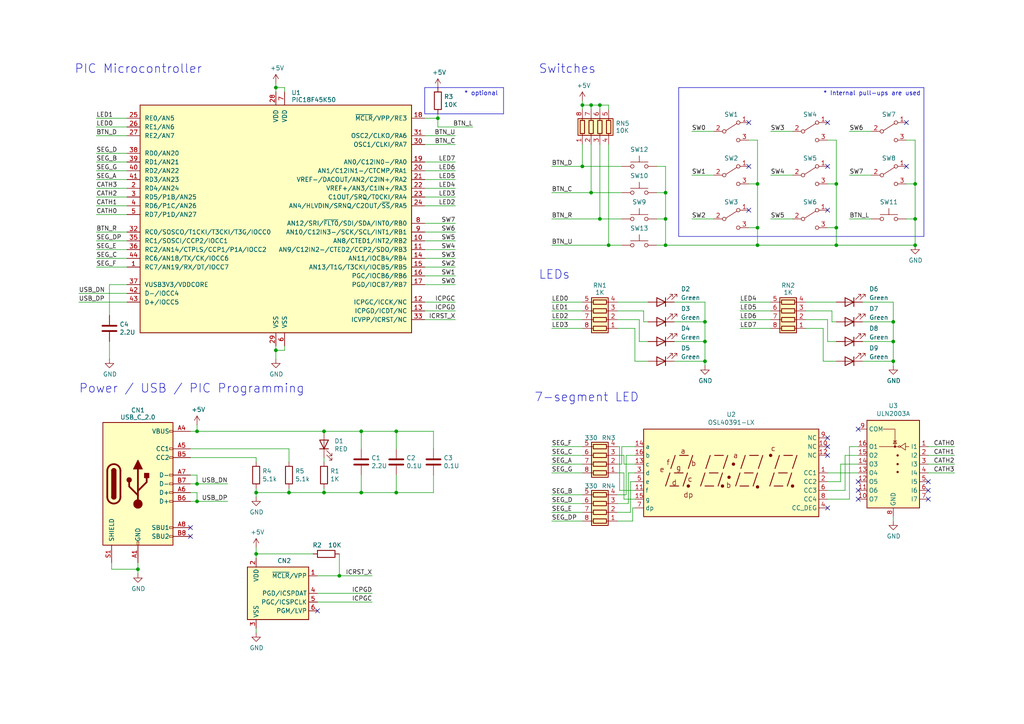
<source format=kicad_sch>
(kicad_sch (version 20230121) (generator eeschema)

  (uuid 6feb9266-1146-4d25-b727-6c5f16174ead)

  (paper "A4")

  (title_block
    (title "FPGA-RemoCon")
    (date "2023-10-02")
    (rev "0.4.0")
    (company "AIT-DSLab")
  )

  (lib_symbols
    (symbol "Board:OSL40391-LX" (in_bom yes) (on_board yes)
      (property "Reference" "U" (at -24.13 13.97 0)
        (effects (font (size 1.27 1.27)))
      )
      (property "Value" "OSL40391-LX" (at 19.05 13.97 0)
        (effects (font (size 1.27 1.27)))
      )
      (property "Footprint" "" (at 0 -15.24 0)
        (effects (font (size 1.27 1.27)) hide)
      )
      (property "Datasheet" "" (at -9.652 0.762 0)
        (effects (font (size 1.27 1.27)) hide)
      )
      (property "ki_keywords" "display LED 7-segment" (at 0 0 0)
        (effects (font (size 1.27 1.27)) hide)
      )
      (property "ki_description" "0.39 inch four digits display, common cathode" (at 0 0 0)
        (effects (font (size 1.27 1.27)) hide)
      )
      (property "ki_fp_filters" "OSL40391*" (at 0 0 0)
        (effects (font (size 1.27 1.27)) hide)
      )
      (symbol "OSL40391-LX_0_0"
        (rectangle (start -25.4 12.7) (end 25.4 -12.7)
          (stroke (width 0.254) (type solid))
          (fill (type background))
        )
        (polyline
          (pts
            (xy -19.05 -3.81)
            (xy -17.78 0)
          )
          (stroke (width 0.254) (type solid))
          (fill (type none))
        )
        (polyline
          (pts
            (xy -17.78 -3.81)
            (xy -15.24 -3.81)
          )
          (stroke (width 0.254) (type solid))
          (fill (type none))
        )
        (polyline
          (pts
            (xy -17.526 1.27)
            (xy -16.256 5.08)
          )
          (stroke (width 0.254) (type solid))
          (fill (type none))
        )
        (polyline
          (pts
            (xy -16.51 0)
            (xy -13.97 0)
          )
          (stroke (width 0.254) (type solid))
          (fill (type none))
        )
        (polyline
          (pts
            (xy -14.986 5.08)
            (xy -12.446 5.08)
          )
          (stroke (width 0.254) (type solid))
          (fill (type none))
        )
        (polyline
          (pts
            (xy -13.97 -3.81)
            (xy -12.7 0)
          )
          (stroke (width 0.254) (type solid))
          (fill (type none))
        )
        (polyline
          (pts
            (xy -12.446 1.27)
            (xy -11.176 5.08)
          )
          (stroke (width 0.254) (type solid))
          (fill (type none))
        )
        (polyline
          (pts
            (xy -8.89 -3.81)
            (xy -7.62 0)
          )
          (stroke (width 0.254) (type solid))
          (fill (type none))
        )
        (polyline
          (pts
            (xy -7.62 -3.81)
            (xy -5.08 -3.81)
          )
          (stroke (width 0.254) (type solid))
          (fill (type none))
        )
        (polyline
          (pts
            (xy -7.366 1.27)
            (xy -6.096 5.08)
          )
          (stroke (width 0.254) (type solid))
          (fill (type none))
        )
        (polyline
          (pts
            (xy -6.35 0)
            (xy -3.81 0)
          )
          (stroke (width 0.254) (type solid))
          (fill (type none))
        )
        (polyline
          (pts
            (xy -4.826 5.08)
            (xy -2.286 5.08)
          )
          (stroke (width 0.254) (type solid))
          (fill (type none))
        )
        (polyline
          (pts
            (xy -3.81 -3.81)
            (xy -2.54 0)
          )
          (stroke (width 0.254) (type solid))
          (fill (type none))
        )
        (polyline
          (pts
            (xy -2.286 1.27)
            (xy -1.016 5.08)
          )
          (stroke (width 0.254) (type solid))
          (fill (type none))
        )
        (polyline
          (pts
            (xy 1.27 -3.81)
            (xy 2.54 0)
          )
          (stroke (width 0.254) (type solid))
          (fill (type none))
        )
        (polyline
          (pts
            (xy 2.54 -3.81)
            (xy 5.08 -3.81)
          )
          (stroke (width 0.254) (type solid))
          (fill (type none))
        )
        (polyline
          (pts
            (xy 2.794 1.27)
            (xy 4.064 5.08)
          )
          (stroke (width 0.254) (type solid))
          (fill (type none))
        )
        (polyline
          (pts
            (xy 3.81 0)
            (xy 6.35 0)
          )
          (stroke (width 0.254) (type solid))
          (fill (type none))
        )
        (polyline
          (pts
            (xy 5.334 5.08)
            (xy 7.874 5.08)
          )
          (stroke (width 0.254) (type solid))
          (fill (type none))
        )
        (polyline
          (pts
            (xy 6.35 -3.81)
            (xy 7.62 0)
          )
          (stroke (width 0.254) (type solid))
          (fill (type none))
        )
        (polyline
          (pts
            (xy 7.874 1.27)
            (xy 9.144 5.08)
          )
          (stroke (width 0.254) (type solid))
          (fill (type none))
        )
        (polyline
          (pts
            (xy 11.176 -3.81)
            (xy 12.446 0)
          )
          (stroke (width 0.254) (type solid))
          (fill (type none))
        )
        (polyline
          (pts
            (xy 12.446 -3.81)
            (xy 14.986 -3.81)
          )
          (stroke (width 0.254) (type solid))
          (fill (type none))
        )
        (polyline
          (pts
            (xy 12.7 1.27)
            (xy 13.97 5.08)
          )
          (stroke (width 0.254) (type solid))
          (fill (type none))
        )
        (polyline
          (pts
            (xy 13.716 0)
            (xy 16.256 0)
          )
          (stroke (width 0.254) (type solid))
          (fill (type none))
        )
        (polyline
          (pts
            (xy 15.24 5.08)
            (xy 17.78 5.08)
          )
          (stroke (width 0.254) (type solid))
          (fill (type none))
        )
        (polyline
          (pts
            (xy 16.256 -3.81)
            (xy 17.526 0)
          )
          (stroke (width 0.254) (type solid))
          (fill (type none))
        )
        (polyline
          (pts
            (xy 17.78 1.27)
            (xy 19.05 5.08)
          )
          (stroke (width 0.254) (type solid))
          (fill (type none))
        )
        (text "a" (at -13.97 6.35 0)
          (effects (font (size 1.524 1.524)))
        )
        (text "b" (at -10.922 2.794 0)
          (effects (font (size 1.524 1.524)))
        )
        (text "c" (at -11.938 -1.778 0)
          (effects (font (size 1.524 1.524)))
        )
        (text "d" (at -16.51 -2.794 0)
          (effects (font (size 1.524 1.524)))
        )
        (text "dp" (at -12.446 -6.35 0)
          (effects (font (size 1.524 1.524)))
        )
        (text "e" (at -20.066 1.016 0)
          (effects (font (size 1.524 1.524)))
        )
        (text "f" (at -18.288 3.048 0)
          (effects (font (size 1.524 1.524)))
        )
        (text "g" (at -15.24 1.524 0)
          (effects (font (size 1.524 1.524)))
        )
      )
      (symbol "OSL40391-LX_0_1"
        (circle (center -12.446 -3.81) (radius 0.3556)
          (stroke (width 0.254) (type solid))
          (fill (type outline))
        )
        (circle (center -2.54 -3.81) (radius 0.3556)
          (stroke (width 0.254) (type solid))
          (fill (type outline))
        )
      )
      (symbol "OSL40391-LX_1_0"
        (circle (center 7.62 -4.064) (radius 0.3556)
          (stroke (width 0.254) (type solid))
          (fill (type outline))
        )
        (circle (center 17.78 -3.81) (radius 0.3556)
          (stroke (width 0.254) (type solid))
          (fill (type outline))
        )
      )
      (symbol "OSL40391-LX_1_1"
        (circle (center -0.635 -1.27) (radius 0.3556)
          (stroke (width 0.254) (type solid))
          (fill (type outline))
        )
        (circle (center 0.635 2.54) (radius 0.3556)
          (stroke (width 0.254) (type solid))
          (fill (type outline))
        )
        (circle (center 11.43 5.08) (radius 0.3556)
          (stroke (width 0.254) (type solid))
          (fill (type outline))
        )
        (text "a" (at 1.27 5.08 0)
          (effects (font (size 1.524 1.524)))
        )
        (text "b" (at -0.762 -3.556 0)
          (effects (font (size 1.524 1.524)))
        )
        (text "c" (at 12.192 7.112 0)
          (effects (font (size 1.524 1.524)))
        )
        (pin input line (at 27.94 0 180) (length 2.54)
          (name "CC1" (effects (font (size 1.27 1.27))))
          (number "1" (effects (font (size 1.27 1.27))))
        )
        (pin input line (at 27.94 7.62 180) (length 2.54)
          (name "NC" (effects (font (size 1.27 1.27))))
          (number "10" (effects (font (size 1.27 1.27))))
        )
        (pin input line (at -27.94 -5.08 0) (length 2.54)
          (name "f" (effects (font (size 1.27 1.27))))
          (number "11" (effects (font (size 1.27 1.27))))
        )
        (pin input line (at 27.94 5.08 180) (length 2.54)
          (name "NC" (effects (font (size 1.27 1.27))))
          (number "12" (effects (font (size 1.27 1.27))))
        )
        (pin input line (at -27.94 2.54 0) (length 2.54)
          (name "c" (effects (font (size 1.27 1.27))))
          (number "13" (effects (font (size 1.27 1.27))))
        )
        (pin input line (at -27.94 7.62 0) (length 2.54)
          (name "a" (effects (font (size 1.27 1.27))))
          (number "14" (effects (font (size 1.27 1.27))))
        )
        (pin input line (at -27.94 -7.62 0) (length 2.54)
          (name "g" (effects (font (size 1.27 1.27))))
          (number "15" (effects (font (size 1.27 1.27))))
        )
        (pin input line (at -27.94 5.08 0) (length 2.54)
          (name "b" (effects (font (size 1.27 1.27))))
          (number "16" (effects (font (size 1.27 1.27))))
        )
        (pin input line (at 27.94 -2.54 180) (length 2.54)
          (name "CC2" (effects (font (size 1.27 1.27))))
          (number "2" (effects (font (size 1.27 1.27))))
        )
        (pin input line (at -27.94 0 0) (length 2.54)
          (name "d" (effects (font (size 1.27 1.27))))
          (number "3" (effects (font (size 1.27 1.27))))
        )
        (pin input line (at 27.94 -10.16 180) (length 2.54)
          (name "CC_DEG" (effects (font (size 1.27 1.27))))
          (number "4" (effects (font (size 1.27 1.27))))
        )
        (pin input line (at -27.94 -2.54 0) (length 2.54)
          (name "e" (effects (font (size 1.27 1.27))))
          (number "5" (effects (font (size 1.27 1.27))))
        )
        (pin input line (at 27.94 -5.08 180) (length 2.54)
          (name "CC3" (effects (font (size 1.27 1.27))))
          (number "6" (effects (font (size 1.27 1.27))))
        )
        (pin input line (at -27.94 -10.16 0) (length 2.54)
          (name "dp" (effects (font (size 1.27 1.27))))
          (number "7" (effects (font (size 1.27 1.27))))
        )
        (pin input line (at 27.94 -7.62 180) (length 2.54)
          (name "CC4" (effects (font (size 1.27 1.27))))
          (number "8" (effects (font (size 1.27 1.27))))
        )
        (pin input line (at 27.94 10.16 180) (length 2.54)
          (name "NC" (effects (font (size 1.27 1.27))))
          (number "9" (effects (font (size 1.27 1.27))))
        )
      )
    )
    (symbol "Connector:Conn_PIC_ICSP_ICD" (in_bom yes) (on_board yes)
      (property "Reference" "J" (at 6.35 8.89 0)
        (effects (font (size 1.27 1.27)))
      )
      (property "Value" "Conn_PIC_ICSP_ICD" (at -8.89 -1.27 90)
        (effects (font (size 1.27 1.27)))
      )
      (property "Footprint" "" (at 1.27 3.81 0)
        (effects (font (size 1.27 1.27)) hide)
      )
      (property "Datasheet" "http://ww1.microchip.com/downloads/en/devicedoc/30277d.pdf" (at -7.62 -3.81 90)
        (effects (font (size 1.27 1.27)) hide)
      )
      (property "ki_keywords" "icsp icd pic microchip" (at 0 0 0)
        (effects (font (size 1.27 1.27)) hide)
      )
      (property "ki_description" "Microchip PIC In-Circuit Serial Programming/Debugging (ICSP/ICD) connector" (at 0 0 0)
        (effects (font (size 1.27 1.27)) hide)
      )
      (property "ki_fp_filters" "PinHeader*1x06*P2.54mm* PinSocket*1x06*P2.54mm*" (at 0 0 0)
        (effects (font (size 1.27 1.27)) hide)
      )
      (symbol "Conn_PIC_ICSP_ICD_0_1"
        (rectangle (start -7.62 7.62) (end 10.16 -7.62)
          (stroke (width 0.254) (type default))
          (fill (type background))
        )
      )
      (symbol "Conn_PIC_ICSP_ICD_1_1"
        (pin passive line (at 12.7 5.08 180) (length 2.54)
          (name "~{MCLR}/VPP" (effects (font (size 1.27 1.27))))
          (number "1" (effects (font (size 1.27 1.27))))
        )
        (pin passive line (at -5.08 10.16 270) (length 2.54)
          (name "VDD" (effects (font (size 1.27 1.27))))
          (number "2" (effects (font (size 1.27 1.27))))
        )
        (pin power_in line (at -5.08 -10.16 90) (length 2.54)
          (name "VSS" (effects (font (size 1.27 1.27))))
          (number "3" (effects (font (size 1.27 1.27))))
        )
        (pin bidirectional line (at 12.7 0 180) (length 2.54)
          (name "PGD/ICSPDAT" (effects (font (size 1.27 1.27))))
          (number "4" (effects (font (size 1.27 1.27))))
        )
        (pin output line (at 12.7 -2.54 180) (length 2.54)
          (name "PGC/ICSPCLK" (effects (font (size 1.27 1.27))))
          (number "5" (effects (font (size 1.27 1.27))))
        )
        (pin output line (at 12.7 -5.08 180) (length 2.54)
          (name "PGM/LVP" (effects (font (size 1.27 1.27))))
          (number "6" (effects (font (size 1.27 1.27))))
        )
      )
    )
    (symbol "Connector:USB_C_Receptacle_USB2.0" (pin_names (offset 1.016)) (in_bom yes) (on_board yes)
      (property "Reference" "J" (at -10.16 19.05 0)
        (effects (font (size 1.27 1.27)) (justify left))
      )
      (property "Value" "USB_C_Receptacle_USB2.0" (at 19.05 19.05 0)
        (effects (font (size 1.27 1.27)) (justify right))
      )
      (property "Footprint" "" (at 3.81 0 0)
        (effects (font (size 1.27 1.27)) hide)
      )
      (property "Datasheet" "https://www.usb.org/sites/default/files/documents/usb_type-c.zip" (at 3.81 0 0)
        (effects (font (size 1.27 1.27)) hide)
      )
      (property "ki_keywords" "usb universal serial bus type-C USB2.0" (at 0 0 0)
        (effects (font (size 1.27 1.27)) hide)
      )
      (property "ki_description" "USB 2.0-only Type-C Receptacle connector" (at 0 0 0)
        (effects (font (size 1.27 1.27)) hide)
      )
      (property "ki_fp_filters" "USB*C*Receptacle*" (at 0 0 0)
        (effects (font (size 1.27 1.27)) hide)
      )
      (symbol "USB_C_Receptacle_USB2.0_0_0"
        (rectangle (start -0.254 -17.78) (end 0.254 -16.764)
          (stroke (width 0) (type default))
          (fill (type none))
        )
        (rectangle (start 10.16 -14.986) (end 9.144 -15.494)
          (stroke (width 0) (type default))
          (fill (type none))
        )
        (rectangle (start 10.16 -12.446) (end 9.144 -12.954)
          (stroke (width 0) (type default))
          (fill (type none))
        )
        (rectangle (start 10.16 -4.826) (end 9.144 -5.334)
          (stroke (width 0) (type default))
          (fill (type none))
        )
        (rectangle (start 10.16 -2.286) (end 9.144 -2.794)
          (stroke (width 0) (type default))
          (fill (type none))
        )
        (rectangle (start 10.16 0.254) (end 9.144 -0.254)
          (stroke (width 0) (type default))
          (fill (type none))
        )
        (rectangle (start 10.16 2.794) (end 9.144 2.286)
          (stroke (width 0) (type default))
          (fill (type none))
        )
        (rectangle (start 10.16 7.874) (end 9.144 7.366)
          (stroke (width 0) (type default))
          (fill (type none))
        )
        (rectangle (start 10.16 10.414) (end 9.144 9.906)
          (stroke (width 0) (type default))
          (fill (type none))
        )
        (rectangle (start 10.16 15.494) (end 9.144 14.986)
          (stroke (width 0) (type default))
          (fill (type none))
        )
      )
      (symbol "USB_C_Receptacle_USB2.0_0_1"
        (rectangle (start -10.16 17.78) (end 10.16 -17.78)
          (stroke (width 0.254) (type default))
          (fill (type background))
        )
        (arc (start -8.89 -3.81) (mid -6.985 -5.7067) (end -5.08 -3.81)
          (stroke (width 0.508) (type default))
          (fill (type none))
        )
        (arc (start -7.62 -3.81) (mid -6.985 -4.4423) (end -6.35 -3.81)
          (stroke (width 0.254) (type default))
          (fill (type none))
        )
        (arc (start -7.62 -3.81) (mid -6.985 -4.4423) (end -6.35 -3.81)
          (stroke (width 0.254) (type default))
          (fill (type outline))
        )
        (rectangle (start -7.62 -3.81) (end -6.35 3.81)
          (stroke (width 0.254) (type default))
          (fill (type outline))
        )
        (arc (start -6.35 3.81) (mid -6.985 4.4423) (end -7.62 3.81)
          (stroke (width 0.254) (type default))
          (fill (type none))
        )
        (arc (start -6.35 3.81) (mid -6.985 4.4423) (end -7.62 3.81)
          (stroke (width 0.254) (type default))
          (fill (type outline))
        )
        (arc (start -5.08 3.81) (mid -6.985 5.7067) (end -8.89 3.81)
          (stroke (width 0.508) (type default))
          (fill (type none))
        )
        (circle (center -2.54 1.143) (radius 0.635)
          (stroke (width 0.254) (type default))
          (fill (type outline))
        )
        (circle (center 0 -5.842) (radius 1.27)
          (stroke (width 0) (type default))
          (fill (type outline))
        )
        (polyline
          (pts
            (xy -8.89 -3.81)
            (xy -8.89 3.81)
          )
          (stroke (width 0.508) (type default))
          (fill (type none))
        )
        (polyline
          (pts
            (xy -5.08 3.81)
            (xy -5.08 -3.81)
          )
          (stroke (width 0.508) (type default))
          (fill (type none))
        )
        (polyline
          (pts
            (xy 0 -5.842)
            (xy 0 4.318)
          )
          (stroke (width 0.508) (type default))
          (fill (type none))
        )
        (polyline
          (pts
            (xy 0 -3.302)
            (xy -2.54 -0.762)
            (xy -2.54 0.508)
          )
          (stroke (width 0.508) (type default))
          (fill (type none))
        )
        (polyline
          (pts
            (xy 0 -2.032)
            (xy 2.54 0.508)
            (xy 2.54 1.778)
          )
          (stroke (width 0.508) (type default))
          (fill (type none))
        )
        (polyline
          (pts
            (xy -1.27 4.318)
            (xy 0 6.858)
            (xy 1.27 4.318)
            (xy -1.27 4.318)
          )
          (stroke (width 0.254) (type default))
          (fill (type outline))
        )
        (rectangle (start 1.905 1.778) (end 3.175 3.048)
          (stroke (width 0.254) (type default))
          (fill (type outline))
        )
      )
      (symbol "USB_C_Receptacle_USB2.0_1_1"
        (pin passive line (at 0 -22.86 90) (length 5.08)
          (name "GND" (effects (font (size 1.27 1.27))))
          (number "A1" (effects (font (size 1.27 1.27))))
        )
        (pin passive line (at 0 -22.86 90) (length 5.08) hide
          (name "GND" (effects (font (size 1.27 1.27))))
          (number "A12" (effects (font (size 1.27 1.27))))
        )
        (pin passive line (at 15.24 15.24 180) (length 5.08)
          (name "VBUS" (effects (font (size 1.27 1.27))))
          (number "A4" (effects (font (size 1.27 1.27))))
        )
        (pin bidirectional line (at 15.24 10.16 180) (length 5.08)
          (name "CC1" (effects (font (size 1.27 1.27))))
          (number "A5" (effects (font (size 1.27 1.27))))
        )
        (pin bidirectional line (at 15.24 -2.54 180) (length 5.08)
          (name "D+" (effects (font (size 1.27 1.27))))
          (number "A6" (effects (font (size 1.27 1.27))))
        )
        (pin bidirectional line (at 15.24 2.54 180) (length 5.08)
          (name "D-" (effects (font (size 1.27 1.27))))
          (number "A7" (effects (font (size 1.27 1.27))))
        )
        (pin bidirectional line (at 15.24 -12.7 180) (length 5.08)
          (name "SBU1" (effects (font (size 1.27 1.27))))
          (number "A8" (effects (font (size 1.27 1.27))))
        )
        (pin passive line (at 15.24 15.24 180) (length 5.08) hide
          (name "VBUS" (effects (font (size 1.27 1.27))))
          (number "A9" (effects (font (size 1.27 1.27))))
        )
        (pin passive line (at 0 -22.86 90) (length 5.08) hide
          (name "GND" (effects (font (size 1.27 1.27))))
          (number "B1" (effects (font (size 1.27 1.27))))
        )
        (pin passive line (at 0 -22.86 90) (length 5.08) hide
          (name "GND" (effects (font (size 1.27 1.27))))
          (number "B12" (effects (font (size 1.27 1.27))))
        )
        (pin passive line (at 15.24 15.24 180) (length 5.08) hide
          (name "VBUS" (effects (font (size 1.27 1.27))))
          (number "B4" (effects (font (size 1.27 1.27))))
        )
        (pin bidirectional line (at 15.24 7.62 180) (length 5.08)
          (name "CC2" (effects (font (size 1.27 1.27))))
          (number "B5" (effects (font (size 1.27 1.27))))
        )
        (pin bidirectional line (at 15.24 -5.08 180) (length 5.08)
          (name "D+" (effects (font (size 1.27 1.27))))
          (number "B6" (effects (font (size 1.27 1.27))))
        )
        (pin bidirectional line (at 15.24 0 180) (length 5.08)
          (name "D-" (effects (font (size 1.27 1.27))))
          (number "B7" (effects (font (size 1.27 1.27))))
        )
        (pin bidirectional line (at 15.24 -15.24 180) (length 5.08)
          (name "SBU2" (effects (font (size 1.27 1.27))))
          (number "B8" (effects (font (size 1.27 1.27))))
        )
        (pin passive line (at 15.24 15.24 180) (length 5.08) hide
          (name "VBUS" (effects (font (size 1.27 1.27))))
          (number "B9" (effects (font (size 1.27 1.27))))
        )
        (pin passive line (at -7.62 -22.86 90) (length 5.08)
          (name "SHIELD" (effects (font (size 1.27 1.27))))
          (number "S1" (effects (font (size 1.27 1.27))))
        )
      )
    )
    (symbol "Device:C" (pin_numbers hide) (pin_names (offset 0.254)) (in_bom yes) (on_board yes)
      (property "Reference" "C" (at 0.635 2.54 0)
        (effects (font (size 1.27 1.27)) (justify left))
      )
      (property "Value" "C" (at 0.635 -2.54 0)
        (effects (font (size 1.27 1.27)) (justify left))
      )
      (property "Footprint" "" (at 0.9652 -3.81 0)
        (effects (font (size 1.27 1.27)) hide)
      )
      (property "Datasheet" "~" (at 0 0 0)
        (effects (font (size 1.27 1.27)) hide)
      )
      (property "ki_keywords" "cap capacitor" (at 0 0 0)
        (effects (font (size 1.27 1.27)) hide)
      )
      (property "ki_description" "Unpolarized capacitor" (at 0 0 0)
        (effects (font (size 1.27 1.27)) hide)
      )
      (property "ki_fp_filters" "C_*" (at 0 0 0)
        (effects (font (size 1.27 1.27)) hide)
      )
      (symbol "C_0_1"
        (polyline
          (pts
            (xy -2.032 -0.762)
            (xy 2.032 -0.762)
          )
          (stroke (width 0.508) (type default))
          (fill (type none))
        )
        (polyline
          (pts
            (xy -2.032 0.762)
            (xy 2.032 0.762)
          )
          (stroke (width 0.508) (type default))
          (fill (type none))
        )
      )
      (symbol "C_1_1"
        (pin passive line (at 0 3.81 270) (length 2.794)
          (name "~" (effects (font (size 1.27 1.27))))
          (number "1" (effects (font (size 1.27 1.27))))
        )
        (pin passive line (at 0 -3.81 90) (length 2.794)
          (name "~" (effects (font (size 1.27 1.27))))
          (number "2" (effects (font (size 1.27 1.27))))
        )
      )
    )
    (symbol "Device:LED" (pin_numbers hide) (pin_names (offset 1.016) hide) (in_bom yes) (on_board yes)
      (property "Reference" "D" (at 0 2.54 0)
        (effects (font (size 1.27 1.27)))
      )
      (property "Value" "LED" (at 0 -2.54 0)
        (effects (font (size 1.27 1.27)))
      )
      (property "Footprint" "" (at 0 0 0)
        (effects (font (size 1.27 1.27)) hide)
      )
      (property "Datasheet" "~" (at 0 0 0)
        (effects (font (size 1.27 1.27)) hide)
      )
      (property "ki_keywords" "LED diode" (at 0 0 0)
        (effects (font (size 1.27 1.27)) hide)
      )
      (property "ki_description" "Light emitting diode" (at 0 0 0)
        (effects (font (size 1.27 1.27)) hide)
      )
      (property "ki_fp_filters" "LED* LED_SMD:* LED_THT:*" (at 0 0 0)
        (effects (font (size 1.27 1.27)) hide)
      )
      (symbol "LED_0_1"
        (polyline
          (pts
            (xy -1.27 -1.27)
            (xy -1.27 1.27)
          )
          (stroke (width 0.254) (type default))
          (fill (type none))
        )
        (polyline
          (pts
            (xy -1.27 0)
            (xy 1.27 0)
          )
          (stroke (width 0) (type default))
          (fill (type none))
        )
        (polyline
          (pts
            (xy 1.27 -1.27)
            (xy 1.27 1.27)
            (xy -1.27 0)
            (xy 1.27 -1.27)
          )
          (stroke (width 0.254) (type default))
          (fill (type none))
        )
        (polyline
          (pts
            (xy -3.048 -0.762)
            (xy -4.572 -2.286)
            (xy -3.81 -2.286)
            (xy -4.572 -2.286)
            (xy -4.572 -1.524)
          )
          (stroke (width 0) (type default))
          (fill (type none))
        )
        (polyline
          (pts
            (xy -1.778 -0.762)
            (xy -3.302 -2.286)
            (xy -2.54 -2.286)
            (xy -3.302 -2.286)
            (xy -3.302 -1.524)
          )
          (stroke (width 0) (type default))
          (fill (type none))
        )
      )
      (symbol "LED_1_1"
        (pin passive line (at -3.81 0 0) (length 2.54)
          (name "K" (effects (font (size 1.27 1.27))))
          (number "1" (effects (font (size 1.27 1.27))))
        )
        (pin passive line (at 3.81 0 180) (length 2.54)
          (name "A" (effects (font (size 1.27 1.27))))
          (number "2" (effects (font (size 1.27 1.27))))
        )
      )
    )
    (symbol "Device:R" (pin_numbers hide) (pin_names (offset 0)) (in_bom yes) (on_board yes)
      (property "Reference" "R" (at 2.032 0 90)
        (effects (font (size 1.27 1.27)))
      )
      (property "Value" "R" (at 0 0 90)
        (effects (font (size 1.27 1.27)))
      )
      (property "Footprint" "" (at -1.778 0 90)
        (effects (font (size 1.27 1.27)) hide)
      )
      (property "Datasheet" "~" (at 0 0 0)
        (effects (font (size 1.27 1.27)) hide)
      )
      (property "ki_keywords" "R res resistor" (at 0 0 0)
        (effects (font (size 1.27 1.27)) hide)
      )
      (property "ki_description" "Resistor" (at 0 0 0)
        (effects (font (size 1.27 1.27)) hide)
      )
      (property "ki_fp_filters" "R_*" (at 0 0 0)
        (effects (font (size 1.27 1.27)) hide)
      )
      (symbol "R_0_1"
        (rectangle (start -1.016 -2.54) (end 1.016 2.54)
          (stroke (width 0.254) (type default))
          (fill (type none))
        )
      )
      (symbol "R_1_1"
        (pin passive line (at 0 3.81 270) (length 1.27)
          (name "~" (effects (font (size 1.27 1.27))))
          (number "1" (effects (font (size 1.27 1.27))))
        )
        (pin passive line (at 0 -3.81 90) (length 1.27)
          (name "~" (effects (font (size 1.27 1.27))))
          (number "2" (effects (font (size 1.27 1.27))))
        )
      )
    )
    (symbol "Device:R_Pack04" (pin_names (offset 0) hide) (in_bom yes) (on_board yes)
      (property "Reference" "RN" (at -7.62 0 90)
        (effects (font (size 1.27 1.27)))
      )
      (property "Value" "R_Pack04" (at 5.08 0 90)
        (effects (font (size 1.27 1.27)))
      )
      (property "Footprint" "" (at 6.985 0 90)
        (effects (font (size 1.27 1.27)) hide)
      )
      (property "Datasheet" "~" (at 0 0 0)
        (effects (font (size 1.27 1.27)) hide)
      )
      (property "ki_keywords" "R network parallel topology isolated" (at 0 0 0)
        (effects (font (size 1.27 1.27)) hide)
      )
      (property "ki_description" "4 resistor network, parallel topology" (at 0 0 0)
        (effects (font (size 1.27 1.27)) hide)
      )
      (property "ki_fp_filters" "DIP* SOIC* R*Array*Concave* R*Array*Convex*" (at 0 0 0)
        (effects (font (size 1.27 1.27)) hide)
      )
      (symbol "R_Pack04_0_1"
        (rectangle (start -6.35 -2.413) (end 3.81 2.413)
          (stroke (width 0.254) (type default))
          (fill (type background))
        )
        (rectangle (start -5.715 1.905) (end -4.445 -1.905)
          (stroke (width 0.254) (type default))
          (fill (type none))
        )
        (rectangle (start -3.175 1.905) (end -1.905 -1.905)
          (stroke (width 0.254) (type default))
          (fill (type none))
        )
        (rectangle (start -0.635 1.905) (end 0.635 -1.905)
          (stroke (width 0.254) (type default))
          (fill (type none))
        )
        (polyline
          (pts
            (xy -5.08 -2.54)
            (xy -5.08 -1.905)
          )
          (stroke (width 0) (type default))
          (fill (type none))
        )
        (polyline
          (pts
            (xy -5.08 1.905)
            (xy -5.08 2.54)
          )
          (stroke (width 0) (type default))
          (fill (type none))
        )
        (polyline
          (pts
            (xy -2.54 -2.54)
            (xy -2.54 -1.905)
          )
          (stroke (width 0) (type default))
          (fill (type none))
        )
        (polyline
          (pts
            (xy -2.54 1.905)
            (xy -2.54 2.54)
          )
          (stroke (width 0) (type default))
          (fill (type none))
        )
        (polyline
          (pts
            (xy 0 -2.54)
            (xy 0 -1.905)
          )
          (stroke (width 0) (type default))
          (fill (type none))
        )
        (polyline
          (pts
            (xy 0 1.905)
            (xy 0 2.54)
          )
          (stroke (width 0) (type default))
          (fill (type none))
        )
        (polyline
          (pts
            (xy 2.54 -2.54)
            (xy 2.54 -1.905)
          )
          (stroke (width 0) (type default))
          (fill (type none))
        )
        (polyline
          (pts
            (xy 2.54 1.905)
            (xy 2.54 2.54)
          )
          (stroke (width 0) (type default))
          (fill (type none))
        )
        (rectangle (start 1.905 1.905) (end 3.175 -1.905)
          (stroke (width 0.254) (type default))
          (fill (type none))
        )
      )
      (symbol "R_Pack04_1_1"
        (pin passive line (at -5.08 -5.08 90) (length 2.54)
          (name "R1.1" (effects (font (size 1.27 1.27))))
          (number "1" (effects (font (size 1.27 1.27))))
        )
        (pin passive line (at -2.54 -5.08 90) (length 2.54)
          (name "R2.1" (effects (font (size 1.27 1.27))))
          (number "2" (effects (font (size 1.27 1.27))))
        )
        (pin passive line (at 0 -5.08 90) (length 2.54)
          (name "R3.1" (effects (font (size 1.27 1.27))))
          (number "3" (effects (font (size 1.27 1.27))))
        )
        (pin passive line (at 2.54 -5.08 90) (length 2.54)
          (name "R4.1" (effects (font (size 1.27 1.27))))
          (number "4" (effects (font (size 1.27 1.27))))
        )
        (pin passive line (at 2.54 5.08 270) (length 2.54)
          (name "R4.2" (effects (font (size 1.27 1.27))))
          (number "5" (effects (font (size 1.27 1.27))))
        )
        (pin passive line (at 0 5.08 270) (length 2.54)
          (name "R3.2" (effects (font (size 1.27 1.27))))
          (number "6" (effects (font (size 1.27 1.27))))
        )
        (pin passive line (at -2.54 5.08 270) (length 2.54)
          (name "R2.2" (effects (font (size 1.27 1.27))))
          (number "7" (effects (font (size 1.27 1.27))))
        )
        (pin passive line (at -5.08 5.08 270) (length 2.54)
          (name "R1.2" (effects (font (size 1.27 1.27))))
          (number "8" (effects (font (size 1.27 1.27))))
        )
      )
    )
    (symbol "MCU_Microchip_PIC18:PIC18F45K50_QFP" (pin_names (offset 1.27)) (in_bom yes) (on_board yes)
      (property "Reference" "U1" (at 4.4959 35.33 0)
        (effects (font (size 1.27 1.27)) (justify left))
      )
      (property "Value" "PIC18F45K50_QFP" (at 4.4959 33.282 0)
        (effects (font (size 1.27 1.27)) (justify left))
      )
      (property "Footprint" "Package_QFP:TQFP-44_10x10mm_P0.8mm" (at 0 0 0)
        (effects (font (size 1.27 1.27) italic) hide)
      )
      (property "Datasheet" "http://ww1.microchip.com/downloads/en/DeviceDoc/30000684B.pdf" (at 0 -7.62 0)
        (effects (font (size 1.27 1.27)) hide)
      )
      (property "ki_keywords" "microcontroller Flash EEPROM SPI I2C USB UART USART ADC TQFP" (at 0 0 0)
        (effects (font (size 1.27 1.27)) hide)
      )
      (property "ki_description" "32K Flash, 2K RAM, 256B EEPROM, Microchip PIC18F series enhanced flash microcontroller with USB in TQFP-44 package" (at 0 0 0)
        (effects (font (size 1.27 1.27)) hide)
      )
      (property "ki_fp_filters" "TQFP*10x10mm*P0.8mm*" (at 0 0 0)
        (effects (font (size 1.27 1.27)) hide)
      )
      (symbol "PIC18F45K50_QFP_0_1"
        (rectangle (start -39.37 31.75) (end 39.37 -34.29)
          (stroke (width 0.254) (type default))
          (fill (type background))
        )
      )
      (symbol "PIC18F45K50_QFP_1_1"
        (pin bidirectional line (at -43.18 -15.24 0) (length 3.81)
          (name "RC7/AN19/RX/DT/IOCC7" (effects (font (size 1.27 1.27))))
          (number "1" (effects (font (size 1.27 1.27))))
        )
        (pin bidirectional line (at 43.18 -7.62 180) (length 3.81)
          (name "AN8/CTED1/INT2/RB2" (effects (font (size 1.27 1.27))))
          (number "10" (effects (font (size 1.27 1.27))))
        )
        (pin bidirectional line (at 43.18 -10.16 180) (length 3.81)
          (name "AN9/C12IN2-/CTED2/CCP2/SDO/RB3" (effects (font (size 1.27 1.27))))
          (number "11" (effects (font (size 1.27 1.27))))
        )
        (pin bidirectional line (at 43.18 -25.4 180) (length 3.81)
          (name "ICPGC/ICCK/NC" (effects (font (size 1.27 1.27))))
          (number "12" (effects (font (size 1.27 1.27))))
        )
        (pin bidirectional line (at 43.18 -27.94 180) (length 3.81)
          (name "ICPGD/ICDT/NC" (effects (font (size 1.27 1.27))))
          (number "13" (effects (font (size 1.27 1.27))))
        )
        (pin bidirectional line (at 43.18 -12.7 180) (length 3.81)
          (name "AN11/IOCB4/RB4" (effects (font (size 1.27 1.27))))
          (number "14" (effects (font (size 1.27 1.27))))
        )
        (pin bidirectional line (at 43.18 -15.24 180) (length 3.81)
          (name "AN13/T1G/T3CKI/IOCB5/RB5" (effects (font (size 1.27 1.27))))
          (number "15" (effects (font (size 1.27 1.27))))
        )
        (pin bidirectional line (at 43.18 -17.78 180) (length 3.81)
          (name "PGC/IOCB6/RB6" (effects (font (size 1.27 1.27))))
          (number "16" (effects (font (size 1.27 1.27))))
        )
        (pin bidirectional line (at 43.18 -20.32 180) (length 3.81)
          (name "PGD/IOCB7/RB7" (effects (font (size 1.27 1.27))))
          (number "17" (effects (font (size 1.27 1.27))))
        )
        (pin input line (at 43.18 27.94 180) (length 3.81)
          (name "~{MCLR}/VPP/RE3" (effects (font (size 1.27 1.27))))
          (number "18" (effects (font (size 1.27 1.27))))
        )
        (pin bidirectional line (at 43.18 15.24 180) (length 3.81)
          (name "AN0/C12IN0-/RA0" (effects (font (size 1.27 1.27))))
          (number "19" (effects (font (size 1.27 1.27))))
        )
        (pin bidirectional line (at -43.18 7.62 0) (length 3.81)
          (name "RD4/AN24" (effects (font (size 1.27 1.27))))
          (number "2" (effects (font (size 1.27 1.27))))
        )
        (pin bidirectional line (at 43.18 12.7 180) (length 3.81)
          (name "AN1/C12IN1-/CTCMP/RA1" (effects (font (size 1.27 1.27))))
          (number "20" (effects (font (size 1.27 1.27))))
        )
        (pin bidirectional line (at 43.18 10.16 180) (length 3.81)
          (name "VREF-/DACOUT/AN2/C2IN+/RA2" (effects (font (size 1.27 1.27))))
          (number "21" (effects (font (size 1.27 1.27))))
        )
        (pin bidirectional line (at 43.18 7.62 180) (length 3.81)
          (name "VREF+/AN3/C1IN+/RA3" (effects (font (size 1.27 1.27))))
          (number "22" (effects (font (size 1.27 1.27))))
        )
        (pin bidirectional line (at 43.18 5.08 180) (length 3.81)
          (name "C1OUT/SRQ/T0CKI/RA4" (effects (font (size 1.27 1.27))))
          (number "23" (effects (font (size 1.27 1.27))))
        )
        (pin bidirectional line (at 43.18 2.54 180) (length 3.81)
          (name "AN4/HLVDIN/SRNQ/C2OUT/~{SS}/RA5" (effects (font (size 1.27 1.27))))
          (number "24" (effects (font (size 1.27 1.27))))
        )
        (pin bidirectional line (at -43.18 27.94 0) (length 3.81)
          (name "RE0/AN5" (effects (font (size 1.27 1.27))))
          (number "25" (effects (font (size 1.27 1.27))))
        )
        (pin bidirectional line (at -43.18 25.4 0) (length 3.81)
          (name "RE1/AN6" (effects (font (size 1.27 1.27))))
          (number "26" (effects (font (size 1.27 1.27))))
        )
        (pin bidirectional line (at -43.18 22.86 0) (length 3.81)
          (name "RE2/AN7" (effects (font (size 1.27 1.27))))
          (number "27" (effects (font (size 1.27 1.27))))
        )
        (pin power_in line (at 0 35.56 270) (length 3.81)
          (name "VDD" (effects (font (size 1.27 1.27))))
          (number "28" (effects (font (size 1.27 1.27))))
        )
        (pin power_in line (at 0 -38.1 90) (length 3.81)
          (name "VSS" (effects (font (size 1.27 1.27))))
          (number "29" (effects (font (size 1.27 1.27))))
        )
        (pin bidirectional line (at -43.18 5.08 0) (length 3.81)
          (name "RD5/P1B/AN25" (effects (font (size 1.27 1.27))))
          (number "3" (effects (font (size 1.27 1.27))))
        )
        (pin bidirectional line (at 43.18 20.32 180) (length 3.81)
          (name "OSC1/CLKI/RA7" (effects (font (size 1.27 1.27))))
          (number "30" (effects (font (size 1.27 1.27))))
        )
        (pin bidirectional line (at 43.18 22.86 180) (length 3.81)
          (name "OSC2/CLKO/RA6" (effects (font (size 1.27 1.27))))
          (number "31" (effects (font (size 1.27 1.27))))
        )
        (pin bidirectional line (at -43.18 -5.08 0) (length 3.81)
          (name "RC0/SOSCO/T1CKI/T3CKI/T3G/IOCC0" (effects (font (size 1.27 1.27))))
          (number "32" (effects (font (size 1.27 1.27))))
        )
        (pin bidirectional line (at 43.18 -30.48 180) (length 3.81)
          (name "ICVPP/ICRST/NC" (effects (font (size 1.27 1.27))))
          (number "33" (effects (font (size 1.27 1.27))))
        )
        (pin no_connect line (at -17.78 -34.29 90) (length 3.81) hide
          (name "NC" (effects (font (size 1.27 1.27))))
          (number "34" (effects (font (size 1.27 1.27))))
        )
        (pin bidirectional line (at -43.18 -7.62 0) (length 3.81)
          (name "RC1/SOSCI/CCP2/IOCC1" (effects (font (size 1.27 1.27))))
          (number "35" (effects (font (size 1.27 1.27))))
        )
        (pin bidirectional line (at -43.18 -10.16 0) (length 3.81)
          (name "RC2/AN14/CTPLS/CCP1/P1A/IOCC2" (effects (font (size 1.27 1.27))))
          (number "36" (effects (font (size 1.27 1.27))))
        )
        (pin power_out line (at -43.18 -20.32 0) (length 3.81)
          (name "VUSB3V3/VDDCORE" (effects (font (size 1.27 1.27))))
          (number "37" (effects (font (size 1.27 1.27))))
        )
        (pin bidirectional line (at -43.18 17.78 0) (length 3.81)
          (name "RD0/AN20" (effects (font (size 1.27 1.27))))
          (number "38" (effects (font (size 1.27 1.27))))
        )
        (pin bidirectional line (at -43.18 15.24 0) (length 3.81)
          (name "RD1/AN21" (effects (font (size 1.27 1.27))))
          (number "39" (effects (font (size 1.27 1.27))))
        )
        (pin bidirectional line (at -43.18 2.54 0) (length 3.81)
          (name "RD6/P1C/AN26" (effects (font (size 1.27 1.27))))
          (number "4" (effects (font (size 1.27 1.27))))
        )
        (pin bidirectional line (at -43.18 12.7 0) (length 3.81)
          (name "RD2/AN22" (effects (font (size 1.27 1.27))))
          (number "40" (effects (font (size 1.27 1.27))))
        )
        (pin bidirectional line (at -43.18 10.16 0) (length 3.81)
          (name "RD3/AN23" (effects (font (size 1.27 1.27))))
          (number "41" (effects (font (size 1.27 1.27))))
        )
        (pin bidirectional line (at -43.18 -22.86 0) (length 3.81)
          (name "D-/IOCC4" (effects (font (size 1.27 1.27))))
          (number "42" (effects (font (size 1.27 1.27))))
        )
        (pin bidirectional line (at -43.18 -25.4 0) (length 3.81)
          (name "D+/IOCC5" (effects (font (size 1.27 1.27))))
          (number "43" (effects (font (size 1.27 1.27))))
        )
        (pin bidirectional line (at -43.18 -12.7 0) (length 3.81)
          (name "RC6/AN18/TX/CK/IOCC6" (effects (font (size 1.27 1.27))))
          (number "44" (effects (font (size 1.27 1.27))))
        )
        (pin bidirectional line (at -43.18 0 0) (length 3.81)
          (name "RD7/P1D/AN27" (effects (font (size 1.27 1.27))))
          (number "5" (effects (font (size 1.27 1.27))))
        )
        (pin power_in line (at 2.54 -38.1 90) (length 3.81)
          (name "VSS" (effects (font (size 1.27 1.27))))
          (number "6" (effects (font (size 1.27 1.27))))
        )
        (pin power_in line (at 2.54 35.56 270) (length 3.81)
          (name "VDD" (effects (font (size 1.27 1.27))))
          (number "7" (effects (font (size 1.27 1.27))))
        )
        (pin bidirectional line (at 43.18 -2.54 180) (length 3.81)
          (name "AN12/SRI/~{FLT0}/SDI/SDA/INT0/RB0" (effects (font (size 1.27 1.27))))
          (number "8" (effects (font (size 1.27 1.27))))
        )
        (pin bidirectional line (at 43.18 -5.08 180) (length 3.81)
          (name "AN10/C12IN3-/SCK/SCL/INT1/RB1" (effects (font (size 1.27 1.27))))
          (number "9" (effects (font (size 1.27 1.27))))
        )
      )
    )
    (symbol "Switch:SW_Push" (pin_numbers hide) (pin_names (offset 1.016) hide) (in_bom yes) (on_board yes)
      (property "Reference" "SW" (at 1.27 2.54 0)
        (effects (font (size 1.27 1.27)) (justify left))
      )
      (property "Value" "SW_Push" (at 0 -1.524 0)
        (effects (font (size 1.27 1.27)))
      )
      (property "Footprint" "" (at 0 5.08 0)
        (effects (font (size 1.27 1.27)) hide)
      )
      (property "Datasheet" "~" (at 0 5.08 0)
        (effects (font (size 1.27 1.27)) hide)
      )
      (property "ki_keywords" "switch normally-open pushbutton push-button" (at 0 0 0)
        (effects (font (size 1.27 1.27)) hide)
      )
      (property "ki_description" "Push button switch, generic, two pins" (at 0 0 0)
        (effects (font (size 1.27 1.27)) hide)
      )
      (symbol "SW_Push_0_1"
        (circle (center -2.032 0) (radius 0.508)
          (stroke (width 0) (type default))
          (fill (type none))
        )
        (polyline
          (pts
            (xy 0 1.27)
            (xy 0 3.048)
          )
          (stroke (width 0) (type default))
          (fill (type none))
        )
        (polyline
          (pts
            (xy 2.54 1.27)
            (xy -2.54 1.27)
          )
          (stroke (width 0) (type default))
          (fill (type none))
        )
        (circle (center 2.032 0) (radius 0.508)
          (stroke (width 0) (type default))
          (fill (type none))
        )
        (pin passive line (at -5.08 0 0) (length 2.54)
          (name "1" (effects (font (size 1.27 1.27))))
          (number "1" (effects (font (size 1.27 1.27))))
        )
        (pin passive line (at 5.08 0 180) (length 2.54)
          (name "2" (effects (font (size 1.27 1.27))))
          (number "2" (effects (font (size 1.27 1.27))))
        )
      )
    )
    (symbol "Switch:SW_SPDT" (pin_names (offset 0) hide) (in_bom yes) (on_board yes)
      (property "Reference" "SW" (at 0 4.318 0)
        (effects (font (size 1.27 1.27)))
      )
      (property "Value" "SW_SPDT" (at 0 -5.08 0)
        (effects (font (size 1.27 1.27)))
      )
      (property "Footprint" "" (at 0 0 0)
        (effects (font (size 1.27 1.27)) hide)
      )
      (property "Datasheet" "~" (at 0 0 0)
        (effects (font (size 1.27 1.27)) hide)
      )
      (property "ki_keywords" "switch single-pole double-throw spdt ON-ON" (at 0 0 0)
        (effects (font (size 1.27 1.27)) hide)
      )
      (property "ki_description" "Switch, single pole double throw" (at 0 0 0)
        (effects (font (size 1.27 1.27)) hide)
      )
      (symbol "SW_SPDT_0_0"
        (circle (center -2.032 0) (radius 0.508)
          (stroke (width 0) (type default))
          (fill (type none))
        )
        (circle (center 2.032 -2.54) (radius 0.508)
          (stroke (width 0) (type default))
          (fill (type none))
        )
      )
      (symbol "SW_SPDT_0_1"
        (polyline
          (pts
            (xy -1.524 0.254)
            (xy 1.651 2.286)
          )
          (stroke (width 0) (type default))
          (fill (type none))
        )
        (circle (center 2.032 2.54) (radius 0.508)
          (stroke (width 0) (type default))
          (fill (type none))
        )
      )
      (symbol "SW_SPDT_1_1"
        (pin passive line (at 5.08 2.54 180) (length 2.54)
          (name "A" (effects (font (size 1.27 1.27))))
          (number "1" (effects (font (size 1.27 1.27))))
        )
        (pin passive line (at -5.08 0 0) (length 2.54)
          (name "B" (effects (font (size 1.27 1.27))))
          (number "2" (effects (font (size 1.27 1.27))))
        )
        (pin passive line (at 5.08 -2.54 180) (length 2.54)
          (name "C" (effects (font (size 1.27 1.27))))
          (number "3" (effects (font (size 1.27 1.27))))
        )
      )
    )
    (symbol "Transistor_Array:ULN2003A" (in_bom yes) (on_board yes)
      (property "Reference" "U3" (at 0 16.9418 0)
        (effects (font (size 1.27 1.27)))
      )
      (property "Value" "ULN2003A" (at 0 14.6304 0)
        (effects (font (size 1.27 1.27)))
      )
      (property "Footprint" "Package_DIP:DIP-16_W7.62mm_LongPads" (at 1.27 -13.97 0)
        (effects (font (size 1.27 1.27)) (justify left) hide)
      )
      (property "Datasheet" "http://www.ti.com/lit/ds/symlink/uln2003a.pdf" (at 2.54 -5.08 0)
        (effects (font (size 1.27 1.27)) hide)
      )
      (property "ki_keywords" "darlington transistor array" (at 0 0 0)
        (effects (font (size 1.27 1.27)) hide)
      )
      (property "ki_description" "High Voltage, High Current Darlington Transistor Arrays, SOIC16/SOIC16W/DIP16/TSSOP16" (at 0 0 0)
        (effects (font (size 1.27 1.27)) hide)
      )
      (property "ki_fp_filters" "DIP*W7.62mm* SOIC*3.9x9.9mm*P1.27mm* SSOP*4.4x5.2mm*P0.65mm* TSSOP*4.4x5mm*P0.65mm* SOIC*W*5.3x10.2mm*P1.27mm*" (at 0 0 0)
        (effects (font (size 1.27 1.27)) hide)
      )
      (symbol "ULN2003A_0_1"
        (rectangle (start -7.62 -12.7) (end 7.62 12.7)
          (stroke (width 0.254) (type default))
          (fill (type background))
        )
        (circle (center -1.778 5.08) (radius 0.254)
          (stroke (width 0) (type default))
          (fill (type none))
        )
        (circle (center -1.27 -2.286) (radius 0.254)
          (stroke (width 0) (type default))
          (fill (type outline))
        )
        (circle (center -1.27 0) (radius 0.254)
          (stroke (width 0) (type default))
          (fill (type outline))
        )
        (circle (center -1.27 2.54) (radius 0.254)
          (stroke (width 0) (type default))
          (fill (type outline))
        )
        (circle (center -0.508 5.08) (radius 0.254)
          (stroke (width 0) (type default))
          (fill (type outline))
        )
        (polyline
          (pts
            (xy -4.572 5.08)
            (xy -3.556 5.08)
          )
          (stroke (width 0) (type default))
          (fill (type none))
        )
        (polyline
          (pts
            (xy -1.524 5.08)
            (xy 4.064 5.08)
          )
          (stroke (width 0) (type default))
          (fill (type none))
        )
        (polyline
          (pts
            (xy 0 6.731)
            (xy -1.016 6.731)
          )
          (stroke (width 0) (type default))
          (fill (type none))
        )
        (polyline
          (pts
            (xy -0.508 5.08)
            (xy -0.508 10.16)
            (xy 2.921 10.16)
          )
          (stroke (width 0) (type default))
          (fill (type none))
        )
        (polyline
          (pts
            (xy -3.556 6.096)
            (xy -3.556 4.064)
            (xy -2.032 5.08)
            (xy -3.556 6.096)
          )
          (stroke (width 0) (type default))
          (fill (type none))
        )
        (polyline
          (pts
            (xy 0 5.969)
            (xy -1.016 5.969)
            (xy -0.508 6.731)
            (xy 0 5.969)
          )
          (stroke (width 0) (type default))
          (fill (type none))
        )
      )
      (symbol "ULN2003A_1_1"
        (pin input line (at -10.16 5.08 0) (length 2.54)
          (name "I1" (effects (font (size 1.27 1.27))))
          (number "1" (effects (font (size 1.27 1.27))))
        )
        (pin output line (at 10.16 -10.16 180) (length 2.54)
          (name "O7" (effects (font (size 1.27 1.27))))
          (number "10" (effects (font (size 1.27 1.27))))
        )
        (pin output line (at 10.16 -7.62 180) (length 2.54)
          (name "O6" (effects (font (size 1.27 1.27))))
          (number "11" (effects (font (size 1.27 1.27))))
        )
        (pin output line (at 10.16 -5.08 180) (length 2.54)
          (name "O5" (effects (font (size 1.27 1.27))))
          (number "12" (effects (font (size 1.27 1.27))))
        )
        (pin output line (at 10.16 -2.54 180) (length 2.54)
          (name "O4" (effects (font (size 1.27 1.27))))
          (number "13" (effects (font (size 1.27 1.27))))
        )
        (pin output line (at 10.16 0 180) (length 2.54)
          (name "O3" (effects (font (size 1.27 1.27))))
          (number "14" (effects (font (size 1.27 1.27))))
        )
        (pin output line (at 10.16 2.54 180) (length 2.54)
          (name "O2" (effects (font (size 1.27 1.27))))
          (number "15" (effects (font (size 1.27 1.27))))
        )
        (pin output line (at 10.16 5.08 180) (length 2.54)
          (name "O1" (effects (font (size 1.27 1.27))))
          (number "16" (effects (font (size 1.27 1.27))))
        )
        (pin input line (at -10.16 2.54 0) (length 2.54)
          (name "I2" (effects (font (size 1.27 1.27))))
          (number "2" (effects (font (size 1.27 1.27))))
        )
        (pin input line (at -10.16 0 0) (length 2.54)
          (name "I3" (effects (font (size 1.27 1.27))))
          (number "3" (effects (font (size 1.27 1.27))))
        )
        (pin input line (at -10.16 -2.54 0) (length 2.54)
          (name "I4" (effects (font (size 1.27 1.27))))
          (number "4" (effects (font (size 1.27 1.27))))
        )
        (pin input line (at -10.16 -5.08 0) (length 2.54)
          (name "I5" (effects (font (size 1.27 1.27))))
          (number "5" (effects (font (size 1.27 1.27))))
        )
        (pin input line (at -10.16 -7.62 0) (length 2.54)
          (name "I6" (effects (font (size 1.27 1.27))))
          (number "6" (effects (font (size 1.27 1.27))))
        )
        (pin input line (at -10.16 -10.16 0) (length 2.54)
          (name "I7" (effects (font (size 1.27 1.27))))
          (number "7" (effects (font (size 1.27 1.27))))
        )
        (pin power_in line (at 0 -15.24 90) (length 2.54)
          (name "GND" (effects (font (size 1.27 1.27))))
          (number "8" (effects (font (size 1.27 1.27))))
        )
        (pin passive line (at 10.16 10.16 180) (length 2.54)
          (name "COM" (effects (font (size 1.27 1.27))))
          (number "9" (effects (font (size 1.27 1.27))))
        )
      )
    )
    (symbol "power:+5V" (power) (pin_names (offset 0)) (in_bom yes) (on_board yes)
      (property "Reference" "#PWR" (at 0 -3.81 0)
        (effects (font (size 1.27 1.27)) hide)
      )
      (property "Value" "+5V" (at 0 3.556 0)
        (effects (font (size 1.27 1.27)))
      )
      (property "Footprint" "" (at 0 0 0)
        (effects (font (size 1.27 1.27)) hide)
      )
      (property "Datasheet" "" (at 0 0 0)
        (effects (font (size 1.27 1.27)) hide)
      )
      (property "ki_keywords" "global power" (at 0 0 0)
        (effects (font (size 1.27 1.27)) hide)
      )
      (property "ki_description" "Power symbol creates a global label with name \"+5V\"" (at 0 0 0)
        (effects (font (size 1.27 1.27)) hide)
      )
      (symbol "+5V_0_1"
        (polyline
          (pts
            (xy -0.762 1.27)
            (xy 0 2.54)
          )
          (stroke (width 0) (type default))
          (fill (type none))
        )
        (polyline
          (pts
            (xy 0 0)
            (xy 0 2.54)
          )
          (stroke (width 0) (type default))
          (fill (type none))
        )
        (polyline
          (pts
            (xy 0 2.54)
            (xy 0.762 1.27)
          )
          (stroke (width 0) (type default))
          (fill (type none))
        )
      )
      (symbol "+5V_1_1"
        (pin power_in line (at 0 0 90) (length 0) hide
          (name "+5V" (effects (font (size 1.27 1.27))))
          (number "1" (effects (font (size 1.27 1.27))))
        )
      )
    )
    (symbol "power:GND" (power) (pin_names (offset 0)) (in_bom yes) (on_board yes)
      (property "Reference" "#PWR" (at 0 -6.35 0)
        (effects (font (size 1.27 1.27)) hide)
      )
      (property "Value" "GND" (at 0 -3.81 0)
        (effects (font (size 1.27 1.27)))
      )
      (property "Footprint" "" (at 0 0 0)
        (effects (font (size 1.27 1.27)) hide)
      )
      (property "Datasheet" "" (at 0 0 0)
        (effects (font (size 1.27 1.27)) hide)
      )
      (property "ki_keywords" "global power" (at 0 0 0)
        (effects (font (size 1.27 1.27)) hide)
      )
      (property "ki_description" "Power symbol creates a global label with name \"GND\" , ground" (at 0 0 0)
        (effects (font (size 1.27 1.27)) hide)
      )
      (symbol "GND_0_1"
        (polyline
          (pts
            (xy 0 0)
            (xy 0 -1.27)
            (xy 1.27 -1.27)
            (xy 0 -2.54)
            (xy -1.27 -1.27)
            (xy 0 -1.27)
          )
          (stroke (width 0) (type default))
          (fill (type none))
        )
      )
      (symbol "GND_1_1"
        (pin power_in line (at 0 0 270) (length 0) hide
          (name "GND" (effects (font (size 1.27 1.27))))
          (number "1" (effects (font (size 1.27 1.27))))
        )
      )
    )
  )

  (junction (at 74.295 160.655) (diameter 0) (color 0 0 0 0)
    (uuid 1099246d-f2cd-4e0f-9f3c-e6266cc8df77)
  )
  (junction (at 265.43 63.5) (diameter 0) (color 0 0 0 0)
    (uuid 1343ee12-a026-4561-bc72-150f9e58ec2d)
  )
  (junction (at 104.775 142.875) (diameter 0) (color 0 0 0 0)
    (uuid 1b458abd-48be-4dd9-829a-a5f5d4006a6a)
  )
  (junction (at 83.82 142.875) (diameter 0) (color 0 0 0 0)
    (uuid 2d159fe5-ad85-4191-bb58-0f8a5768d444)
  )
  (junction (at 40.005 165.1) (diameter 0) (color 0 0 0 0)
    (uuid 30bc87fe-3056-44d7-9481-22b52afa1ba9)
  )
  (junction (at 104.775 125.095) (diameter 0) (color 0 0 0 0)
    (uuid 37940c03-ca92-4c02-ad97-97012018a8c1)
  )
  (junction (at 204.47 99.06) (diameter 0) (color 0 0 0 0)
    (uuid 3bfe8504-0070-4b4d-bc61-6a995ec4a4a8)
  )
  (junction (at 168.91 30.48) (diameter 0) (color 0 0 0 0)
    (uuid 3dbd5550-5830-4e79-b09f-da2928b791b7)
  )
  (junction (at 74.295 142.875) (diameter 0) (color 0 0 0 0)
    (uuid 52382ca9-15ab-42be-a876-7e9bcb502167)
  )
  (junction (at 219.71 71.12) (diameter 0) (color 0 0 0 0)
    (uuid 5b8b0679-1cf1-46a2-a858-5cf8d7d68984)
  )
  (junction (at 57.15 145.415) (diameter 0) (color 0 0 0 0)
    (uuid 60c8fe74-c155-43f0-8cc0-68b9c615c00a)
  )
  (junction (at 168.91 48.26) (diameter 0) (color 0 0 0 0)
    (uuid 6519e3e9-181f-4d0d-a49a-7d877531183b)
  )
  (junction (at 265.43 71.12) (diameter 0) (color 0 0 0 0)
    (uuid 6f5f56c0-229d-4385-b741-8bdd0a3dbbe2)
  )
  (junction (at 193.04 63.5) (diameter 0) (color 0 0 0 0)
    (uuid 70425dfb-8db9-40f3-97de-e53c22add271)
  )
  (junction (at 204.47 104.775) (diameter 0) (color 0 0 0 0)
    (uuid 70b5af17-9495-4261-97e3-3cf210b95c7f)
  )
  (junction (at 259.08 104.775) (diameter 0) (color 0 0 0 0)
    (uuid 70dda199-1a64-4842-aedc-54b669238d9b)
  )
  (junction (at 259.08 99.06) (diameter 0) (color 0 0 0 0)
    (uuid 7686b23b-ea0d-46e3-a1ab-236dfc552ee8)
  )
  (junction (at 176.53 71.12) (diameter 0) (color 0 0 0 0)
    (uuid 7d859876-c1d3-4b1d-9878-7dfa62210773)
  )
  (junction (at 259.08 93.345) (diameter 0) (color 0 0 0 0)
    (uuid 8323e466-5c66-4eb0-b6eb-77daac83c8f8)
  )
  (junction (at 193.04 55.88) (diameter 0) (color 0 0 0 0)
    (uuid 8576b76b-4ec3-4f34-8916-7fed109e19ed)
  )
  (junction (at 57.15 125.095) (diameter 0) (color 0 0 0 0)
    (uuid 863fbd59-f087-452b-b83d-5333ce830042)
  )
  (junction (at 173.99 63.5) (diameter 0) (color 0 0 0 0)
    (uuid 900a5d09-6217-4c14-92bb-84d44a61f042)
  )
  (junction (at 242.57 53.34) (diameter 0) (color 0 0 0 0)
    (uuid 99376a41-72c4-4e23-91f6-4d892c5268af)
  )
  (junction (at 114.935 125.095) (diameter 0) (color 0 0 0 0)
    (uuid 9cf52886-6baf-4051-8ee6-8f7bed23e144)
  )
  (junction (at 242.57 71.12) (diameter 0) (color 0 0 0 0)
    (uuid a0bcf7d8-c618-4a66-921d-f832338e55be)
  )
  (junction (at 93.98 142.875) (diameter 0) (color 0 0 0 0)
    (uuid a60f8909-aeba-4fa0-8986-172f8114390a)
  )
  (junction (at 204.47 93.345) (diameter 0) (color 0 0 0 0)
    (uuid a612455a-b028-42d1-a313-e0810af35391)
  )
  (junction (at 93.98 125.095) (diameter 0) (color 0 0 0 0)
    (uuid a70417e5-e8f9-4969-a8c4-396bbe8134a3)
  )
  (junction (at 193.04 71.12) (diameter 0) (color 0 0 0 0)
    (uuid a8e42094-6991-40f6-a144-8627d8e5c96d)
  )
  (junction (at 114.935 142.875) (diameter 0) (color 0 0 0 0)
    (uuid aa0b82f6-935e-44f2-86e6-c12f9f86f9a2)
  )
  (junction (at 219.71 53.34) (diameter 0) (color 0 0 0 0)
    (uuid bc50652b-2892-422c-a665-119ef64d55f6)
  )
  (junction (at 171.45 30.48) (diameter 0) (color 0 0 0 0)
    (uuid c22378d2-266a-49e7-b758-6210970b6468)
  )
  (junction (at 80.01 25.4) (diameter 0) (color 0 0 0 0)
    (uuid c44fe6bc-ea88-4d2f-9493-884d67a91ca0)
  )
  (junction (at 219.71 66.04) (diameter 0) (color 0 0 0 0)
    (uuid cc951d22-2b16-4f64-93e4-1844aa6be399)
  )
  (junction (at 98.425 167.005) (diameter 0) (color 0 0 0 0)
    (uuid d7090042-beb9-4e43-92a7-ffd9bab16e1e)
  )
  (junction (at 127 34.29) (diameter 0) (color 0 0 0 0)
    (uuid e5fe6185-0c80-489f-8cac-e78120de42b3)
  )
  (junction (at 80.01 101.6) (diameter 0) (color 0 0 0 0)
    (uuid e785c91b-da59-4326-b526-eff5a64b930a)
  )
  (junction (at 265.43 53.34) (diameter 0) (color 0 0 0 0)
    (uuid edff44e9-7a39-426f-a891-84072799ad0b)
  )
  (junction (at 173.99 30.48) (diameter 0) (color 0 0 0 0)
    (uuid f1ae57b8-959e-4b4f-947c-03b104dc658d)
  )
  (junction (at 57.15 140.335) (diameter 0) (color 0 0 0 0)
    (uuid f1d68385-87ae-4a79-b447-5f07ba517cd4)
  )
  (junction (at 242.57 66.04) (diameter 0) (color 0 0 0 0)
    (uuid f7f683b1-96d5-48ab-99f3-7570512b74eb)
  )
  (junction (at 171.45 55.88) (diameter 0) (color 0 0 0 0)
    (uuid fec94470-4697-4f2a-9374-b88f463bfbdf)
  )

  (no_connect (at 55.245 153.035) (uuid 12046ee9-ec5e-40c9-8664-dc92e817bc4c))
  (no_connect (at 240.03 60.96) (uuid 51ca377d-ac9f-42e6-b6fc-c37111247ea9))
  (no_connect (at 262.89 48.26) (uuid 66dd5bc3-ba23-4047-82f9-fc17487669a1))
  (no_connect (at 269.24 144.78) (uuid 6a8034a8-799b-4efd-8435-bee4ec52902a))
  (no_connect (at 217.17 35.56) (uuid 6a817099-dfe4-4bce-8689-6e00b1bfa9f2))
  (no_connect (at 240.03 35.56) (uuid 71b38cc4-7516-4512-8c40-17ace011a330))
  (no_connect (at 248.92 144.78) (uuid 85f7321e-ec39-469c-941a-8a9823731649))
  (no_connect (at 240.03 132.08) (uuid 8930711f-de50-4451-89e5-9b7a21424cb5))
  (no_connect (at 240.03 127) (uuid 8e9ad324-7a2f-4cb2-973c-6a122689a731))
  (no_connect (at 217.17 60.96) (uuid 91a88cf3-81b0-4543-bcb4-2d2f3338ebbe))
  (no_connect (at 240.03 129.54) (uuid 9799c582-b0aa-4370-965b-b40d5ecf6b4a))
  (no_connect (at 269.24 139.7) (uuid a643f64b-5d68-410f-b7c5-e921e5caa59a))
  (no_connect (at 240.03 48.26) (uuid b1400266-5523-4368-8b9f-1b924e60e5be))
  (no_connect (at 92.075 177.165) (uuid b4ac2233-ab8f-4b03-a33e-79f305252089))
  (no_connect (at 269.24 142.24) (uuid c0e6a081-7402-489f-8d4c-c13289b336d1))
  (no_connect (at 55.245 155.575) (uuid c7a7d853-788a-4b42-893e-43d221f7808f))
  (no_connect (at 240.03 147.32) (uuid cfb1ed9d-f60a-4b69-a5b3-48c6ceeacc74))
  (no_connect (at 262.89 35.56) (uuid de6fa955-9455-4a31-b07b-d72d6cc96650))
  (no_connect (at 248.92 139.7) (uuid e39e6117-06f7-4159-96f1-a9b1b78e6b44))
  (no_connect (at 248.92 124.46) (uuid efc686d6-7fa3-4c43-ba31-9be353cc4b88))
  (no_connect (at 217.17 48.26) (uuid f1928005-7098-4156-8726-b24bc14f1244))
  (no_connect (at 248.92 142.24) (uuid f197df36-6a9c-4536-b450-2c9926806f2e))

  (wire (pts (xy 233.68 87.63) (xy 242.57 87.63))
    (stroke (width 0) (type default))
    (uuid 005f7894-86c0-4d08-a79b-9c3ec396c5b6)
  )
  (wire (pts (xy 243.84 134.62) (xy 248.92 134.62))
    (stroke (width 0) (type default))
    (uuid 02497842-540b-4b9e-9ee6-338de68c851a)
  )
  (wire (pts (xy 160.02 151.13) (xy 168.91 151.13))
    (stroke (width 0) (type default))
    (uuid 02be5912-5b2d-4de0-901c-415326bfc025)
  )
  (wire (pts (xy 233.68 92.71) (xy 240.03 92.71))
    (stroke (width 0) (type default))
    (uuid 034bee47-ff39-4a8a-a2ad-be1a8f4c69b0)
  )
  (wire (pts (xy 190.5 55.88) (xy 193.04 55.88))
    (stroke (width 0) (type default))
    (uuid 05ea7648-7872-4762-9fe8-d850b55a718f)
  )
  (wire (pts (xy 204.47 87.63) (xy 204.47 93.345))
    (stroke (width 0) (type default))
    (uuid 0736f1ac-4ff7-41c6-904b-52f963004d5a)
  )
  (wire (pts (xy 250.19 93.345) (xy 259.08 93.345))
    (stroke (width 0) (type default))
    (uuid 08427d8d-3745-4916-bd64-80278d3019e8)
  )
  (wire (pts (xy 179.07 132.08) (xy 180.975 132.08))
    (stroke (width 0) (type default))
    (uuid 085c4448-5da4-491b-9a75-22d5ebb06180)
  )
  (wire (pts (xy 55.245 125.095) (xy 57.15 125.095))
    (stroke (width 0) (type default))
    (uuid 0939d0e3-ea82-4137-afc1-221ad9eca029)
  )
  (wire (pts (xy 57.15 125.095) (xy 93.98 125.095))
    (stroke (width 0) (type default))
    (uuid 0af4c7f9-f14e-4fb8-9e10-17101aa66423)
  )
  (wire (pts (xy 219.71 40.64) (xy 219.71 53.34))
    (stroke (width 0) (type default))
    (uuid 0b62cd3b-95bd-481a-a4ff-977268ee24f4)
  )
  (wire (pts (xy 184.15 147.32) (xy 183.515 147.32))
    (stroke (width 0) (type default))
    (uuid 0d0ebcb4-776c-43e7-92b9-2e2e0a69af1d)
  )
  (wire (pts (xy 57.15 145.415) (xy 66.04 145.415))
    (stroke (width 0) (type default))
    (uuid 0e7b8c56-67f5-414c-b97e-7c2c1b91d6ae)
  )
  (wire (pts (xy 176.53 41.91) (xy 176.53 71.12))
    (stroke (width 0) (type default))
    (uuid 0f6ad99d-aeda-4f50-8385-63e8c2130733)
  )
  (wire (pts (xy 176.53 30.48) (xy 176.53 31.75))
    (stroke (width 0) (type default))
    (uuid 10bc9641-76bc-45a7-b787-1a34826e3fe5)
  )
  (wire (pts (xy 219.71 71.12) (xy 242.57 71.12))
    (stroke (width 0) (type default))
    (uuid 133f00a2-f893-4b03-b7eb-7f8d6dc00634)
  )
  (wire (pts (xy 180.975 137.16) (xy 180.975 144.78))
    (stroke (width 0) (type default))
    (uuid 14ccbb02-cced-451d-9b51-5f639f0688fe)
  )
  (wire (pts (xy 123.19 90.17) (xy 132.08 90.17))
    (stroke (width 0) (type default))
    (uuid 17258da2-0865-4e5d-9891-4dd5cdb1145d)
  )
  (polyline (pts (xy 146.05 25.4) (xy 146.05 33.02))
    (stroke (width 0) (type default))
    (uuid 184062ed-2592-4ca8-8e2a-2bba293618e1)
  )

  (wire (pts (xy 160.02 90.17) (xy 168.91 90.17))
    (stroke (width 0) (type default))
    (uuid 18e2ac54-1ef3-480a-a337-3bc38241a4d4)
  )
  (wire (pts (xy 246.38 129.54) (xy 248.92 129.54))
    (stroke (width 0) (type default))
    (uuid 19091cb1-2395-44e0-9630-c178308bf5c8)
  )
  (wire (pts (xy 186.69 90.17) (xy 186.69 93.345))
    (stroke (width 0) (type default))
    (uuid 190b2005-83c6-4e0f-a08b-727390aa2d8e)
  )
  (wire (pts (xy 238.76 104.775) (xy 242.57 104.775))
    (stroke (width 0) (type default))
    (uuid 19411cc7-2784-4baa-be63-d38682f7e7de)
  )
  (wire (pts (xy 123.19 87.63) (xy 132.08 87.63))
    (stroke (width 0) (type default))
    (uuid 19f3b502-7f55-4938-b4ad-64ef7f1f48d5)
  )
  (wire (pts (xy 193.04 48.26) (xy 193.04 55.88))
    (stroke (width 0) (type default))
    (uuid 1a04c481-73a1-424d-9df2-442ed75e9753)
  )
  (wire (pts (xy 74.295 158.75) (xy 74.295 160.655))
    (stroke (width 0) (type default))
    (uuid 1bad94ac-f098-48a5-8370-8cb7a886b87b)
  )
  (wire (pts (xy 173.99 41.91) (xy 173.99 63.5))
    (stroke (width 0) (type default))
    (uuid 1c1f9be2-c6b2-4335-99ff-ed93122930d0)
  )
  (wire (pts (xy 195.58 87.63) (xy 204.47 87.63))
    (stroke (width 0) (type default))
    (uuid 1d6225ae-6058-4af2-b850-612cff1a4ab3)
  )
  (wire (pts (xy 74.295 182.245) (xy 74.295 183.515))
    (stroke (width 0) (type default))
    (uuid 1f22bbfa-98d7-4ffd-98e2-3b378177d643)
  )
  (wire (pts (xy 27.94 36.83) (xy 36.83 36.83))
    (stroke (width 0) (type default))
    (uuid 1f8d9fa9-d80b-425b-ac40-612f1264a8d5)
  )
  (wire (pts (xy 123.19 46.99) (xy 132.08 46.99))
    (stroke (width 0) (type default))
    (uuid 1f92fa76-df49-4970-bb94-c561e16f6fc2)
  )
  (wire (pts (xy 265.43 53.34) (xy 262.89 53.34))
    (stroke (width 0) (type default))
    (uuid 1fcc1a36-2215-43c8-a0fd-8246cadba318)
  )
  (wire (pts (xy 168.91 41.91) (xy 168.91 48.26))
    (stroke (width 0) (type default))
    (uuid 21f010f5-93e0-401e-8fbb-d77de3099171)
  )
  (wire (pts (xy 242.57 53.34) (xy 242.57 40.64))
    (stroke (width 0) (type default))
    (uuid 23587eee-ba4e-4018-8394-4080e075ed86)
  )
  (wire (pts (xy 104.775 125.095) (xy 104.775 130.175))
    (stroke (width 0) (type default))
    (uuid 25acaa2a-8a25-4c19-8170-cb6c2aba4e0a)
  )
  (wire (pts (xy 123.19 69.85) (xy 132.08 69.85))
    (stroke (width 0) (type default))
    (uuid 26d0778e-9af9-41fb-b2f8-1af7f2226388)
  )
  (wire (pts (xy 180.975 132.08) (xy 180.975 134.62))
    (stroke (width 0) (type default))
    (uuid 29c4b598-61cc-4199-bf27-bd48c7ac609a)
  )
  (wire (pts (xy 74.295 141.605) (xy 74.295 142.875))
    (stroke (width 0) (type default))
    (uuid 2aedc983-21b2-45ab-b12c-137f68f045bd)
  )
  (wire (pts (xy 265.43 40.64) (xy 262.89 40.64))
    (stroke (width 0) (type default))
    (uuid 2b477cc5-aa7f-403c-a431-3a8e48468f07)
  )
  (wire (pts (xy 160.02 63.5) (xy 173.99 63.5))
    (stroke (width 0) (type default))
    (uuid 2caaa146-a70b-43a3-b545-dfc1ec446c90)
  )
  (wire (pts (xy 250.19 99.06) (xy 259.08 99.06))
    (stroke (width 0) (type default))
    (uuid 2d14f7f1-729b-4b97-9f65-9ebe27f3457e)
  )
  (wire (pts (xy 104.775 142.875) (xy 114.935 142.875))
    (stroke (width 0) (type default))
    (uuid 2d48f113-f3f5-4971-81ca-668f8a6c0fe3)
  )
  (wire (pts (xy 98.425 160.655) (xy 98.425 167.005))
    (stroke (width 0) (type default))
    (uuid 2d4d7661-4f17-4cd6-a03d-a7735ed35097)
  )
  (wire (pts (xy 183.515 147.32) (xy 183.515 151.13))
    (stroke (width 0) (type default))
    (uuid 2dc71e5b-381e-44e4-a4f1-80e42d6b92b9)
  )
  (wire (pts (xy 114.935 125.095) (xy 125.73 125.095))
    (stroke (width 0) (type default))
    (uuid 2ee03f2a-b4cf-4fac-85ca-355a0c206a69)
  )
  (wire (pts (xy 160.02 92.71) (xy 168.91 92.71))
    (stroke (width 0) (type default))
    (uuid 305e18bd-375d-4232-9113-8dd5f0725393)
  )
  (wire (pts (xy 27.94 74.93) (xy 36.83 74.93))
    (stroke (width 0) (type default))
    (uuid 309d7080-d716-4ad7-8ec4-9aaca4eba4ed)
  )
  (wire (pts (xy 104.775 137.795) (xy 104.775 142.875))
    (stroke (width 0) (type default))
    (uuid 30e5a218-3ba9-4e83-bdf6-48b00048117e)
  )
  (wire (pts (xy 246.38 38.1) (xy 252.73 38.1))
    (stroke (width 0) (type default))
    (uuid 343b8ef5-caec-4f89-8774-f37904f5e6e5)
  )
  (wire (pts (xy 160.02 146.05) (xy 168.91 146.05))
    (stroke (width 0) (type default))
    (uuid 346decb2-fbc8-411b-bf8e-d081e5cd6d29)
  )
  (wire (pts (xy 179.07 129.54) (xy 179.705 129.54))
    (stroke (width 0) (type default))
    (uuid 35ee1834-18ca-43ec-ba59-e120738d8578)
  )
  (wire (pts (xy 233.68 90.17) (xy 241.3 90.17))
    (stroke (width 0) (type default))
    (uuid 3688fcbb-5e00-42f6-bf97-befec02f0f32)
  )
  (wire (pts (xy 240.03 99.06) (xy 242.57 99.06))
    (stroke (width 0) (type default))
    (uuid 36941401-3be1-4d3d-a6ea-9aed35b3b33d)
  )
  (wire (pts (xy 27.94 44.45) (xy 36.83 44.45))
    (stroke (width 0) (type default))
    (uuid 36951d96-54fd-427c-b25a-7b67ecd30756)
  )
  (wire (pts (xy 57.15 123.19) (xy 57.15 125.095))
    (stroke (width 0) (type default))
    (uuid 36bfd3b4-0c09-4cc9-8741-c357a2b452e3)
  )
  (wire (pts (xy 123.19 82.55) (xy 132.08 82.55))
    (stroke (width 0) (type default))
    (uuid 37121255-2c40-4543-a5b0-0d168c04a31a)
  )
  (wire (pts (xy 245.11 132.08) (xy 248.92 132.08))
    (stroke (width 0) (type default))
    (uuid 37332667-6329-417d-9cc9-a7d722cefa72)
  )
  (wire (pts (xy 74.295 142.875) (xy 83.82 142.875))
    (stroke (width 0) (type default))
    (uuid 385e462d-29fa-400c-a267-d5233b941bcf)
  )
  (polyline (pts (xy 146.05 33.02) (xy 123.19 33.02))
    (stroke (width 0) (type default))
    (uuid 387bc359-821f-456d-a218-45c51a6209f0)
  )

  (wire (pts (xy 269.24 129.54) (xy 276.86 129.54))
    (stroke (width 0) (type default))
    (uuid 393489b6-5848-46fa-8b04-67a8042cdb39)
  )
  (wire (pts (xy 123.19 41.91) (xy 132.08 41.91))
    (stroke (width 0) (type default))
    (uuid 3a423c36-23ca-478e-ba8b-e4e4036efac1)
  )
  (wire (pts (xy 93.98 132.715) (xy 93.98 133.985))
    (stroke (width 0) (type default))
    (uuid 3c2c10da-44b4-453b-922b-8722d4a634ff)
  )
  (wire (pts (xy 217.17 40.64) (xy 219.71 40.64))
    (stroke (width 0) (type default))
    (uuid 3ed2fd27-a2e2-4832-b0bb-a8995b0e873f)
  )
  (wire (pts (xy 242.57 71.12) (xy 265.43 71.12))
    (stroke (width 0) (type default))
    (uuid 3f239e75-a2ab-4d84-8693-4196fd2394cc)
  )
  (wire (pts (xy 242.57 66.04) (xy 242.57 53.34))
    (stroke (width 0) (type default))
    (uuid 406ecd0b-3949-436a-ba10-b37362749ec7)
  )
  (wire (pts (xy 83.82 142.875) (xy 93.98 142.875))
    (stroke (width 0) (type default))
    (uuid 4082c50c-244c-4caa-9c50-8a5a01103d8e)
  )
  (wire (pts (xy 22.86 87.63) (xy 36.83 87.63))
    (stroke (width 0) (type default))
    (uuid 41043aeb-0424-4df6-9938-776ac7c91657)
  )
  (wire (pts (xy 195.58 99.06) (xy 204.47 99.06))
    (stroke (width 0) (type default))
    (uuid 41a663f4-f297-4f20-8274-fd7ac7328397)
  )
  (wire (pts (xy 214.63 90.17) (xy 223.52 90.17))
    (stroke (width 0) (type default))
    (uuid 42ab5b61-fab7-446c-adf7-9d495e42f242)
  )
  (wire (pts (xy 241.3 90.17) (xy 241.3 93.345))
    (stroke (width 0) (type default))
    (uuid 42f18c71-bfb3-4125-83aa-d82cd52faae3)
  )
  (wire (pts (xy 160.02 143.51) (xy 168.91 143.51))
    (stroke (width 0) (type default))
    (uuid 4489cca3-1ce1-4531-8173-2d4a1ab5aa43)
  )
  (wire (pts (xy 238.76 95.25) (xy 238.76 104.775))
    (stroke (width 0) (type default))
    (uuid 44c317ae-5bbd-485f-b900-afe4c121424d)
  )
  (wire (pts (xy 179.07 137.16) (xy 180.975 137.16))
    (stroke (width 0) (type default))
    (uuid 47671059-03bb-480f-a01d-d98c848f9ca4)
  )
  (wire (pts (xy 179.07 148.59) (xy 182.88 148.59))
    (stroke (width 0) (type default))
    (uuid 477a7c98-30b1-4b0a-9492-59502c9b6099)
  )
  (wire (pts (xy 123.19 34.29) (xy 127 34.29))
    (stroke (width 0) (type default))
    (uuid 47aabc1d-7de2-4c48-8dd4-4d7dbd1d92a2)
  )
  (wire (pts (xy 57.15 142.875) (xy 57.15 145.415))
    (stroke (width 0) (type default))
    (uuid 490b11af-5a41-4d61-846a-f7b9e18a7730)
  )
  (wire (pts (xy 74.295 142.875) (xy 74.295 144.145))
    (stroke (width 0) (type default))
    (uuid 4955d357-1ed3-4759-9265-fe24c66e59d5)
  )
  (wire (pts (xy 219.71 66.04) (xy 219.71 71.12))
    (stroke (width 0) (type default))
    (uuid 4b38825c-4334-4397-a65d-b6bb1d7d7d9d)
  )
  (wire (pts (xy 259.08 87.63) (xy 259.08 93.345))
    (stroke (width 0) (type default))
    (uuid 4de28cc5-0056-4969-9a42-b8e8993caf67)
  )
  (wire (pts (xy 223.52 50.8) (xy 229.87 50.8))
    (stroke (width 0) (type default))
    (uuid 4ef3b854-9de9-4168-9fbc-9961053b6be9)
  )
  (wire (pts (xy 241.3 93.345) (xy 242.57 93.345))
    (stroke (width 0) (type default))
    (uuid 4f71b173-0c62-4c77-a279-c4c57f8b84a4)
  )
  (wire (pts (xy 123.19 72.39) (xy 132.08 72.39))
    (stroke (width 0) (type default))
    (uuid 51552fb7-145e-455c-8f9f-131ec574a515)
  )
  (wire (pts (xy 92.075 167.005) (xy 98.425 167.005))
    (stroke (width 0) (type default))
    (uuid 58603d5b-a01f-45ef-923e-dbc351eef3fd)
  )
  (wire (pts (xy 27.94 62.23) (xy 36.83 62.23))
    (stroke (width 0) (type default))
    (uuid 58856eee-bcbd-4ef5-a6fe-883cefec7b58)
  )
  (wire (pts (xy 80.01 101.6) (xy 82.55 101.6))
    (stroke (width 0) (type default))
    (uuid 58a5b265-e0a3-4ebc-bc3b-554462b2d94c)
  )
  (wire (pts (xy 259.08 93.345) (xy 259.08 99.06))
    (stroke (width 0) (type default))
    (uuid 58aface3-381c-4c1e-9fb2-fad616b93caa)
  )
  (wire (pts (xy 179.07 90.17) (xy 186.69 90.17))
    (stroke (width 0) (type default))
    (uuid 5a69941a-b1d3-4a85-bf19-4eaaa4509903)
  )
  (wire (pts (xy 104.775 125.095) (xy 114.935 125.095))
    (stroke (width 0) (type default))
    (uuid 5a9adf78-e1a5-463b-8775-12ae98cb7d66)
  )
  (wire (pts (xy 180.34 134.62) (xy 180.34 129.54))
    (stroke (width 0) (type default))
    (uuid 5a9d7734-dc39-4c8e-965a-4c8b46971884)
  )
  (wire (pts (xy 123.19 57.15) (xy 132.08 57.15))
    (stroke (width 0) (type default))
    (uuid 5c0e32e0-7d90-4571-bd85-5efc390ff23f)
  )
  (wire (pts (xy 74.295 132.715) (xy 74.295 133.985))
    (stroke (width 0) (type default))
    (uuid 5cbf9eed-a896-4604-afe3-6153f681071e)
  )
  (wire (pts (xy 182.245 146.05) (xy 182.245 137.16))
    (stroke (width 0) (type default))
    (uuid 5d343a95-10b6-4e89-b91e-f7a3ccb7c80b)
  )
  (wire (pts (xy 242.57 66.04) (xy 242.57 71.12))
    (stroke (width 0) (type default))
    (uuid 5df9effe-a405-4753-91eb-a420c3dd5f49)
  )
  (wire (pts (xy 195.58 93.345) (xy 204.47 93.345))
    (stroke (width 0) (type default))
    (uuid 5f482778-dd6e-4ebb-9b8b-13c0aa8927a6)
  )
  (wire (pts (xy 92.075 174.625) (xy 107.95 174.625))
    (stroke (width 0) (type default))
    (uuid 5f70f1f8-7727-40ed-be33-3fe16f361a5c)
  )
  (wire (pts (xy 123.19 49.53) (xy 132.08 49.53))
    (stroke (width 0) (type default))
    (uuid 600d3db7-45ac-4b35-95ae-ace36aee5fd6)
  )
  (wire (pts (xy 269.24 137.16) (xy 276.86 137.16))
    (stroke (width 0) (type default))
    (uuid 6072f3ce-778f-4845-9292-374fae873efe)
  )
  (wire (pts (xy 123.19 92.71) (xy 132.08 92.71))
    (stroke (width 0) (type default))
    (uuid 60d2f174-ed9d-44ab-8e17-95cd99b48571)
  )
  (wire (pts (xy 74.295 160.655) (xy 90.805 160.655))
    (stroke (width 0) (type default))
    (uuid 613f0db1-e9ac-48d4-8531-381f5f904bb4)
  )
  (wire (pts (xy 180.975 144.78) (xy 184.15 144.78))
    (stroke (width 0) (type default))
    (uuid 63684d53-319b-48c4-a4d7-06643104d357)
  )
  (wire (pts (xy 55.245 140.335) (xy 57.15 140.335))
    (stroke (width 0) (type default))
    (uuid 645c6112-c003-404c-8874-7e13bfc29ab4)
  )
  (wire (pts (xy 57.15 140.335) (xy 66.04 140.335))
    (stroke (width 0) (type default))
    (uuid 64618e7f-567c-4316-8063-a47f22ab04ee)
  )
  (wire (pts (xy 246.38 144.78) (xy 240.03 144.78))
    (stroke (width 0) (type default))
    (uuid 66b9ba1f-3115-4706-b0d8-5efe9ea8b1d6)
  )
  (wire (pts (xy 32.385 163.195) (xy 32.385 165.1))
    (stroke (width 0) (type default))
    (uuid 6760f07b-f0bc-4fd5-b241-f0f96174f715)
  )
  (wire (pts (xy 246.38 63.5) (xy 252.73 63.5))
    (stroke (width 0) (type default))
    (uuid 67d5b15f-5004-4e05-8496-e9b116d41cb0)
  )
  (polyline (pts (xy 196.85 25.4) (xy 196.85 68.58))
    (stroke (width 0) (type default))
    (uuid 67dd486c-7f79-4b60-8277-17334b8d16d4)
  )

  (wire (pts (xy 27.94 77.47) (xy 36.83 77.47))
    (stroke (width 0) (type default))
    (uuid 67e2e221-0951-468b-bc28-ad35a4679042)
  )
  (wire (pts (xy 168.91 30.48) (xy 168.91 31.75))
    (stroke (width 0) (type default))
    (uuid 6874efd1-f327-48a1-b5c3-e581730528a3)
  )
  (wire (pts (xy 114.935 137.795) (xy 114.935 142.875))
    (stroke (width 0) (type default))
    (uuid 68c76cf6-5043-419d-8ac9-13955aea16af)
  )
  (wire (pts (xy 173.99 30.48) (xy 176.53 30.48))
    (stroke (width 0) (type default))
    (uuid 6a5839f3-3cd7-469f-9a30-fec355a62d98)
  )
  (wire (pts (xy 246.38 144.78) (xy 246.38 129.54))
    (stroke (width 0) (type default))
    (uuid 6a71569b-a534-4611-9423-dc2157d03c17)
  )
  (wire (pts (xy 179.07 151.13) (xy 183.515 151.13))
    (stroke (width 0) (type default))
    (uuid 6ade996a-4c63-43f3-8f58-3a0bd8d356bb)
  )
  (wire (pts (xy 27.94 59.69) (xy 36.83 59.69))
    (stroke (width 0) (type default))
    (uuid 6b58e8a7-1335-4be9-b9fd-8bf3bf889f3f)
  )
  (wire (pts (xy 123.19 64.77) (xy 132.08 64.77))
    (stroke (width 0) (type default))
    (uuid 6c4bc3aa-2b18-42da-ae85-fac5b95ccf49)
  )
  (wire (pts (xy 160.02 137.16) (xy 168.91 137.16))
    (stroke (width 0) (type default))
    (uuid 6e69f160-4b64-4ba4-ace6-217676450d64)
  )
  (wire (pts (xy 40.005 165.1) (xy 40.005 163.195))
    (stroke (width 0) (type default))
    (uuid 6ec92a52-0c51-438b-9fcb-30aadd29c6cd)
  )
  (wire (pts (xy 80.01 24.13) (xy 80.01 25.4))
    (stroke (width 0) (type default))
    (uuid 719f4309-49de-47cb-94ee-737d971e92a4)
  )
  (wire (pts (xy 182.88 139.7) (xy 182.88 148.59))
    (stroke (width 0) (type default))
    (uuid 78cacba0-a7e6-49d5-8f2a-eca82f93212e)
  )
  (wire (pts (xy 123.19 39.37) (xy 132.08 39.37))
    (stroke (width 0) (type default))
    (uuid 78f4a998-6425-464e-8445-e1628e1bee29)
  )
  (wire (pts (xy 83.82 130.175) (xy 83.82 133.985))
    (stroke (width 0) (type default))
    (uuid 7914bdce-964e-4f70-8b21-c8309e531d19)
  )
  (wire (pts (xy 32.385 165.1) (xy 40.005 165.1))
    (stroke (width 0) (type default))
    (uuid 79e209c3-6fc8-44e7-82e8-bd03afdae7db)
  )
  (wire (pts (xy 27.94 72.39) (xy 36.83 72.39))
    (stroke (width 0) (type default))
    (uuid 79e7dcca-194f-4388-b7f6-1b10db84dc47)
  )
  (wire (pts (xy 55.245 142.875) (xy 57.15 142.875))
    (stroke (width 0) (type default))
    (uuid 79ef3b6b-5394-4603-9266-30e4f0496d34)
  )
  (wire (pts (xy 31.75 99.06) (xy 31.75 104.14))
    (stroke (width 0) (type default))
    (uuid 7fd63b9c-14be-4a9d-be6f-037ba9a59853)
  )
  (polyline (pts (xy 267.97 25.4) (xy 196.85 25.4))
    (stroke (width 0) (type default))
    (uuid 814775c4-cb6f-4932-bb78-0f82a94f49ea)
  )
  (polyline (pts (xy 267.97 68.58) (xy 267.97 25.4))
    (stroke (width 0) (type default))
    (uuid 81c25087-57ed-4adc-8519-6edca3e42add)
  )

  (wire (pts (xy 27.94 46.99) (xy 36.83 46.99))
    (stroke (width 0) (type default))
    (uuid 828873b0-9ad9-4e35-8af9-740d0bb7c18f)
  )
  (wire (pts (xy 179.705 142.24) (xy 184.15 142.24))
    (stroke (width 0) (type default))
    (uuid 8379025a-293b-4e15-8376-5f4ebd7a15df)
  )
  (polyline (pts (xy 146.05 25.4) (xy 123.19 25.4))
    (stroke (width 0) (type default))
    (uuid 8411b75c-ca47-49b0-9eab-e456f73197bf)
  )

  (wire (pts (xy 195.58 104.775) (xy 204.47 104.775))
    (stroke (width 0) (type default))
    (uuid 8505c458-081b-4d0e-a42b-cd657cc07512)
  )
  (wire (pts (xy 127 33.02) (xy 127 34.29))
    (stroke (width 0) (type default))
    (uuid 86c0d7e6-6cb8-46eb-8220-4adb044197de)
  )
  (wire (pts (xy 125.73 137.795) (xy 125.73 142.875))
    (stroke (width 0) (type default))
    (uuid 86f2fdff-6d3c-477e-8c50-2912633d2229)
  )
  (wire (pts (xy 240.03 92.71) (xy 240.03 99.06))
    (stroke (width 0) (type default))
    (uuid 87255449-9ce5-441e-a9d9-88541fb09c0d)
  )
  (wire (pts (xy 83.82 141.605) (xy 83.82 142.875))
    (stroke (width 0) (type default))
    (uuid 87f8e753-0ee2-44f1-ae37-05d301ab4da5)
  )
  (wire (pts (xy 123.19 80.01) (xy 132.08 80.01))
    (stroke (width 0) (type default))
    (uuid 8820997f-ea4c-416d-8b01-f7f88e2900c8)
  )
  (wire (pts (xy 40.005 165.1) (xy 40.005 166.37))
    (stroke (width 0) (type default))
    (uuid 8852d944-3a88-4ea8-a77c-71291ae35699)
  )
  (wire (pts (xy 214.63 95.25) (xy 223.52 95.25))
    (stroke (width 0) (type default))
    (uuid 887c538a-c6e1-42bc-ae17-4d05db6f537a)
  )
  (wire (pts (xy 190.5 71.12) (xy 193.04 71.12))
    (stroke (width 0) (type default))
    (uuid 899e78fe-5c8d-4d49-9ec6-43c76d5b07b6)
  )
  (wire (pts (xy 93.98 125.095) (xy 104.775 125.095))
    (stroke (width 0) (type default))
    (uuid 8a4e1777-8da1-4306-9c6c-ebee8f9065d0)
  )
  (wire (pts (xy 93.98 141.605) (xy 93.98 142.875))
    (stroke (width 0) (type default))
    (uuid 8a5ccdb3-c798-4036-b626-93febad981c7)
  )
  (polyline (pts (xy 196.85 68.58) (xy 267.97 68.58))
    (stroke (width 0) (type default))
    (uuid 8c4bd7e6-0cf8-45f0-8c03-682a6d1e6dda)
  )

  (wire (pts (xy 193.04 71.12) (xy 219.71 71.12))
    (stroke (width 0) (type default))
    (uuid 8d5cd7b2-d473-4712-90dc-dc252d3a37bf)
  )
  (wire (pts (xy 204.47 99.06) (xy 204.47 104.775))
    (stroke (width 0) (type default))
    (uuid 9063d2a8-4c8a-4f27-925d-7fae0975a6e8)
  )
  (wire (pts (xy 160.02 71.12) (xy 176.53 71.12))
    (stroke (width 0) (type default))
    (uuid 91164644-e707-4883-b487-6cf62dc5db5f)
  )
  (wire (pts (xy 171.45 55.88) (xy 180.34 55.88))
    (stroke (width 0) (type default))
    (uuid 9684fc68-e216-406e-8977-d121921802a7)
  )
  (wire (pts (xy 262.89 63.5) (xy 265.43 63.5))
    (stroke (width 0) (type default))
    (uuid 98d34b0c-395f-49bd-b7b7-32be0c5e1bd6)
  )
  (wire (pts (xy 184.15 95.25) (xy 184.15 104.775))
    (stroke (width 0) (type default))
    (uuid 9955f122-7401-4f64-a1e9-a3a0563644dd)
  )
  (wire (pts (xy 55.245 137.795) (xy 57.15 137.795))
    (stroke (width 0) (type default))
    (uuid 99871216-78d7-4597-9155-d08eb761510a)
  )
  (wire (pts (xy 74.295 160.655) (xy 74.295 161.925))
    (stroke (width 0) (type default))
    (uuid 99f41c72-0c2e-4792-8acf-45047a155810)
  )
  (wire (pts (xy 259.08 149.86) (xy 259.08 151.13))
    (stroke (width 0) (type default))
    (uuid 9a2d442c-c31e-4ee5-b638-f8d8f1b34524)
  )
  (wire (pts (xy 80.01 100.33) (xy 80.01 101.6))
    (stroke (width 0) (type default))
    (uuid 9b3d510a-cbf1-412a-8b50-b86eaddde4aa)
  )
  (wire (pts (xy 179.07 92.71) (xy 185.42 92.71))
    (stroke (width 0) (type default))
    (uuid 9b75c87e-a08b-485b-9b2f-c8d4b47a6212)
  )
  (wire (pts (xy 80.01 101.6) (xy 80.01 104.14))
    (stroke (width 0) (type default))
    (uuid 9c7be136-21c5-4265-a1b9-38efde215828)
  )
  (wire (pts (xy 250.19 104.775) (xy 259.08 104.775))
    (stroke (width 0) (type default))
    (uuid 9d47eed5-a98f-4cb1-b739-e1db5c3e552b)
  )
  (wire (pts (xy 27.94 34.29) (xy 36.83 34.29))
    (stroke (width 0) (type default))
    (uuid 9d7e9f69-5721-4c73-a3ef-bf1b739ef2cc)
  )
  (wire (pts (xy 173.99 30.48) (xy 173.99 31.75))
    (stroke (width 0) (type default))
    (uuid 9e23e346-497c-4c91-a097-6272e6b89fd1)
  )
  (wire (pts (xy 171.45 41.91) (xy 171.45 55.88))
    (stroke (width 0) (type default))
    (uuid 9f275df9-7c77-43d5-bc22-33b1e9fb42ef)
  )
  (wire (pts (xy 127 36.83) (xy 137.16 36.83))
    (stroke (width 0) (type default))
    (uuid a1f21af5-61c3-4dfd-a811-81807b0530b5)
  )
  (wire (pts (xy 125.73 125.095) (xy 125.73 130.175))
    (stroke (width 0) (type default))
    (uuid a423d1cd-bdac-490a-823c-3a98264658ec)
  )
  (wire (pts (xy 123.19 77.47) (xy 132.08 77.47))
    (stroke (width 0) (type default))
    (uuid a49c2867-2442-4d5f-ba87-4b106efb4dd1)
  )
  (wire (pts (xy 27.94 54.61) (xy 36.83 54.61))
    (stroke (width 0) (type default))
    (uuid a4ef34cc-cdf9-413b-b28e-2d2e244b4b72)
  )
  (wire (pts (xy 27.94 57.15) (xy 36.83 57.15))
    (stroke (width 0) (type default))
    (uuid a563786b-2914-43e3-9cfa-fa4fb54007ab)
  )
  (wire (pts (xy 168.91 48.26) (xy 180.34 48.26))
    (stroke (width 0) (type default))
    (uuid a5db77b5-81bc-4661-a5ee-e1a8d9116719)
  )
  (wire (pts (xy 190.5 63.5) (xy 193.04 63.5))
    (stroke (width 0) (type default))
    (uuid a6f130b4-95cb-4d80-9416-cf4daeaea4d1)
  )
  (wire (pts (xy 168.91 29.21) (xy 168.91 30.48))
    (stroke (width 0) (type default))
    (uuid a863c8ac-0842-42f3-bccc-c6f22e7f5485)
  )
  (wire (pts (xy 171.45 30.48) (xy 173.99 30.48))
    (stroke (width 0) (type default))
    (uuid a9028365-4f1d-4ddb-94d8-cac5aa03cfef)
  )
  (wire (pts (xy 259.08 99.06) (xy 259.08 104.775))
    (stroke (width 0) (type default))
    (uuid aa20a74c-c554-4bf5-b900-8f8fe7b6852a)
  )
  (wire (pts (xy 233.68 95.25) (xy 238.76 95.25))
    (stroke (width 0) (type default))
    (uuid aa7d156c-434a-4ef0-9ad2-700d448dba14)
  )
  (wire (pts (xy 160.02 87.63) (xy 168.91 87.63))
    (stroke (width 0) (type default))
    (uuid aac42fb6-9d02-476e-88a6-1fec46fc44e9)
  )
  (wire (pts (xy 36.83 82.55) (xy 31.75 82.55))
    (stroke (width 0) (type default))
    (uuid ab0b90f5-713a-4480-a5f7-dcfccb7f8c8b)
  )
  (wire (pts (xy 173.99 63.5) (xy 180.34 63.5))
    (stroke (width 0) (type default))
    (uuid ac15bc3b-0922-4245-b9c3-987c459867cd)
  )
  (wire (pts (xy 243.84 139.7) (xy 243.84 134.62))
    (stroke (width 0) (type default))
    (uuid ac669f95-fcc5-418c-ae9d-475b2dffe3b8)
  )
  (wire (pts (xy 123.19 59.69) (xy 132.08 59.69))
    (stroke (width 0) (type default))
    (uuid adbdd887-7f35-4f36-b4a0-41d07c778dfe)
  )
  (wire (pts (xy 246.38 50.8) (xy 252.73 50.8))
    (stroke (width 0) (type default))
    (uuid b0a8bf29-d9c5-4368-a964-3deac0b192a9)
  )
  (wire (pts (xy 168.91 30.48) (xy 171.45 30.48))
    (stroke (width 0) (type default))
    (uuid b0b3b5fa-bb0e-4793-9262-75f18a6a194e)
  )
  (wire (pts (xy 180.34 129.54) (xy 184.15 129.54))
    (stroke (width 0) (type default))
    (uuid b19b5c64-21e3-428a-8fc0-ac874b5ac557)
  )
  (wire (pts (xy 184.15 139.7) (xy 182.88 139.7))
    (stroke (width 0) (type default))
    (uuid b1ce9a7f-d68d-4b67-a881-3c5b00cb148e)
  )
  (wire (pts (xy 27.94 52.07) (xy 36.83 52.07))
    (stroke (width 0) (type default))
    (uuid b25edc92-5f4f-4735-8cfc-1d9aea9079df)
  )
  (wire (pts (xy 160.02 95.25) (xy 168.91 95.25))
    (stroke (width 0) (type default))
    (uuid b327c7a2-1030-4794-b982-15c7d38f94cf)
  )
  (wire (pts (xy 179.07 95.25) (xy 184.15 95.25))
    (stroke (width 0) (type default))
    (uuid b32c1b1d-b852-4034-b83a-143df6dc1a0a)
  )
  (wire (pts (xy 217.17 53.34) (xy 219.71 53.34))
    (stroke (width 0) (type default))
    (uuid b3af355a-e685-4e7d-809f-7b32ea8c5740)
  )
  (wire (pts (xy 265.43 40.64) (xy 265.43 53.34))
    (stroke (width 0) (type default))
    (uuid b3c8c8f8-7e23-4d90-bdc1-36360ef5dc1f)
  )
  (wire (pts (xy 240.03 137.16) (xy 248.92 137.16))
    (stroke (width 0) (type default))
    (uuid b6087d40-1273-4186-8048-524899a20b72)
  )
  (wire (pts (xy 123.19 54.61) (xy 132.08 54.61))
    (stroke (width 0) (type default))
    (uuid b7f94333-f165-46f3-9a38-d113be49e7cd)
  )
  (wire (pts (xy 193.04 63.5) (xy 193.04 71.12))
    (stroke (width 0) (type default))
    (uuid b8ffc6ce-0d89-4b32-91dd-dd0bd326ef71)
  )
  (wire (pts (xy 55.245 145.415) (xy 57.15 145.415))
    (stroke (width 0) (type default))
    (uuid b9f5f180-d5dc-4c7d-994c-3b884317c838)
  )
  (wire (pts (xy 269.24 132.08) (xy 276.86 132.08))
    (stroke (width 0) (type default))
    (uuid bd7ec1ab-4226-461f-a0d7-eaf3ff37069a)
  )
  (wire (pts (xy 176.53 71.12) (xy 180.34 71.12))
    (stroke (width 0) (type default))
    (uuid bdb90014-747c-4dc9-a5ad-b34607aff003)
  )
  (wire (pts (xy 265.43 53.34) (xy 265.43 63.5))
    (stroke (width 0) (type default))
    (uuid be0fa75a-3f62-493b-a4a4-5911d64e1b0b)
  )
  (wire (pts (xy 31.75 82.55) (xy 31.75 91.44))
    (stroke (width 0) (type default))
    (uuid bfa863c2-1ced-4948-920b-f767ce55a033)
  )
  (wire (pts (xy 223.52 38.1) (xy 229.87 38.1))
    (stroke (width 0) (type default))
    (uuid c1218e05-2cfa-429d-b408-373ba01ab03f)
  )
  (wire (pts (xy 240.03 142.24) (xy 245.11 142.24))
    (stroke (width 0) (type default))
    (uuid c1f908d0-176e-4709-9a9b-03c4777150e8)
  )
  (wire (pts (xy 92.075 172.085) (xy 107.95 172.085))
    (stroke (width 0) (type default))
    (uuid c3c6c9a0-789a-401d-b3a1-0471429b3f69)
  )
  (wire (pts (xy 182.245 137.16) (xy 184.15 137.16))
    (stroke (width 0) (type default))
    (uuid c3dcb06b-418b-4c1d-82b1-8219a3044117)
  )
  (wire (pts (xy 123.19 67.31) (xy 132.08 67.31))
    (stroke (width 0) (type default))
    (uuid c3de835c-3235-4b0a-8665-3be50769b6e1)
  )
  (wire (pts (xy 185.42 92.71) (xy 185.42 99.06))
    (stroke (width 0) (type default))
    (uuid c520933c-d845-4d9e-8dec-d00f964bb8bc)
  )
  (wire (pts (xy 80.01 25.4) (xy 82.55 25.4))
    (stroke (width 0) (type default))
    (uuid c6837282-cd6a-45f1-8d28-680abbaebf1b)
  )
  (wire (pts (xy 214.63 87.63) (xy 223.52 87.63))
    (stroke (width 0) (type default))
    (uuid c7ef67e1-9d63-4dd1-91b3-56c9ef83228c)
  )
  (wire (pts (xy 160.02 55.88) (xy 171.45 55.88))
    (stroke (width 0) (type default))
    (uuid c8a4e55a-e31a-4828-8ba0-5127f08316b6)
  )
  (wire (pts (xy 179.07 143.51) (xy 181.61 143.51))
    (stroke (width 0) (type default))
    (uuid cb2e95ac-f368-4e6b-9781-94bfa08a81f4)
  )
  (wire (pts (xy 245.11 142.24) (xy 245.11 132.08))
    (stroke (width 0) (type default))
    (uuid cc6daf36-ff23-4ad7-9665-994e98690635)
  )
  (wire (pts (xy 181.61 132.08) (xy 184.15 132.08))
    (stroke (width 0) (type default))
    (uuid cd2b8a4c-8b3d-4caf-ae06-a51123c32cf5)
  )
  (wire (pts (xy 179.705 129.54) (xy 179.705 142.24))
    (stroke (width 0) (type default))
    (uuid ceed34ed-8c0f-473f-836d-97d6758e5862)
  )
  (wire (pts (xy 160.02 134.62) (xy 168.91 134.62))
    (stroke (width 0) (type default))
    (uuid cf231fb8-f70c-4cdf-b24c-479cdda9a773)
  )
  (wire (pts (xy 82.55 25.4) (xy 82.55 26.67))
    (stroke (width 0) (type default))
    (uuid cffc062d-9dad-4c63-afc1-a0dd906f9cd9)
  )
  (wire (pts (xy 171.45 30.48) (xy 171.45 31.75))
    (stroke (width 0) (type default))
    (uuid d0400db7-9958-49c9-a5f3-a37913f8f39e)
  )
  (wire (pts (xy 193.04 55.88) (xy 193.04 63.5))
    (stroke (width 0) (type default))
    (uuid d051d3bd-ee32-47c6-b829-ae7224f0f6a5)
  )
  (wire (pts (xy 217.17 66.04) (xy 219.71 66.04))
    (stroke (width 0) (type default))
    (uuid d2d95392-8a95-4d9d-922a-aa4e03e3403a)
  )
  (wire (pts (xy 179.07 134.62) (xy 180.34 134.62))
    (stroke (width 0) (type default))
    (uuid d3e00df2-d706-466d-9cf2-3255a19f651b)
  )
  (wire (pts (xy 80.01 25.4) (xy 80.01 26.67))
    (stroke (width 0) (type default))
    (uuid d4cb3f55-fe05-456d-b154-786dd8234ca3)
  )
  (wire (pts (xy 179.07 146.05) (xy 182.245 146.05))
    (stroke (width 0) (type default))
    (uuid d7d0dc66-e9be-43bc-b2bf-0ce5bab7a14d)
  )
  (wire (pts (xy 168.91 132.08) (xy 160.02 132.08))
    (stroke (width 0) (type default))
    (uuid d7d2eb37-5567-4cf3-bea8-31c471c3e30e)
  )
  (wire (pts (xy 160.02 148.59) (xy 168.91 148.59))
    (stroke (width 0) (type default))
    (uuid d8668fe5-87c4-4d8b-8da0-14a69b9f1fa0)
  )
  (wire (pts (xy 184.15 104.775) (xy 187.96 104.775))
    (stroke (width 0) (type default))
    (uuid d973827a-620e-4710-9d89-e2d939250243)
  )
  (wire (pts (xy 250.19 87.63) (xy 259.08 87.63))
    (stroke (width 0) (type default))
    (uuid d982a72a-ffa4-4999-aba9-0e67063b8219)
  )
  (wire (pts (xy 190.5 48.26) (xy 193.04 48.26))
    (stroke (width 0) (type default))
    (uuid dd52d825-64e9-4c86-9c2b-49e26f19ed7c)
  )
  (wire (pts (xy 114.935 142.875) (xy 125.73 142.875))
    (stroke (width 0) (type default))
    (uuid dd8a8d4a-1107-486d-9654-d12ca5dcd23b)
  )
  (wire (pts (xy 179.07 87.63) (xy 187.96 87.63))
    (stroke (width 0) (type default))
    (uuid df5aa60a-032c-43ee-bc90-79b922dd4e62)
  )
  (wire (pts (xy 114.935 125.095) (xy 114.935 130.175))
    (stroke (width 0) (type default))
    (uuid dfbbf873-b567-4e37-b645-bf8056adc8b2)
  )
  (wire (pts (xy 200.66 50.8) (xy 207.01 50.8))
    (stroke (width 0) (type default))
    (uuid e2704eb7-7067-451d-a899-0762fa96b07e)
  )
  (wire (pts (xy 214.63 92.71) (xy 223.52 92.71))
    (stroke (width 0) (type default))
    (uuid e29a6296-41ee-49d4-a38a-e7848c54fe53)
  )
  (wire (pts (xy 240.03 139.7) (xy 243.84 139.7))
    (stroke (width 0) (type default))
    (uuid e29b697e-4af7-4d1d-b9f6-8c8d6cf3aed9)
  )
  (wire (pts (xy 82.55 100.33) (xy 82.55 101.6))
    (stroke (width 0) (type default))
    (uuid e3f48ff6-0794-4d20-af3d-46f9b3fbab49)
  )
  (wire (pts (xy 204.47 93.345) (xy 204.47 99.06))
    (stroke (width 0) (type default))
    (uuid e402d40e-0cd7-4488-a8f5-eeb0ac534197)
  )
  (wire (pts (xy 22.86 85.09) (xy 36.83 85.09))
    (stroke (width 0) (type default))
    (uuid e561a165-edd2-47aa-aaae-ecc3c8fdd89e)
  )
  (wire (pts (xy 55.245 132.715) (xy 74.295 132.715))
    (stroke (width 0) (type default))
    (uuid e63398c4-e47f-4ee3-9656-7a65b698b56c)
  )
  (wire (pts (xy 127 34.29) (xy 127 36.83))
    (stroke (width 0) (type default))
    (uuid e773e4f4-0ac7-4603-bc82-5589a3253ee6)
  )
  (wire (pts (xy 240.03 66.04) (xy 242.57 66.04))
    (stroke (width 0) (type default))
    (uuid e7c214b2-d6b7-4753-bc92-c2ef4a33c956)
  )
  (wire (pts (xy 180.975 134.62) (xy 184.15 134.62))
    (stroke (width 0) (type default))
    (uuid ea20b8d7-ec48-43a8-9b83-0955e3926e09)
  )
  (wire (pts (xy 98.425 167.005) (xy 107.95 167.005))
    (stroke (width 0) (type default))
    (uuid ea8c2d7d-e148-4e50-a76c-db25ef164159)
  )
  (wire (pts (xy 223.52 63.5) (xy 229.87 63.5))
    (stroke (width 0) (type default))
    (uuid eab57a6a-7a91-48c4-a63a-636ac9316452)
  )
  (wire (pts (xy 269.24 134.62) (xy 276.86 134.62))
    (stroke (width 0) (type default))
    (uuid eadc1c35-af34-456b-8226-a9b9361ed0a8)
  )
  (wire (pts (xy 57.15 137.795) (xy 57.15 140.335))
    (stroke (width 0) (type default))
    (uuid eddb50e8-e4b6-4474-a01d-14d4d8be8dbd)
  )
  (wire (pts (xy 186.69 93.345) (xy 187.96 93.345))
    (stroke (width 0) (type default))
    (uuid ee97dfce-8924-44bf-9878-a70a2316aa11)
  )
  (wire (pts (xy 27.94 67.31) (xy 36.83 67.31))
    (stroke (width 0) (type default))
    (uuid eeb5c80f-5b78-4efc-a058-78aa5cd89ed0)
  )
  (wire (pts (xy 123.19 52.07) (xy 132.08 52.07))
    (stroke (width 0) (type default))
    (uuid ef906270-c410-484e-933c-9fc16a9f80d6)
  )
  (wire (pts (xy 200.66 63.5) (xy 207.01 63.5))
    (stroke (width 0) (type default))
    (uuid f0352e98-fcfe-4cdd-a98e-cd42ee0b7097)
  )
  (wire (pts (xy 27.94 49.53) (xy 36.83 49.53))
    (stroke (width 0) (type default))
    (uuid f14c4c0b-8955-47b5-84d5-ed7ff500fc1c)
  )
  (wire (pts (xy 93.98 142.875) (xy 104.775 142.875))
    (stroke (width 0) (type default))
    (uuid f4d5f3ca-211c-4963-82f4-070b5f00c318)
  )
  (wire (pts (xy 259.08 104.775) (xy 259.08 106.045))
    (stroke (width 0) (type default))
    (uuid f5868f55-a239-49fa-b851-182137d0388d)
  )
  (wire (pts (xy 160.02 48.26) (xy 168.91 48.26))
    (stroke (width 0) (type default))
    (uuid f5d5ce94-e63a-4f43-a275-444aff8a734a)
  )
  (wire (pts (xy 200.66 38.1) (xy 207.01 38.1))
    (stroke (width 0) (type default))
    (uuid f5ff0c6a-27b9-4f8b-ada2-31c19ffb9cc3)
  )
  (wire (pts (xy 27.94 69.85) (xy 36.83 69.85))
    (stroke (width 0) (type default))
    (uuid f64fa1d0-0206-463a-8b67-718f30f3f115)
  )
  (wire (pts (xy 219.71 53.34) (xy 219.71 66.04))
    (stroke (width 0) (type default))
    (uuid f90637f6-10e1-4255-a4b1-c2a9fc4fb160)
  )
  (wire (pts (xy 123.19 74.93) (xy 132.08 74.93))
    (stroke (width 0) (type default))
    (uuid f95afa34-b29e-4f60-a5d4-54c1168aa722)
  )
  (wire (pts (xy 181.61 143.51) (xy 181.61 132.08))
    (stroke (width 0) (type default))
    (uuid fa8dde1a-e904-407a-a48c-64ca6b4c24b3)
  )
  (wire (pts (xy 265.43 63.5) (xy 265.43 71.12))
    (stroke (width 0) (type default))
    (uuid fb98f5ae-a9a8-45aa-9dd6-c3dc55fdfcc3)
  )
  (polyline (pts (xy 123.19 25.4) (xy 123.19 33.02))
    (stroke (width 0) (type default))
    (uuid fbe5d95f-bdbd-4a3d-9734-1421882d44db)
  )

  (wire (pts (xy 160.02 129.54) (xy 168.91 129.54))
    (stroke (width 0) (type default))
    (uuid fc560ea8-37d7-4e91-9085-ebdd5dbbfdfb)
  )
  (wire (pts (xy 242.57 40.64) (xy 240.03 40.64))
    (stroke (width 0) (type default))
    (uuid fcaa733d-6ab4-4c1c-bb64-ee34d443eeda)
  )
  (wire (pts (xy 55.245 130.175) (xy 83.82 130.175))
    (stroke (width 0) (type default))
    (uuid fcd1486a-3f8d-470b-a73b-8604c40e23e5)
  )
  (wire (pts (xy 204.47 104.775) (xy 204.47 106.045))
    (stroke (width 0) (type default))
    (uuid fddf4aab-9d1b-415d-932f-4631c1c6eb5a)
  )
  (wire (pts (xy 185.42 99.06) (xy 187.96 99.06))
    (stroke (width 0) (type default))
    (uuid feb77788-3286-4f97-8e6d-3ab892c9c8eb)
  )
  (wire (pts (xy 27.94 39.37) (xy 36.83 39.37))
    (stroke (width 0) (type default))
    (uuid ff065cc0-d8cb-4126-8678-89dd704a0318)
  )
  (wire (pts (xy 240.03 53.34) (xy 242.57 53.34))
    (stroke (width 0) (type default))
    (uuid ff56c153-ff1b-49d5-ab20-fc5928e7b5a6)
  )

  (text "Switches" (at 156.21 21.59 0)
    (effects (font (size 2.54 2.54)) (justify left bottom))
    (uuid 02094c63-c038-41e1-9d46-90b7d0c30c5a)
  )
  (text "* Internal pull-ups are used" (at 238.76 27.94 0)
    (effects (font (size 1.27 1.27)) (justify left bottom))
    (uuid 1cff21ff-fd62-44d0-b8b6-9929d239ce3d)
  )
  (text "PIC Microcontroller" (at 21.59 21.59 0)
    (effects (font (size 2.54 2.54)) (justify left bottom))
    (uuid 2c3d1244-78d6-407b-bdc3-e92da5c12bfa)
  )
  (text "Power / USB / PIC Programming" (at 22.86 114.3 0)
    (effects (font (size 2.54 2.54)) (justify left bottom))
    (uuid 3b57417d-a26b-4bdf-91f9-71f4eac459d2)
  )
  (text "7-segment LED" (at 154.94 116.84 0)
    (effects (font (size 2.54 2.54)) (justify left bottom))
    (uuid 5be701a7-fe23-4d3b-918c-647dc7fcb544)
  )
  (text "* optional" (at 134.62 27.94 0)
    (effects (font (size 1.27 1.27)) (justify left bottom))
    (uuid 88c1e689-60e9-4178-9336-5937bfa962f4)
  )
  (text "LEDs" (at 156.21 81.28 0)
    (effects (font (size 2.54 2.54)) (justify left bottom))
    (uuid b20b3612-cb96-41f5-96a6-562cd48b9b82)
  )

  (label "ICPGD" (at 107.95 172.085 180) (fields_autoplaced)
    (effects (font (size 1.27 1.27)) (justify right bottom))
    (uuid 032394fa-641b-4adc-adb9-16d2d2722ecd)
  )
  (label "CATH0" (at 27.94 62.23 0) (fields_autoplaced)
    (effects (font (size 1.27 1.27)) (justify left bottom))
    (uuid 0a75d5ec-b6d3-4dd0-bdb4-1c1d7a023882)
  )
  (label "SEG_B" (at 27.94 46.99 0) (fields_autoplaced)
    (effects (font (size 1.27 1.27)) (justify left bottom))
    (uuid 0a9f3b9b-a202-4372-afc3-b966002b2197)
  )
  (label "ICRST_X" (at 107.95 167.005 180) (fields_autoplaced)
    (effects (font (size 1.27 1.27)) (justify right bottom))
    (uuid 0ca44c5d-206d-4078-8de1-f98061e06241)
  )
  (label "LED2" (at 160.02 92.71 0) (fields_autoplaced)
    (effects (font (size 1.27 1.27)) (justify left bottom))
    (uuid 1220fd08-8287-427b-bb5b-8eb9af9bb3f2)
  )
  (label "BTN_D" (at 160.02 48.26 0) (fields_autoplaced)
    (effects (font (size 1.27 1.27)) (justify left bottom))
    (uuid 1a0387dd-5d1f-4272-957f-5135b431a8fc)
  )
  (label "BTN_U" (at 160.02 71.12 0) (fields_autoplaced)
    (effects (font (size 1.27 1.27)) (justify left bottom))
    (uuid 24a4161f-c126-4989-ae3a-35c5e31f478d)
  )
  (label "BTN_L" (at 246.38 63.5 0) (fields_autoplaced)
    (effects (font (size 1.27 1.27)) (justify left bottom))
    (uuid 26dcbc03-6211-4ea4-95d9-d66653c721df)
  )
  (label "LED4" (at 132.08 54.61 180) (fields_autoplaced)
    (effects (font (size 1.27 1.27)) (justify right bottom))
    (uuid 28dc564f-4c54-4496-8c08-e1e557c11b98)
  )
  (label "SEG_A" (at 160.02 134.62 0) (fields_autoplaced)
    (effects (font (size 1.27 1.27)) (justify left bottom))
    (uuid 2dc4ef35-3122-42ad-a836-adfa1a6bd521)
  )
  (label "BTN_R" (at 27.94 67.31 0) (fields_autoplaced)
    (effects (font (size 1.27 1.27)) (justify left bottom))
    (uuid 2fd4a5e1-0a24-4f7a-86b5-59d7d965ad85)
  )
  (label "SW4" (at 223.52 50.8 0) (fields_autoplaced)
    (effects (font (size 1.27 1.27)) (justify left bottom))
    (uuid 33ae6e06-e481-4005-b361-c2f241b221fc)
  )
  (label "SEG_D" (at 160.02 146.05 0) (fields_autoplaced)
    (effects (font (size 1.27 1.27)) (justify left bottom))
    (uuid 34bb3a19-8556-4fc5-b255-191b256045e3)
  )
  (label "SW6" (at 246.38 38.1 0) (fields_autoplaced)
    (effects (font (size 1.27 1.27)) (justify left bottom))
    (uuid 34e74c94-6c5a-43ac-b1fd-90ac2e0e86bd)
  )
  (label "SEG_DP" (at 160.02 151.13 0) (fields_autoplaced)
    (effects (font (size 1.27 1.27)) (justify left bottom))
    (uuid 366e4d17-1c7f-44ff-88d2-9d0c742d62ac)
  )
  (label "LED1" (at 160.02 90.17 0) (fields_autoplaced)
    (effects (font (size 1.27 1.27)) (justify left bottom))
    (uuid 42ca2b1e-1a49-4194-817b-e2d71ed6544e)
  )
  (label "SW2" (at 200.66 63.5 0) (fields_autoplaced)
    (effects (font (size 1.27 1.27)) (justify left bottom))
    (uuid 449e984b-6fba-45d4-9b99-16c41db910a1)
  )
  (label "SW1" (at 200.66 50.8 0) (fields_autoplaced)
    (effects (font (size 1.27 1.27)) (justify left bottom))
    (uuid 4529bc8c-a908-44f7-b0c1-64f19a5395c2)
  )
  (label "BTN_C" (at 160.02 55.88 0) (fields_autoplaced)
    (effects (font (size 1.27 1.27)) (justify left bottom))
    (uuid 46c5d985-6cee-4db5-a468-ae32cf9c17ea)
  )
  (label "SEG_DP" (at 27.94 69.85 0) (fields_autoplaced)
    (effects (font (size 1.27 1.27)) (justify left bottom))
    (uuid 49193382-645c-44ee-ae3e-5a9801fccb8f)
  )
  (label "SEG_A" (at 27.94 52.07 0) (fields_autoplaced)
    (effects (font (size 1.27 1.27)) (justify left bottom))
    (uuid 4df7d302-36ce-4dd6-b808-0cc61c7be5a4)
  )
  (label "SW2" (at 132.08 77.47 180) (fields_autoplaced)
    (effects (font (size 1.27 1.27)) (justify right bottom))
    (uuid 4f2302d9-b4d7-419a-a783-f2a0d5de839a)
  )
  (label "LED1" (at 27.94 34.29 0) (fields_autoplaced)
    (effects (font (size 1.27 1.27)) (justify left bottom))
    (uuid 5018aef6-7896-487c-b9cd-423c4740a935)
  )
  (label "LED3" (at 160.02 95.25 0) (fields_autoplaced)
    (effects (font (size 1.27 1.27)) (justify left bottom))
    (uuid 534b4c75-9d98-4d9d-ae93-38b15c468d45)
  )
  (label "BTN_C" (at 132.08 41.91 180) (fields_autoplaced)
    (effects (font (size 1.27 1.27)) (justify right bottom))
    (uuid 543f23e1-6d6e-4c3a-885e-8ffcfd906f5c)
  )
  (label "ICRST_X" (at 132.08 92.71 180) (fields_autoplaced)
    (effects (font (size 1.27 1.27)) (justify right bottom))
    (uuid 58b2795b-f74f-42a5-b43a-7f951ca34e9c)
  )
  (label "SEG_C" (at 27.94 74.93 0) (fields_autoplaced)
    (effects (font (size 1.27 1.27)) (justify left bottom))
    (uuid 5925d16c-aee9-483b-8823-9afc34cb3409)
  )
  (label "LED5" (at 132.08 52.07 180) (fields_autoplaced)
    (effects (font (size 1.27 1.27)) (justify right bottom))
    (uuid 5974f516-2710-4cb1-bf8c-cda62f2a8c6c)
  )
  (label "SEG_G" (at 27.94 49.53 0) (fields_autoplaced)
    (effects (font (size 1.27 1.27)) (justify left bottom))
    (uuid 6089eef7-7e9a-41c4-99e0-dda4f27c15e3)
  )
  (label "LED2" (at 132.08 59.69 180) (fields_autoplaced)
    (effects (font (size 1.27 1.27)) (justify right bottom))
    (uuid 6224d2d4-0444-4b3e-9882-140f58c63398)
  )
  (label "LED3" (at 132.08 57.15 180) (fields_autoplaced)
    (effects (font (size 1.27 1.27)) (justify right bottom))
    (uuid 69cc13a5-c9f1-465c-b085-6f3c7f51d80d)
  )
  (label "LED4" (at 214.63 87.63 0) (fields_autoplaced)
    (effects (font (size 1.27 1.27)) (justify left bottom))
    (uuid 6dff3d45-7d31-410e-8f66-b22e60c2a5ad)
  )
  (label "USB_DN" (at 22.86 85.09 0) (fields_autoplaced)
    (effects (font (size 1.27 1.27)) (justify left bottom))
    (uuid 6f9501a3-f1e3-48e5-873c-bcaf0bbc7f8c)
  )
  (label "SW4" (at 132.08 72.39 180) (fields_autoplaced)
    (effects (font (size 1.27 1.27)) (justify right bottom))
    (uuid 751ae4c9-373d-4353-a5b3-dac6ff3f7b17)
  )
  (label "LED0" (at 27.94 36.83 0) (fields_autoplaced)
    (effects (font (size 1.27 1.27)) (justify left bottom))
    (uuid 7987b887-a555-477b-8ed6-fc4d12d4f768)
  )
  (label "SW0" (at 200.66 38.1 0) (fields_autoplaced)
    (effects (font (size 1.27 1.27)) (justify left bottom))
    (uuid 7d8d30d1-0350-4031-8128-6287d0c16bf4)
  )
  (label "SW5" (at 223.52 63.5 0) (fields_autoplaced)
    (effects (font (size 1.27 1.27)) (justify left bottom))
    (uuid 7dae0db7-e696-4903-bfa9-eaf578e75965)
  )
  (label "SW1" (at 132.08 80.01 180) (fields_autoplaced)
    (effects (font (size 1.27 1.27)) (justify right bottom))
    (uuid 8089efcd-5f85-4f9a-8911-7fee406e4b51)
  )
  (label "CATH0" (at 276.86 129.54 180) (fields_autoplaced)
    (effects (font (size 1.27 1.27)) (justify right bottom))
    (uuid 81c69cb7-e0c9-44bd-93bc-01bbdb243140)
  )
  (label "CATH3" (at 27.94 54.61 0) (fields_autoplaced)
    (effects (font (size 1.27 1.27)) (justify left bottom))
    (uuid 872f5723-a339-4e4e-b8f5-c5ddec7dd710)
  )
  (label "SW7" (at 246.38 50.8 0) (fields_autoplaced)
    (effects (font (size 1.27 1.27)) (justify left bottom))
    (uuid 8ac00e83-2492-432c-bc4d-45d7f34e2826)
  )
  (label "ICPGC" (at 132.08 87.63 180) (fields_autoplaced)
    (effects (font (size 1.27 1.27)) (justify right bottom))
    (uuid 8efa4f54-5ddf-4380-a26c-b73a9f3d861c)
  )
  (label "BTN_U" (at 132.08 39.37 180) (fields_autoplaced)
    (effects (font (size 1.27 1.27)) (justify right bottom))
    (uuid 8f6aa788-1e67-464e-9ef8-e3f6d40a3f79)
  )
  (label "SW7" (at 132.08 64.77 180) (fields_autoplaced)
    (effects (font (size 1.27 1.27)) (justify right bottom))
    (uuid 975fb5ea-9207-4f3a-b24b-7f2725b7424b)
  )
  (label "CATH3" (at 276.86 137.16 180) (fields_autoplaced)
    (effects (font (size 1.27 1.27)) (justify right bottom))
    (uuid 9905f1a9-5327-492e-bead-9db2210e134e)
  )
  (label "SEG_F" (at 160.02 129.54 0) (fields_autoplaced)
    (effects (font (size 1.27 1.27)) (justify left bottom))
    (uuid 9f7ad5c1-7e7e-4e01-b38b-88c2767a1edf)
  )
  (label "ICPGC" (at 107.95 174.625 180) (fields_autoplaced)
    (effects (font (size 1.27 1.27)) (justify right bottom))
    (uuid a39893cd-2be2-4097-ad60-cd3161f72c8a)
  )
  (label "BTN_D" (at 27.94 39.37 0) (fields_autoplaced)
    (effects (font (size 1.27 1.27)) (justify left bottom))
    (uuid a64c22dd-bee3-4227-96f0-34de4c62c594)
  )
  (label "SW6" (at 132.08 67.31 180) (fields_autoplaced)
    (effects (font (size 1.27 1.27)) (justify right bottom))
    (uuid aae1e776-493d-485b-938f-3df7d5dcd406)
  )
  (label "SW5" (at 132.08 69.85 180) (fields_autoplaced)
    (effects (font (size 1.27 1.27)) (justify right bottom))
    (uuid ac856ea2-20f2-46dd-b760-cb7290a35a2b)
  )
  (label "SEG_F" (at 27.94 77.47 0) (fields_autoplaced)
    (effects (font (size 1.27 1.27)) (justify left bottom))
    (uuid b24d1854-4cbb-4ec7-b953-f5c47ee4bd8d)
  )
  (label "SEG_G" (at 160.02 137.16 0) (fields_autoplaced)
    (effects (font (size 1.27 1.27)) (justify left bottom))
    (uuid b6c1d4eb-fbfc-4305-a406-636341a5beb4)
  )
  (label "USB_DP" (at 22.86 87.63 0) (fields_autoplaced)
    (effects (font (size 1.27 1.27)) (justify left bottom))
    (uuid ba122901-8a61-40f7-bcbc-574e04117d37)
  )
  (label "SEG_B" (at 160.02 143.51 0) (fields_autoplaced)
    (effects (font (size 1.27 1.27)) (justify left bottom))
    (uuid bcc59767-5570-4318-a453-8e098dc1d21d)
  )
  (label "BTN_L" (at 137.16 36.83 180) (fields_autoplaced)
    (effects (font (size 1.27 1.27)) (justify right bottom))
    (uuid c5e5f6b4-4ad3-4a79-8a8b-2e3574ef657c)
  )
  (label "LED5" (at 214.63 90.17 0) (fields_autoplaced)
    (effects (font (size 1.27 1.27)) (justify left bottom))
    (uuid c95e67f4-b553-4db5-a085-42b1cb5e9e9d)
  )
  (label "SEG_E" (at 27.94 72.39 0) (fields_autoplaced)
    (effects (font (size 1.27 1.27)) (justify left bottom))
    (uuid c98d33ef-0ae4-4a32-93cd-e9c13bd708a0)
  )
  (label "SW3" (at 223.52 38.1 0) (fields_autoplaced)
    (effects (font (size 1.27 1.27)) (justify left bottom))
    (uuid cac84c99-eb9e-49f4-96e1-86bb9bd8ab12)
  )
  (label "SEG_E" (at 160.02 148.59 0) (fields_autoplaced)
    (effects (font (size 1.27 1.27)) (justify left bottom))
    (uuid d138a254-608e-469b-83a1-e792bdb86ae1)
  )
  (label "LED6" (at 132.08 49.53 180) (fields_autoplaced)
    (effects (font (size 1.27 1.27)) (justify right bottom))
    (uuid d1bdd58e-26d5-4bea-8e59-e3e4affc0c52)
  )
  (label "SEG_C" (at 160.02 132.08 0) (fields_autoplaced)
    (effects (font (size 1.27 1.27)) (justify left bottom))
    (uuid d4059a42-10a2-4767-83ac-4fd2ac50d3a1)
  )
  (label "LED7" (at 132.08 46.99 180) (fields_autoplaced)
    (effects (font (size 1.27 1.27)) (justify right bottom))
    (uuid d66b07bb-b7a0-4ac5-86e0-3f018dc2f276)
  )
  (label "CATH1" (at 276.86 132.08 180) (fields_autoplaced)
    (effects (font (size 1.27 1.27)) (justify right bottom))
    (uuid d685be55-9603-4c69-ad34-44faad0213f8)
  )
  (label "SEG_D" (at 27.94 44.45 0) (fields_autoplaced)
    (effects (font (size 1.27 1.27)) (justify left bottom))
    (uuid d69417de-58ca-428e-b3ff-4953339613ad)
  )
  (label "ICPGD" (at 132.08 90.17 180) (fields_autoplaced)
    (effects (font (size 1.27 1.27)) (justify right bottom))
    (uuid d80113e5-7e5e-4210-b0ff-e6693700bf22)
  )
  (label "CATH2" (at 276.86 134.62 180) (fields_autoplaced)
    (effects (font (size 1.27 1.27)) (justify right bottom))
    (uuid dccee69f-90a4-45dd-8e87-b35b8d5be4d5)
  )
  (label "BTN_R" (at 160.02 63.5 0) (fields_autoplaced)
    (effects (font (size 1.27 1.27)) (justify left bottom))
    (uuid dd6d0471-a935-476a-b9dd-0e7f52a2cab7)
  )
  (label "CATH1" (at 27.94 59.69 0) (fields_autoplaced)
    (effects (font (size 1.27 1.27)) (justify left bottom))
    (uuid de94b64e-8fbd-4f66-b797-558b473c382f)
  )
  (label "LED7" (at 214.63 95.25 0) (fields_autoplaced)
    (effects (font (size 1.27 1.27)) (justify left bottom))
    (uuid e447796f-d1ce-4a0c-b352-72811c44996e)
  )
  (label "USB_DN" (at 66.04 140.335 180) (fields_autoplaced)
    (effects (font (size 1.27 1.27)) (justify right bottom))
    (uuid e763ba94-977e-4baa-b67e-570ff4f6200c)
  )
  (label "SW3" (at 132.08 74.93 180) (fields_autoplaced)
    (effects (font (size 1.27 1.27)) (justify right bottom))
    (uuid f1a1acd9-f982-4a1a-bbb0-a4fd7b62db2b)
  )
  (label "USB_DP" (at 66.04 145.415 180) (fields_autoplaced)
    (effects (font (size 1.27 1.27)) (justify right bottom))
    (uuid f27c4a3d-2eb1-47df-b855-393790a26b95)
  )
  (label "LED6" (at 214.63 92.71 0) (fields_autoplaced)
    (effects (font (size 1.27 1.27)) (justify left bottom))
    (uuid f75e5100-eb31-4c95-b026-eac48825f1f7)
  )
  (label "CATH2" (at 27.94 57.15 0) (fields_autoplaced)
    (effects (font (size 1.27 1.27)) (justify left bottom))
    (uuid f8e816a0-3d4d-44a4-9ae2-1447e8b876c5)
  )
  (label "LED0" (at 160.02 87.63 0) (fields_autoplaced)
    (effects (font (size 1.27 1.27)) (justify left bottom))
    (uuid fad81cb8-af1d-49bc-959b-a18ecd4c7aa5)
  )
  (label "SW0" (at 132.08 82.55 180) (fields_autoplaced)
    (effects (font (size 1.27 1.27)) (justify right bottom))
    (uuid fbde321b-c53b-4b59-98f6-9ce5ad33e877)
  )

  (symbol (lib_id "power:GND") (at 74.295 144.145 0) (unit 1)
    (in_bom yes) (on_board yes) (dnp no)
    (uuid 00000000-0000-0000-0000-000060bd1f63)
    (property "Reference" "#PWR0105" (at 74.295 150.495 0)
      (effects (font (size 1.27 1.27)) hide)
    )
    (property "Value" "GND" (at 74.422 148.5392 0)
      (effects (font (size 1.27 1.27)))
    )
    (property "Footprint" "" (at 74.295 144.145 0)
      (effects (font (size 1.27 1.27)) hide)
    )
    (property "Datasheet" "" (at 74.295 144.145 0)
      (effects (font (size 1.27 1.27)) hide)
    )
    (pin "1" (uuid 628ded29-dd6a-4fdd-9ff5-aa418ae69470))
    (instances
      (project "Board_v4"
        (path "/6feb9266-1146-4d25-b727-6c5f16174ead"
          (reference "#PWR0105") (unit 1)
        )
      )
    )
  )

  (symbol (lib_id "power:+5V") (at 57.15 123.19 0) (unit 1)
    (in_bom yes) (on_board yes) (dnp no)
    (uuid 00000000-0000-0000-0000-000060bd2514)
    (property "Reference" "#PWR0106" (at 57.15 127 0)
      (effects (font (size 1.27 1.27)) hide)
    )
    (property "Value" "+5V" (at 57.531 118.7958 0)
      (effects (font (size 1.27 1.27)))
    )
    (property "Footprint" "" (at 57.15 123.19 0)
      (effects (font (size 1.27 1.27)) hide)
    )
    (property "Datasheet" "" (at 57.15 123.19 0)
      (effects (font (size 1.27 1.27)) hide)
    )
    (pin "1" (uuid 0557c672-2f37-4a87-a3f9-d89f2c3eca13))
    (instances
      (project "Board_v4"
        (path "/6feb9266-1146-4d25-b727-6c5f16174ead"
          (reference "#PWR0106") (unit 1)
        )
      )
    )
  )

  (symbol (lib_id "Device:R") (at 93.98 137.795 0) (unit 1)
    (in_bom yes) (on_board yes) (dnp no)
    (uuid 00000000-0000-0000-0000-000060bdf7ef)
    (property "Reference" "R1" (at 95.758 136.6266 0)
      (effects (font (size 1.27 1.27)) (justify left))
    )
    (property "Value" "1K" (at 95.758 138.938 0)
      (effects (font (size 1.27 1.27)) (justify left))
    )
    (property "Footprint" "Resistor_SMD:R_0603_1608Metric_Pad0.98x0.95mm_HandSolder" (at 92.202 137.795 90)
      (effects (font (size 1.27 1.27)) hide)
    )
    (property "Datasheet" "~" (at 93.98 137.795 0)
      (effects (font (size 1.27 1.27)) hide)
    )
    (pin "1" (uuid 9d4450b1-5a75-4580-bfc5-bb18f395ee02))
    (pin "2" (uuid 3f4df550-3eb4-4b96-9f69-72c589491971))
    (instances
      (project "Board_v4"
        (path "/6feb9266-1146-4d25-b727-6c5f16174ead"
          (reference "R1") (unit 1)
        )
      )
    )
  )

  (symbol (lib_id "Device:LED") (at 93.98 128.905 90) (unit 1)
    (in_bom yes) (on_board yes) (dnp no)
    (uuid 00000000-0000-0000-0000-000060be04b3)
    (property "Reference" "D1" (at 96.9772 127.9144 90)
      (effects (font (size 1.27 1.27)) (justify right))
    )
    (property "Value" "RED" (at 96.9772 130.2258 90)
      (effects (font (size 1.27 1.27)) (justify right))
    )
    (property "Footprint" "LED_SMD:LED_0603_1608Metric_Pad1.05x0.95mm_HandSolder" (at 93.98 128.905 0)
      (effects (font (size 1.27 1.27)) hide)
    )
    (property "Datasheet" "~" (at 93.98 128.905 0)
      (effects (font (size 1.27 1.27)) hide)
    )
    (pin "1" (uuid d21757e2-79f7-4ce7-a70d-4c3258d2a6ac))
    (pin "2" (uuid 17d55bac-92ca-459e-91cc-3ea52d8b5a72))
    (instances
      (project "Board_v4"
        (path "/6feb9266-1146-4d25-b727-6c5f16174ead"
          (reference "D1") (unit 1)
        )
      )
    )
  )

  (symbol (lib_id "Device:C") (at 114.935 133.985 0) (unit 1)
    (in_bom yes) (on_board yes) (dnp no)
    (uuid 00000000-0000-0000-0000-000060be950b)
    (property "Reference" "C2" (at 117.856 132.8166 0)
      (effects (font (size 1.27 1.27)) (justify left))
    )
    (property "Value" "0.1U" (at 117.856 135.128 0)
      (effects (font (size 1.27 1.27)) (justify left))
    )
    (property "Footprint" "Capacitor_SMD:C_0603_1608Metric_Pad1.08x0.95mm_HandSolder" (at 115.9002 137.795 0)
      (effects (font (size 1.27 1.27)) hide)
    )
    (property "Datasheet" "~" (at 114.935 133.985 0)
      (effects (font (size 1.27 1.27)) hide)
    )
    (pin "1" (uuid ff26ac87-89ce-460c-9056-517c9926db48))
    (pin "2" (uuid 051e098a-9392-4c83-b0a5-90900229295c))
    (instances
      (project "Board_v4"
        (path "/6feb9266-1146-4d25-b727-6c5f16174ead"
          (reference "C2") (unit 1)
        )
      )
    )
  )

  (symbol (lib_id "Device:C") (at 125.73 133.985 0) (unit 1)
    (in_bom yes) (on_board yes) (dnp no)
    (uuid 00000000-0000-0000-0000-000060bea214)
    (property "Reference" "C3" (at 128.651 132.8166 0)
      (effects (font (size 1.27 1.27)) (justify left))
    )
    (property "Value" "0.1U" (at 128.651 135.128 0)
      (effects (font (size 1.27 1.27)) (justify left))
    )
    (property "Footprint" "Capacitor_SMD:C_0603_1608Metric_Pad1.08x0.95mm_HandSolder" (at 126.6952 137.795 0)
      (effects (font (size 1.27 1.27)) hide)
    )
    (property "Datasheet" "~" (at 125.73 133.985 0)
      (effects (font (size 1.27 1.27)) hide)
    )
    (pin "1" (uuid 3b89dec2-ec1a-4d0a-968d-6cec20407dcd))
    (pin "2" (uuid 5430e891-f2f9-490f-a5e3-91336a107fd9))
    (instances
      (project "Board_v4"
        (path "/6feb9266-1146-4d25-b727-6c5f16174ead"
          (reference "C3") (unit 1)
        )
      )
    )
  )

  (symbol (lib_id "Connector:Conn_PIC_ICSP_ICD") (at 79.375 172.085 0) (unit 1)
    (in_bom yes) (on_board yes) (dnp no)
    (uuid 00000000-0000-0000-0000-000060c059fc)
    (property "Reference" "CN2" (at 84.455 161.925 0)
      (effects (font (size 1.27 1.27)) (justify right top))
    )
    (property "Value" "Conn_PIC_ICSP_ICD" (at 71.0184 173.228 0)
      (effects (font (size 1.27 1.27)) (justify right) hide)
    )
    (property "Footprint" "Connector_PinHeader_2.54mm:PinHeader_1x06_P2.54mm_Vertical" (at 80.645 168.275 0)
      (effects (font (size 1.27 1.27)) hide)
    )
    (property "Datasheet" "http://ww1.microchip.com/downloads/en/devicedoc/30277d.pdf" (at 71.755 175.895 90)
      (effects (font (size 1.27 1.27)) hide)
    )
    (pin "1" (uuid d0d09be7-d225-4964-b2cc-3ffef06309b0))
    (pin "2" (uuid 9d51b74e-04c5-4de0-ae1d-9e4b16f42797))
    (pin "3" (uuid 57425cc9-d336-4384-b8d7-eea1e3ca41de))
    (pin "4" (uuid 1b0ffa66-1a07-4c47-802a-eed2d9d6a057))
    (pin "5" (uuid 2e69203c-04d8-4e82-af67-bc40d11d0ab7))
    (pin "6" (uuid a835179e-00f0-42b0-b5bc-0b288b9c6e07))
    (instances
      (project "Board_v4"
        (path "/6feb9266-1146-4d25-b727-6c5f16174ead"
          (reference "CN2") (unit 1)
        )
      )
    )
  )

  (symbol (lib_id "power:+5V") (at 74.295 158.75 0) (unit 1)
    (in_bom yes) (on_board yes) (dnp no)
    (uuid 00000000-0000-0000-0000-000060c09c7a)
    (property "Reference" "#PWR0107" (at 74.295 162.56 0)
      (effects (font (size 1.27 1.27)) hide)
    )
    (property "Value" "+5V" (at 74.676 154.3558 0)
      (effects (font (size 1.27 1.27)))
    )
    (property "Footprint" "" (at 74.295 158.75 0)
      (effects (font (size 1.27 1.27)) hide)
    )
    (property "Datasheet" "" (at 74.295 158.75 0)
      (effects (font (size 1.27 1.27)) hide)
    )
    (pin "1" (uuid df61831f-e4c1-4014-bb49-82332caf360b))
    (instances
      (project "Board_v4"
        (path "/6feb9266-1146-4d25-b727-6c5f16174ead"
          (reference "#PWR0107") (unit 1)
        )
      )
    )
  )

  (symbol (lib_id "power:GND") (at 74.295 183.515 0) (unit 1)
    (in_bom yes) (on_board yes) (dnp no)
    (uuid 00000000-0000-0000-0000-000060c0a22f)
    (property "Reference" "#PWR0108" (at 74.295 189.865 0)
      (effects (font (size 1.27 1.27)) hide)
    )
    (property "Value" "GND" (at 74.422 187.9092 0)
      (effects (font (size 1.27 1.27)))
    )
    (property "Footprint" "" (at 74.295 183.515 0)
      (effects (font (size 1.27 1.27)) hide)
    )
    (property "Datasheet" "" (at 74.295 183.515 0)
      (effects (font (size 1.27 1.27)) hide)
    )
    (pin "1" (uuid d1b68c5f-c9d7-4ee8-ae3c-4ce159673a6a))
    (instances
      (project "Board_v4"
        (path "/6feb9266-1146-4d25-b727-6c5f16174ead"
          (reference "#PWR0108") (unit 1)
        )
      )
    )
  )

  (symbol (lib_id "Device:R") (at 94.615 160.655 90) (unit 1)
    (in_bom yes) (on_board yes) (dnp no)
    (uuid 00000000-0000-0000-0000-000060c1d8d5)
    (property "Reference" "R2" (at 93.345 158.115 90)
      (effects (font (size 1.27 1.27)) (justify left))
    )
    (property "Value" "10K" (at 99.06 158.115 90)
      (effects (font (size 1.27 1.27)) (justify left))
    )
    (property "Footprint" "Resistor_SMD:R_0603_1608Metric_Pad0.98x0.95mm_HandSolder" (at 94.615 162.433 90)
      (effects (font (size 1.27 1.27)) hide)
    )
    (property "Datasheet" "~" (at 94.615 160.655 0)
      (effects (font (size 1.27 1.27)) hide)
    )
    (pin "1" (uuid b08ef599-a995-4520-af10-c2d41d872e6c))
    (pin "2" (uuid 726cd145-b86b-467c-a3eb-ca2e81d443fd))
    (instances
      (project "Board_v4"
        (path "/6feb9266-1146-4d25-b727-6c5f16174ead"
          (reference "R2") (unit 1)
        )
      )
    )
  )

  (symbol (lib_id "Switch:SW_SPDT") (at 212.09 38.1 0) (unit 1)
    (in_bom yes) (on_board yes) (dnp no)
    (uuid 00000000-0000-0000-0000-000060c3dc60)
    (property "Reference" "SW1" (at 212.09 33.1978 0)
      (effects (font (size 1.27 1.27)))
    )
    (property "Value" "SW_SPDT" (at 212.09 33.1724 0)
      (effects (font (size 1.27 1.27)) hide)
    )
    (property "Footprint" "Board:SW_Slide_SSSS213202" (at 212.09 38.1 0)
      (effects (font (size 1.27 1.27)) hide)
    )
    (property "Datasheet" "~" (at 212.09 38.1 0)
      (effects (font (size 1.27 1.27)) hide)
    )
    (pin "1" (uuid 992ceb37-8f21-4447-b8ae-5efec26e19db))
    (pin "2" (uuid 59aeb358-3b5c-45e6-bad7-276e6211af47))
    (pin "3" (uuid 06ed857b-34bb-4b61-bee8-597bbf30093c))
    (instances
      (project "Board_v4"
        (path "/6feb9266-1146-4d25-b727-6c5f16174ead"
          (reference "SW1") (unit 1)
        )
      )
    )
  )

  (symbol (lib_id "Switch:SW_SPDT") (at 212.09 50.8 0) (unit 1)
    (in_bom yes) (on_board yes) (dnp no)
    (uuid 00000000-0000-0000-0000-000060c3fe8f)
    (property "Reference" "SW2" (at 212.09 45.8978 0)
      (effects (font (size 1.27 1.27)))
    )
    (property "Value" "SW_SPDT" (at 212.09 45.8724 0)
      (effects (font (size 1.27 1.27)) hide)
    )
    (property "Footprint" "Board:SW_Slide_SSSS213202" (at 212.09 50.8 0)
      (effects (font (size 1.27 1.27)) hide)
    )
    (property "Datasheet" "~" (at 212.09 50.8 0)
      (effects (font (size 1.27 1.27)) hide)
    )
    (pin "1" (uuid b3ab83ca-dabb-4892-831b-f24cd437c73f))
    (pin "2" (uuid d5c914d5-f57b-43ef-8e83-a58eb6e3dd2d))
    (pin "3" (uuid b356813f-5c61-4fcf-ac37-857936fb8070))
    (instances
      (project "Board_v4"
        (path "/6feb9266-1146-4d25-b727-6c5f16174ead"
          (reference "SW2") (unit 1)
        )
      )
    )
  )

  (symbol (lib_id "Switch:SW_SPDT") (at 212.09 63.5 0) (unit 1)
    (in_bom yes) (on_board yes) (dnp no)
    (uuid 00000000-0000-0000-0000-000060c420cd)
    (property "Reference" "SW3" (at 212.09 58.5978 0)
      (effects (font (size 1.27 1.27)))
    )
    (property "Value" "SW_SPDT" (at 212.09 58.5724 0)
      (effects (font (size 1.27 1.27)) hide)
    )
    (property "Footprint" "Board:SW_Slide_SSSS213202" (at 212.09 63.5 0)
      (effects (font (size 1.27 1.27)) hide)
    )
    (property "Datasheet" "~" (at 212.09 63.5 0)
      (effects (font (size 1.27 1.27)) hide)
    )
    (pin "1" (uuid 378f9542-89bd-4f4f-93c4-3e2cd454cab6))
    (pin "2" (uuid 956b43ae-a775-4158-ba6a-5fa83f7d29bc))
    (pin "3" (uuid 249d4b45-6ad2-42eb-b85a-f1861a741abc))
    (instances
      (project "Board_v4"
        (path "/6feb9266-1146-4d25-b727-6c5f16174ead"
          (reference "SW3") (unit 1)
        )
      )
    )
  )

  (symbol (lib_id "Switch:SW_SPDT") (at 234.95 38.1 0) (unit 1)
    (in_bom yes) (on_board yes) (dnp no)
    (uuid 00000000-0000-0000-0000-000060c442e6)
    (property "Reference" "SW4" (at 234.95 33.1978 0)
      (effects (font (size 1.27 1.27)))
    )
    (property "Value" "SW_SPDT" (at 234.95 33.1724 0)
      (effects (font (size 1.27 1.27)) hide)
    )
    (property "Footprint" "Board:SW_Slide_SSSS213202" (at 234.95 38.1 0)
      (effects (font (size 1.27 1.27)) hide)
    )
    (property "Datasheet" "~" (at 234.95 38.1 0)
      (effects (font (size 1.27 1.27)) hide)
    )
    (pin "1" (uuid 839881c0-fa82-4a57-b152-791d0444bfcd))
    (pin "2" (uuid 24e03383-edb8-42f9-b392-15bf184cd9c1))
    (pin "3" (uuid b11edb68-f43e-449a-9927-2e3c74544c4a))
    (instances
      (project "Board_v4"
        (path "/6feb9266-1146-4d25-b727-6c5f16174ead"
          (reference "SW4") (unit 1)
        )
      )
    )
  )

  (symbol (lib_id "Switch:SW_SPDT") (at 234.95 50.8 0) (unit 1)
    (in_bom yes) (on_board yes) (dnp no)
    (uuid 00000000-0000-0000-0000-000060c463f3)
    (property "Reference" "SW5" (at 234.95 45.8978 0)
      (effects (font (size 1.27 1.27)))
    )
    (property "Value" "SW_SPDT" (at 234.95 45.8724 0)
      (effects (font (size 1.27 1.27)) hide)
    )
    (property "Footprint" "Board:SW_Slide_SSSS213202" (at 234.95 50.8 0)
      (effects (font (size 1.27 1.27)) hide)
    )
    (property "Datasheet" "~" (at 234.95 50.8 0)
      (effects (font (size 1.27 1.27)) hide)
    )
    (pin "1" (uuid a9c55867-31db-43cb-8b1a-3031fd621e10))
    (pin "2" (uuid b3402132-19b8-423c-8af6-183d0a8e1c48))
    (pin "3" (uuid 0282dc78-e125-44a3-91e8-7ab228e1ff01))
    (instances
      (project "Board_v4"
        (path "/6feb9266-1146-4d25-b727-6c5f16174ead"
          (reference "SW5") (unit 1)
        )
      )
    )
  )

  (symbol (lib_id "Switch:SW_SPDT") (at 234.95 63.5 0) (unit 1)
    (in_bom yes) (on_board yes) (dnp no)
    (uuid 00000000-0000-0000-0000-000060c485e9)
    (property "Reference" "SW6" (at 234.95 58.5978 0)
      (effects (font (size 1.27 1.27)))
    )
    (property "Value" "SW_SPDT" (at 234.95 58.5724 0)
      (effects (font (size 1.27 1.27)) hide)
    )
    (property "Footprint" "Board:SW_Slide_SSSS213202" (at 234.95 63.5 0)
      (effects (font (size 1.27 1.27)) hide)
    )
    (property "Datasheet" "~" (at 234.95 63.5 0)
      (effects (font (size 1.27 1.27)) hide)
    )
    (pin "1" (uuid a2bed567-1455-42e7-9eca-dd20c9e3cc00))
    (pin "2" (uuid e6ca809a-b7a4-4bfc-8d22-3d13c16b289d))
    (pin "3" (uuid 46075c6c-4281-40b9-aea2-47db94d6833f))
    (instances
      (project "Board_v4"
        (path "/6feb9266-1146-4d25-b727-6c5f16174ead"
          (reference "SW6") (unit 1)
        )
      )
    )
  )

  (symbol (lib_id "Switch:SW_Push") (at 257.81 63.5 0) (unit 1)
    (in_bom yes) (on_board yes) (dnp no)
    (uuid 00000000-0000-0000-0000-000060c4e7b2)
    (property "Reference" "SW11" (at 257.81 58.5978 0)
      (effects (font (size 1.27 1.27)))
    )
    (property "Value" "SW_Push" (at 257.81 58.5724 0)
      (effects (font (size 1.27 1.27)) hide)
    )
    (property "Footprint" "Board:SW_SPST_TS-06104" (at 257.81 58.42 0)
      (effects (font (size 1.27 1.27)) hide)
    )
    (property "Datasheet" "~" (at 257.81 58.42 0)
      (effects (font (size 1.27 1.27)) hide)
    )
    (pin "1" (uuid 1e55da85-0566-4aa3-8b92-a1e56db1fdb2))
    (pin "2" (uuid 850d4ce0-cc6f-48b7-91d9-20e48fd5ea89))
    (instances
      (project "Board_v4"
        (path "/6feb9266-1146-4d25-b727-6c5f16174ead"
          (reference "SW11") (unit 1)
        )
      )
    )
  )

  (symbol (lib_id "power:+5V") (at 168.91 29.21 0) (unit 1)
    (in_bom yes) (on_board yes) (dnp no)
    (uuid 00000000-0000-0000-0000-000060c93b20)
    (property "Reference" "#PWR0110" (at 168.91 33.02 0)
      (effects (font (size 1.27 1.27)) hide)
    )
    (property "Value" "+5V" (at 169.291 24.8158 0)
      (effects (font (size 1.27 1.27)))
    )
    (property "Footprint" "" (at 168.91 29.21 0)
      (effects (font (size 1.27 1.27)) hide)
    )
    (property "Datasheet" "" (at 168.91 29.21 0)
      (effects (font (size 1.27 1.27)) hide)
    )
    (pin "1" (uuid d9c5190d-953e-46c6-9abd-d1a2424ffbb7))
    (instances
      (project "Board_v4"
        (path "/6feb9266-1146-4d25-b727-6c5f16174ead"
          (reference "#PWR0110") (unit 1)
        )
      )
    )
  )

  (symbol (lib_id "power:GND") (at 265.43 71.12 0) (unit 1)
    (in_bom yes) (on_board yes) (dnp no)
    (uuid 00000000-0000-0000-0000-000060c994d6)
    (property "Reference" "#PWR0111" (at 265.43 77.47 0)
      (effects (font (size 1.27 1.27)) hide)
    )
    (property "Value" "GND" (at 265.557 75.5142 0)
      (effects (font (size 1.27 1.27)))
    )
    (property "Footprint" "" (at 265.43 71.12 0)
      (effects (font (size 1.27 1.27)) hide)
    )
    (property "Datasheet" "" (at 265.43 71.12 0)
      (effects (font (size 1.27 1.27)) hide)
    )
    (pin "1" (uuid 38d02c93-bc27-48bf-9c50-c0ea9931b4c8))
    (instances
      (project "Board_v4"
        (path "/6feb9266-1146-4d25-b727-6c5f16174ead"
          (reference "#PWR0111") (unit 1)
        )
      )
    )
  )

  (symbol (lib_id "Device:LED") (at 191.77 87.63 180) (unit 1)
    (in_bom yes) (on_board yes) (dnp no)
    (uuid 00000000-0000-0000-0000-000060d17f41)
    (property "Reference" "D2" (at 197.485 83.82 0)
      (effects (font (size 1.27 1.27)) (justify right))
    )
    (property "Value" "Green" (at 197.485 86.36 0)
      (effects (font (size 1.27 1.27)) (justify right))
    )
    (property "Footprint" "LED_SMD:LED_0603_1608Metric_Pad1.05x0.95mm_HandSolder" (at 191.77 87.63 0)
      (effects (font (size 1.27 1.27)) hide)
    )
    (property "Datasheet" "~" (at 191.77 87.63 0)
      (effects (font (size 1.27 1.27)) hide)
    )
    (pin "1" (uuid cd4c14b2-82ff-47bd-a1e1-5de2bc4416d0))
    (pin "2" (uuid 80e69b6a-3f79-45e0-bad6-b2ea78fabc5a))
    (instances
      (project "Board_v4"
        (path "/6feb9266-1146-4d25-b727-6c5f16174ead"
          (reference "D2") (unit 1)
        )
      )
    )
  )

  (symbol (lib_id "power:GND") (at 204.47 106.045 0) (unit 1)
    (in_bom yes) (on_board yes) (dnp no)
    (uuid 00000000-0000-0000-0000-000060d53259)
    (property "Reference" "#PWR0112" (at 204.47 112.395 0)
      (effects (font (size 1.27 1.27)) hide)
    )
    (property "Value" "GND" (at 204.597 110.4392 0)
      (effects (font (size 1.27 1.27)))
    )
    (property "Footprint" "" (at 204.47 106.045 0)
      (effects (font (size 1.27 1.27)) hide)
    )
    (property "Datasheet" "" (at 204.47 106.045 0)
      (effects (font (size 1.27 1.27)) hide)
    )
    (pin "1" (uuid ef7703e7-f376-4b8f-92d1-6276e89ffbff))
    (instances
      (project "Board_v4"
        (path "/6feb9266-1146-4d25-b727-6c5f16174ead"
          (reference "#PWR0112") (unit 1)
        )
      )
    )
  )

  (symbol (lib_id "Board:OSL40391-LX") (at 212.09 137.16 0) (unit 1)
    (in_bom yes) (on_board yes) (dnp no)
    (uuid 00000000-0000-0000-0000-000060dde545)
    (property "Reference" "U2" (at 212.09 120.2182 0)
      (effects (font (size 1.27 1.27)))
    )
    (property "Value" "OSL40391-LX" (at 212.09 122.5296 0)
      (effects (font (size 1.27 1.27)))
    )
    (property "Footprint" "Board:OSL40391" (at 212.09 152.4 0)
      (effects (font (size 1.27 1.27)) hide)
    )
    (property "Datasheet" "" (at 202.438 136.398 0)
      (effects (font (size 1.27 1.27)) hide)
    )
    (pin "1" (uuid f6033dc3-be8e-4ff0-92b4-5fc2d03a02dd))
    (pin "10" (uuid 52104c88-d8fc-4fc0-9bb2-a06778ac3df4))
    (pin "11" (uuid ffa69f51-871f-47c4-9a56-808f0b15ac0b))
    (pin "12" (uuid 8d687133-1993-4825-986d-b4f2cbd5d2d0))
    (pin "13" (uuid fc7338d2-a85b-400a-95b7-52be30de4673))
    (pin "14" (uuid 7716be9e-d0d2-4940-bae5-2c278d129aba))
    (pin "15" (uuid 4d60b5d5-3529-4189-877e-87620e3cd99f))
    (pin "16" (uuid 53f514db-c11d-4837-896f-bb34351ae784))
    (pin "2" (uuid 7ab437f4-9b9f-4639-b104-3c96961111ce))
    (pin "3" (uuid 3c1c1ca1-71f6-4ee1-b901-1c6f730fdeae))
    (pin "4" (uuid 8104712b-3ea3-4402-bead-ef186fa439f9))
    (pin "5" (uuid c65d256b-24cd-4585-8752-06f2ffaa092f))
    (pin "6" (uuid 094ddfbc-ee5a-4b9d-b0c4-68dbfae3850e))
    (pin "7" (uuid 555fd798-ecfa-4690-b53b-47cde6b4aab5))
    (pin "8" (uuid a77b73a5-2d25-4e85-b226-bf3753355761))
    (pin "9" (uuid cce870d2-6c59-47b9-bcdb-a7c84df865be))
    (instances
      (project "Board_v4"
        (path "/6feb9266-1146-4d25-b727-6c5f16174ead"
          (reference "U2") (unit 1)
        )
      )
    )
  )

  (symbol (lib_id "Transistor_Array:ULN2003A") (at 259.08 134.62 0) (mirror y) (unit 1)
    (in_bom yes) (on_board yes) (dnp no)
    (uuid 00000000-0000-0000-0000-000060e335d1)
    (property "Reference" "U3" (at 259.08 117.6782 0)
      (effects (font (size 1.27 1.27)))
    )
    (property "Value" "ULN2003A" (at 259.08 119.9896 0)
      (effects (font (size 1.27 1.27)))
    )
    (property "Footprint" "Package_SO:SOIC-16_3.9x9.9mm_P1.27mm" (at 257.81 148.59 0)
      (effects (font (size 1.27 1.27)) (justify left) hide)
    )
    (property "Datasheet" "http://www.ti.com/lit/ds/symlink/uln2003a.pdf" (at 256.54 139.7 0)
      (effects (font (size 1.27 1.27)) hide)
    )
    (pin "1" (uuid 62b985a7-b563-4965-ae48-bbde5eb3417d))
    (pin "10" (uuid fbd902af-4e48-4b3e-8f38-0a93273e7b5b))
    (pin "11" (uuid a39cb349-0ddf-4ded-ad66-7efe053d559d))
    (pin "12" (uuid 285c4cd8-d719-41e2-a005-53420f5d3a17))
    (pin "13" (uuid 2653550c-f685-48cf-bdeb-4538544abab7))
    (pin "14" (uuid 6e12c185-e1bc-478b-aada-029c89f39098))
    (pin "15" (uuid 5fe5731c-a4de-45f7-924a-610a14cd28ff))
    (pin "16" (uuid ddee3380-862f-40ff-98aa-2be157a2d5b1))
    (pin "2" (uuid ec67f706-f7c8-48ba-be03-03471c25353c))
    (pin "3" (uuid 28ccb19a-5a28-44bf-9618-0512e2c17406))
    (pin "4" (uuid 3836143c-08c9-4ae8-9914-176ec4914576))
    (pin "5" (uuid 22d574c1-70b4-4170-923f-58c61a4cff8a))
    (pin "6" (uuid eb35e8b3-e41a-40b1-9af2-03caef696463))
    (pin "7" (uuid 4ef4b2c5-df71-4e33-bbaa-a75cf457cfb3))
    (pin "8" (uuid 8af7d9ea-f3b8-4ac7-bf00-ae3033cb0e46))
    (pin "9" (uuid 968d651c-4812-4cbd-a9df-9683007b1c24))
    (instances
      (project "Board_v4"
        (path "/6feb9266-1146-4d25-b727-6c5f16174ead"
          (reference "U3") (unit 1)
        )
      )
    )
  )

  (symbol (lib_id "power:GND") (at 259.08 151.13 0) (unit 1)
    (in_bom yes) (on_board yes) (dnp no)
    (uuid 00000000-0000-0000-0000-000060ea6e2f)
    (property "Reference" "#PWR0113" (at 259.08 157.48 0)
      (effects (font (size 1.27 1.27)) hide)
    )
    (property "Value" "GND" (at 259.207 155.5242 0)
      (effects (font (size 1.27 1.27)))
    )
    (property "Footprint" "" (at 259.08 151.13 0)
      (effects (font (size 1.27 1.27)) hide)
    )
    (property "Datasheet" "" (at 259.08 151.13 0)
      (effects (font (size 1.27 1.27)) hide)
    )
    (pin "1" (uuid 6ff1e788-5a77-4181-9ad3-f71cedc3c2a2))
    (instances
      (project "Board_v4"
        (path "/6feb9266-1146-4d25-b727-6c5f16174ead"
          (reference "#PWR0113") (unit 1)
        )
      )
    )
  )

  (symbol (lib_id "Device:C") (at 104.775 133.985 0) (unit 1)
    (in_bom yes) (on_board yes) (dnp no)
    (uuid 00000000-0000-0000-0000-00006105a603)
    (property "Reference" "C1" (at 107.696 132.8166 0)
      (effects (font (size 1.27 1.27)) (justify left))
    )
    (property "Value" "2.2U" (at 107.696 135.128 0)
      (effects (font (size 1.27 1.27)) (justify left))
    )
    (property "Footprint" "Connector_USB:USB_C_Receptacle_HRO_TYPE-C-31-M-12" (at 105.7402 137.795 0)
      (effects (font (size 1.27 1.27)) hide)
    )
    (property "Datasheet" "~" (at 104.775 133.985 0)
      (effects (font (size 1.27 1.27)) hide)
    )
    (pin "1" (uuid 51b8f2ad-7962-4283-a8a9-0bd152b024fd))
    (pin "2" (uuid 95660964-4396-4f11-a2f2-a894d270934a))
    (instances
      (project "Board_v4"
        (path "/6feb9266-1146-4d25-b727-6c5f16174ead"
          (reference "C1") (unit 1)
        )
      )
    )
  )

  (symbol (lib_id "power:GND") (at 31.75 104.14 0) (unit 1)
    (in_bom yes) (on_board yes) (dnp no)
    (uuid 000c5212-99f4-460c-8fa8-57117ca8b04b)
    (property "Reference" "#PWR03" (at 31.75 110.49 0)
      (effects (font (size 1.27 1.27)) hide)
    )
    (property "Value" "GND" (at 31.877 108.5342 0)
      (effects (font (size 1.27 1.27)))
    )
    (property "Footprint" "" (at 31.75 104.14 0)
      (effects (font (size 1.27 1.27)) hide)
    )
    (property "Datasheet" "" (at 31.75 104.14 0)
      (effects (font (size 1.27 1.27)) hide)
    )
    (pin "1" (uuid 6d0408e6-cb35-4326-bb4b-37127d9b1d9b))
    (instances
      (project "Board_v4"
        (path "/6feb9266-1146-4d25-b727-6c5f16174ead"
          (reference "#PWR03") (unit 1)
        )
      )
    )
  )

  (symbol (lib_id "Switch:SW_Push") (at 185.42 63.5 0) (unit 1)
    (in_bom yes) (on_board yes) (dnp no)
    (uuid 0829cc22-8363-4a8a-bd9f-6dd8a4d07e93)
    (property "Reference" "SW9" (at 185.42 58.5978 0)
      (effects (font (size 1.27 1.27)))
    )
    (property "Value" "SW_Push" (at 185.42 58.5724 0)
      (effects (font (size 1.27 1.27)) hide)
    )
    (property "Footprint" "Board:SW_SPST_TS-06104" (at 185.42 58.42 0)
      (effects (font (size 1.27 1.27)) hide)
    )
    (property "Datasheet" "~" (at 185.42 58.42 0)
      (effects (font (size 1.27 1.27)) hide)
    )
    (pin "1" (uuid 42db470c-42e5-4e8d-944a-dcf6341de1ba))
    (pin "2" (uuid b83a09e8-f2a9-44d2-bac0-aeec88b51852))
    (instances
      (project "Board_v4"
        (path "/6feb9266-1146-4d25-b727-6c5f16174ead"
          (reference "SW9") (unit 1)
        )
      )
    )
  )

  (symbol (lib_id "Device:R") (at 74.295 137.795 0) (unit 1)
    (in_bom yes) (on_board yes) (dnp no)
    (uuid 08d856e7-3ac6-4b69-b0d8-9f4c95fdf915)
    (property "Reference" "R4" (at 76.073 136.6266 0)
      (effects (font (size 1.27 1.27)) (justify left))
    )
    (property "Value" "5.1k" (at 76.073 138.938 0)
      (effects (font (size 1.27 1.27)) (justify left))
    )
    (property "Footprint" "Resistor_SMD:R_0603_1608Metric_Pad0.98x0.95mm_HandSolder" (at 72.517 137.795 90)
      (effects (font (size 1.27 1.27)) hide)
    )
    (property "Datasheet" "~" (at 74.295 137.795 0)
      (effects (font (size 1.27 1.27)) hide)
    )
    (pin "1" (uuid c151c4e3-a81c-4e46-b31a-527dcad5ae40))
    (pin "2" (uuid f387defe-43c9-4c99-887b-3c973e542d2e))
    (instances
      (project "Board_v4"
        (path "/6feb9266-1146-4d25-b727-6c5f16174ead"
          (reference "R4") (unit 1)
        )
      )
    )
  )

  (symbol (lib_id "power:GND") (at 80.01 104.14 0) (unit 1)
    (in_bom yes) (on_board yes) (dnp no)
    (uuid 0a2950c8-7ee4-4c7a-97cc-dd53db0e37a7)
    (property "Reference" "#PWR02" (at 80.01 110.49 0)
      (effects (font (size 1.27 1.27)) hide)
    )
    (property "Value" "GND" (at 80.137 108.5342 0)
      (effects (font (size 1.27 1.27)))
    )
    (property "Footprint" "" (at 80.01 104.14 0)
      (effects (font (size 1.27 1.27)) hide)
    )
    (property "Datasheet" "" (at 80.01 104.14 0)
      (effects (font (size 1.27 1.27)) hide)
    )
    (pin "1" (uuid 1989edb7-30b4-4c78-8c6f-3fecffc2551b))
    (instances
      (project "Board_v4"
        (path "/6feb9266-1146-4d25-b727-6c5f16174ead"
          (reference "#PWR02") (unit 1)
        )
      )
    )
  )

  (symbol (lib_id "Device:R_Pack04") (at 173.99 36.83 0) (unit 1)
    (in_bom yes) (on_board yes) (dnp no) (fields_autoplaced)
    (uuid 0c59f002-9f6c-4598-bb31-c321846b761c)
    (property "Reference" "RN5" (at 178.562 35.806 0)
      (effects (font (size 1.27 1.27)) (justify left))
    )
    (property "Value" "10K" (at 178.562 37.854 0)
      (effects (font (size 1.27 1.27)) (justify left))
    )
    (property "Footprint" "Resistor_SMD:R_Array_Convex_4x0603" (at 180.975 36.83 90)
      (effects (font (size 1.27 1.27)) hide)
    )
    (property "Datasheet" "~" (at 173.99 36.83 0)
      (effects (font (size 1.27 1.27)) hide)
    )
    (pin "1" (uuid 9142f159-8b4b-41a3-9e43-7f68e90beacc))
    (pin "2" (uuid a7a9fcc0-9d3c-4d5d-8eec-efafd3630d32))
    (pin "3" (uuid 9e4671e7-64a8-44c7-9b62-4fbb8f4e9827))
    (pin "4" (uuid 24f4a046-fd12-4fbe-b169-9cd9932682b1))
    (pin "5" (uuid 261b0ec2-97bf-454f-b7b5-848fc9a7050b))
    (pin "6" (uuid b49e6fde-75f1-4dfc-b383-d3e498eb2e21))
    (pin "7" (uuid e3a50dc7-1195-4295-8121-77f98df6520b))
    (pin "8" (uuid 11f74476-e906-4428-8a4c-371685d44066))
    (instances
      (project "Board_v4"
        (path "/6feb9266-1146-4d25-b727-6c5f16174ead"
          (reference "RN5") (unit 1)
        )
      )
    )
  )

  (symbol (lib_id "Switch:SW_SPDT") (at 257.81 50.8 0) (unit 1)
    (in_bom yes) (on_board yes) (dnp no)
    (uuid 104ce9d7-b591-4fdd-a072-fae9d4df06dd)
    (property "Reference" "SW8" (at 257.81 45.8978 0)
      (effects (font (size 1.27 1.27)))
    )
    (property "Value" "SW_SPDT" (at 257.81 45.8724 0)
      (effects (font (size 1.27 1.27)) hide)
    )
    (property "Footprint" "Board:SW_Slide_SSSS213202" (at 257.81 50.8 0)
      (effects (font (size 1.27 1.27)) hide)
    )
    (property "Datasheet" "~" (at 257.81 50.8 0)
      (effects (font (size 1.27 1.27)) hide)
    )
    (pin "1" (uuid 31615904-4fdf-4380-ba69-3d95305c405c))
    (pin "2" (uuid a9cf21ab-eb34-4633-9223-ca96ddc29ad4))
    (pin "3" (uuid a4a79720-9864-4cfd-a468-1aced4b91700))
    (instances
      (project "Board_v4"
        (path "/6feb9266-1146-4d25-b727-6c5f16174ead"
          (reference "SW8") (unit 1)
        )
      )
    )
  )

  (symbol (lib_id "Device:LED") (at 246.38 99.06 180) (unit 1)
    (in_bom yes) (on_board yes) (dnp no)
    (uuid 179e057f-e644-4a3c-896b-978387befb4e)
    (property "Reference" "D8" (at 252.095 95.25 0)
      (effects (font (size 1.27 1.27)) (justify right))
    )
    (property "Value" "Green" (at 252.095 97.79 0)
      (effects (font (size 1.27 1.27)) (justify right))
    )
    (property "Footprint" "LED_SMD:LED_0603_1608Metric_Pad1.05x0.95mm_HandSolder" (at 246.38 99.06 0)
      (effects (font (size 1.27 1.27)) hide)
    )
    (property "Datasheet" "~" (at 246.38 99.06 0)
      (effects (font (size 1.27 1.27)) hide)
    )
    (pin "1" (uuid 7c2d70a2-0266-4f11-925a-9f1b1e9743e0))
    (pin "2" (uuid 244ca5e0-f2c4-4caa-9d8f-92ccff9fed85))
    (instances
      (project "Board_v4"
        (path "/6feb9266-1146-4d25-b727-6c5f16174ead"
          (reference "D8") (unit 1)
        )
      )
    )
  )

  (symbol (lib_id "Switch:SW_Push") (at 185.42 71.12 0) (unit 1)
    (in_bom yes) (on_board yes) (dnp no)
    (uuid 1d08fa81-cc4a-4232-ad32-0306a492061c)
    (property "Reference" "SW13" (at 185.42 66.2178 0)
      (effects (font (size 1.27 1.27)))
    )
    (property "Value" "SW_Push" (at 185.42 66.1924 0)
      (effects (font (size 1.27 1.27)) hide)
    )
    (property "Footprint" "Board:SW_SPST_TS-06104" (at 185.42 66.04 0)
      (effects (font (size 1.27 1.27)) hide)
    )
    (property "Datasheet" "~" (at 185.42 66.04 0)
      (effects (font (size 1.27 1.27)) hide)
    )
    (pin "1" (uuid 32543f85-ce71-467e-add9-1702ca663258))
    (pin "2" (uuid f6e15fb8-1594-4ceb-b0ad-12044937db10))
    (instances
      (project "Board_v4"
        (path "/6feb9266-1146-4d25-b727-6c5f16174ead"
          (reference "SW13") (unit 1)
        )
      )
    )
  )

  (symbol (lib_id "Device:LED") (at 246.38 87.63 180) (unit 1)
    (in_bom yes) (on_board yes) (dnp no)
    (uuid 2152b8c8-1b2d-4521-b023-920103433b41)
    (property "Reference" "D6" (at 252.095 83.82 0)
      (effects (font (size 1.27 1.27)) (justify right))
    )
    (property "Value" "Green" (at 252.095 86.36 0)
      (effects (font (size 1.27 1.27)) (justify right))
    )
    (property "Footprint" "LED_SMD:LED_0603_1608Metric_Pad1.05x0.95mm_HandSolder" (at 246.38 87.63 0)
      (effects (font (size 1.27 1.27)) hide)
    )
    (property "Datasheet" "~" (at 246.38 87.63 0)
      (effects (font (size 1.27 1.27)) hide)
    )
    (pin "1" (uuid 59580903-3785-45ab-a487-6a494a944f8a))
    (pin "2" (uuid e9c1b989-2a0d-470f-afad-8c34a9d66b75))
    (instances
      (project "Board_v4"
        (path "/6feb9266-1146-4d25-b727-6c5f16174ead"
          (reference "D6") (unit 1)
        )
      )
    )
  )

  (symbol (lib_id "Connector:USB_C_Receptacle_USB2.0") (at 40.005 140.335 0) (unit 1)
    (in_bom yes) (on_board yes) (dnp no) (fields_autoplaced)
    (uuid 238740ea-f95b-4bf2-ac35-93de2069fbb1)
    (property "Reference" "CN1" (at 40.005 118.975 0)
      (effects (font (size 1.27 1.27)))
    )
    (property "Value" "USB_C_2.0" (at 40.005 121.023 0)
      (effects (font (size 1.27 1.27)))
    )
    (property "Footprint" "Board:USB_HRO_TYPE-C-31-M-12" (at 43.815 140.335 0)
      (effects (font (size 1.27 1.27)) hide)
    )
    (property "Datasheet" "https://www.usb.org/sites/default/files/documents/usb_type-c.zip" (at 43.815 140.335 0)
      (effects (font (size 1.27 1.27)) hide)
    )
    (pin "A1" (uuid ace74c32-caaf-4fec-bd39-27fe6aa74dd0))
    (pin "A12" (uuid 07350a72-d67a-4244-a15c-6d65a84a272b))
    (pin "A4" (uuid 6e8fc7e9-7f30-498e-8ef9-8d3658e72ac8))
    (pin "A5" (uuid a367d519-6bf5-4dee-86fb-a951a61356d3))
    (pin "A6" (uuid 7332f7bd-1cb9-4ea2-84ab-db4154b914d4))
    (pin "A7" (uuid 4319c7a8-eb8f-493f-bb6b-c0a01be4b07f))
    (pin "A8" (uuid bb055f1b-bce9-421b-a3b3-1382408d1b37))
    (pin "A9" (uuid 53d612f2-8cec-47bf-9fdf-24ab5a59bcf0))
    (pin "B1" (uuid 66881ada-cb42-4e1e-a72d-42c66acfc00d))
    (pin "B12" (uuid 4320d7b2-15ac-44e2-a0bd-e989675dae29))
    (pin "B4" (uuid b03b5615-f73c-4714-a6da-847a6e195d01))
    (pin "B5" (uuid bb88cf6d-d4ca-4ead-9ec2-24e5560f8bdb))
    (pin "B6" (uuid 7bfc423a-4a2f-4648-9de4-71d0acd2d3bd))
    (pin "B7" (uuid 1fea067f-955e-4b97-851c-cb280b2218b1))
    (pin "B8" (uuid 033b9813-d011-42aa-b08d-fa616d544ef6))
    (pin "B9" (uuid b17c247f-b42b-4a31-b460-188fadbb95a7))
    (pin "S1" (uuid 7608c3cf-1320-4886-b20c-f5b4dab9c574))
    (instances
      (project "Board_v4"
        (path "/6feb9266-1146-4d25-b727-6c5f16174ead"
          (reference "CN1") (unit 1)
        )
      )
    )
  )

  (symbol (lib_id "Device:LED") (at 246.38 93.345 180) (unit 1)
    (in_bom yes) (on_board yes) (dnp no)
    (uuid 2483b7a5-3a0a-402d-98c5-e601e15d1599)
    (property "Reference" "D7" (at 252.095 89.535 0)
      (effects (font (size 1.27 1.27)) (justify right))
    )
    (property "Value" "Green" (at 252.095 92.075 0)
      (effects (font (size 1.27 1.27)) (justify right))
    )
    (property "Footprint" "LED_SMD:LED_0603_1608Metric_Pad1.05x0.95mm_HandSolder" (at 246.38 93.345 0)
      (effects (font (size 1.27 1.27)) hide)
    )
    (property "Datasheet" "~" (at 246.38 93.345 0)
      (effects (font (size 1.27 1.27)) hide)
    )
    (pin "1" (uuid b50f6fdf-db35-41d7-9df6-3835107ba2e4))
    (pin "2" (uuid 397c8ec4-7884-459b-9238-871d5c3d001b))
    (instances
      (project "Board_v4"
        (path "/6feb9266-1146-4d25-b727-6c5f16174ead"
          (reference "D7") (unit 1)
        )
      )
    )
  )

  (symbol (lib_id "power:+5V") (at 80.01 24.13 0) (unit 1)
    (in_bom yes) (on_board yes) (dnp no)
    (uuid 334fa6c2-7ab4-4829-a07c-148ee6e276a6)
    (property "Reference" "#PWR01" (at 80.01 27.94 0)
      (effects (font (size 1.27 1.27)) hide)
    )
    (property "Value" "+5V" (at 80.391 19.7358 0)
      (effects (font (size 1.27 1.27)))
    )
    (property "Footprint" "" (at 80.01 24.13 0)
      (effects (font (size 1.27 1.27)) hide)
    )
    (property "Datasheet" "" (at 80.01 24.13 0)
      (effects (font (size 1.27 1.27)) hide)
    )
    (pin "1" (uuid 679a7e3b-a183-4f87-9452-cfa99cc72f99))
    (instances
      (project "Board_v4"
        (path "/6feb9266-1146-4d25-b727-6c5f16174ead"
          (reference "#PWR01") (unit 1)
        )
      )
    )
  )

  (symbol (lib_id "power:GND") (at 40.005 166.37 0) (unit 1)
    (in_bom yes) (on_board yes) (dnp no)
    (uuid 3e035142-4f29-4fc9-b595-581cc0f571b5)
    (property "Reference" "#PWR06" (at 40.005 172.72 0)
      (effects (font (size 1.27 1.27)) hide)
    )
    (property "Value" "GND" (at 40.132 170.7642 0)
      (effects (font (size 1.27 1.27)))
    )
    (property "Footprint" "" (at 40.005 166.37 0)
      (effects (font (size 1.27 1.27)) hide)
    )
    (property "Datasheet" "" (at 40.005 166.37 0)
      (effects (font (size 1.27 1.27)) hide)
    )
    (pin "1" (uuid ee63030c-8278-4b72-a3b9-c2b7fba15468))
    (instances
      (project "Board_v4"
        (path "/6feb9266-1146-4d25-b727-6c5f16174ead"
          (reference "#PWR06") (unit 1)
        )
      )
    )
  )

  (symbol (lib_id "Device:R") (at 127 29.21 0) (unit 1)
    (in_bom yes) (on_board yes) (dnp no)
    (uuid 4fa2eacc-8781-40a3-ba42-d53e7acb6de3)
    (property "Reference" "R3" (at 128.778 28.0416 0)
      (effects (font (size 1.27 1.27)) (justify left))
    )
    (property "Value" "10K" (at 128.778 30.353 0)
      (effects (font (size 1.27 1.27)) (justify left))
    )
    (property "Footprint" "Resistor_SMD:R_0603_1608Metric_Pad0.98x0.95mm_HandSolder" (at 125.222 29.21 90)
      (effects (font (size 1.27 1.27)) hide)
    )
    (property "Datasheet" "~" (at 127 29.21 0)
      (effects (font (size 1.27 1.27)) hide)
    )
    (pin "1" (uuid 86231695-29db-46cc-9f2f-58e22d78f95b))
    (pin "2" (uuid e536a73e-2b54-48ac-b62b-ffde01e39256))
    (instances
      (project "Board_v4"
        (path "/6feb9266-1146-4d25-b727-6c5f16174ead"
          (reference "R3") (unit 1)
        )
      )
    )
  )

  (symbol (lib_id "Device:R") (at 83.82 137.795 0) (unit 1)
    (in_bom yes) (on_board yes) (dnp no)
    (uuid 50078f47-3f23-45d4-b75b-26cc1300fd14)
    (property "Reference" "R5" (at 85.598 136.6266 0)
      (effects (font (size 1.27 1.27)) (justify left))
    )
    (property "Value" "5.1k" (at 85.598 138.938 0)
      (effects (font (size 1.27 1.27)) (justify left))
    )
    (property "Footprint" "Resistor_SMD:R_0603_1608Metric_Pad0.98x0.95mm_HandSolder" (at 82.042 137.795 90)
      (effects (font (size 1.27 1.27)) hide)
    )
    (property "Datasheet" "~" (at 83.82 137.795 0)
      (effects (font (size 1.27 1.27)) hide)
    )
    (pin "1" (uuid b352c067-1da2-4527-913b-a9093beba702))
    (pin "2" (uuid b0b4487d-d8ac-4003-9aba-3bbfba385805))
    (instances
      (project "Board_v4"
        (path "/6feb9266-1146-4d25-b727-6c5f16174ead"
          (reference "R5") (unit 1)
        )
      )
    )
  )

  (symbol (lib_id "Switch:SW_Push") (at 185.42 55.88 0) (unit 1)
    (in_bom yes) (on_board yes) (dnp no)
    (uuid 6098cad4-7f8b-4d66-b836-4bc3382a77db)
    (property "Reference" "SW10" (at 185.42 50.9778 0)
      (effects (font (size 1.27 1.27)))
    )
    (property "Value" "SW_Push" (at 185.42 50.9524 0)
      (effects (font (size 1.27 1.27)) hide)
    )
    (property "Footprint" "Board:SW_SPST_TS-06104" (at 185.42 50.8 0)
      (effects (font (size 1.27 1.27)) hide)
    )
    (property "Datasheet" "~" (at 185.42 50.8 0)
      (effects (font (size 1.27 1.27)) hide)
    )
    (pin "1" (uuid 1b5da631-b8ff-4a36-bce5-850eb8a82a78))
    (pin "2" (uuid 1cc0bffc-f471-4da7-91f7-f604fe5d1bd9))
    (instances
      (project "Board_v4"
        (path "/6feb9266-1146-4d25-b727-6c5f16174ead"
          (reference "SW10") (unit 1)
        )
      )
    )
  )

  (symbol (lib_id "Device:LED") (at 191.77 99.06 180) (unit 1)
    (in_bom yes) (on_board yes) (dnp no)
    (uuid 734cb3a2-3f26-4013-a8b6-d2998df85343)
    (property "Reference" "D4" (at 197.485 95.25 0)
      (effects (font (size 1.27 1.27)) (justify right))
    )
    (property "Value" "Green" (at 197.485 97.79 0)
      (effects (font (size 1.27 1.27)) (justify right))
    )
    (property "Footprint" "LED_SMD:LED_0603_1608Metric_Pad1.05x0.95mm_HandSolder" (at 191.77 99.06 0)
      (effects (font (size 1.27 1.27)) hide)
    )
    (property "Datasheet" "~" (at 191.77 99.06 0)
      (effects (font (size 1.27 1.27)) hide)
    )
    (pin "1" (uuid 98178362-5e2c-4ab3-a92f-5a1ff0d83042))
    (pin "2" (uuid d509da07-4ec4-4361-b1e8-d350c72311e2))
    (instances
      (project "Board_v4"
        (path "/6feb9266-1146-4d25-b727-6c5f16174ead"
          (reference "D4") (unit 1)
        )
      )
    )
  )

  (symbol (lib_id "power:GND") (at 259.08 106.045 0) (unit 1)
    (in_bom yes) (on_board yes) (dnp no)
    (uuid 78bf2182-3990-4d42-a1bb-c18039685e1f)
    (property "Reference" "#PWR05" (at 259.08 112.395 0)
      (effects (font (size 1.27 1.27)) hide)
    )
    (property "Value" "GND" (at 259.207 110.4392 0)
      (effects (font (size 1.27 1.27)))
    )
    (property "Footprint" "" (at 259.08 106.045 0)
      (effects (font (size 1.27 1.27)) hide)
    )
    (property "Datasheet" "" (at 259.08 106.045 0)
      (effects (font (size 1.27 1.27)) hide)
    )
    (pin "1" (uuid d83ff9b2-d01e-4144-a751-469289af7e8c))
    (instances
      (project "Board_v4"
        (path "/6feb9266-1146-4d25-b727-6c5f16174ead"
          (reference "#PWR05") (unit 1)
        )
      )
    )
  )

  (symbol (lib_id "Switch:SW_SPDT") (at 257.81 38.1 0) (unit 1)
    (in_bom yes) (on_board yes) (dnp no)
    (uuid 90efae47-6696-4cd1-b30c-1bd2c6e9671c)
    (property "Reference" "SW7" (at 257.81 33.1978 0)
      (effects (font (size 1.27 1.27)))
    )
    (property "Value" "SW_SPDT" (at 257.81 33.1724 0)
      (effects (font (size 1.27 1.27)) hide)
    )
    (property "Footprint" "Board:SW_Slide_SSSS213202" (at 257.81 38.1 0)
      (effects (font (size 1.27 1.27)) hide)
    )
    (property "Datasheet" "~" (at 257.81 38.1 0)
      (effects (font (size 1.27 1.27)) hide)
    )
    (pin "1" (uuid e4bed606-4b65-4e8d-84d4-3e125e42cf1f))
    (pin "2" (uuid a76bdb14-8f08-43ea-8a25-43aba120744e))
    (pin "3" (uuid ff72a29d-fa3d-4b1e-baf0-6027caf9b09d))
    (instances
      (project "Board_v4"
        (path "/6feb9266-1146-4d25-b727-6c5f16174ead"
          (reference "SW7") (unit 1)
        )
      )
    )
  )

  (symbol (lib_id "Device:R_Pack04") (at 173.99 146.05 90) (unit 1)
    (in_bom yes) (on_board yes) (dnp no)
    (uuid a9b9ddd1-8f51-4fd4-92fc-76c0578e6490)
    (property "Reference" "RN4" (at 176.53 140.97 90)
      (effects (font (size 1.27 1.27)))
    )
    (property "Value" "330" (at 171.45 140.97 90)
      (effects (font (size 1.27 1.27)))
    )
    (property "Footprint" "Resistor_SMD:R_Array_Convex_4x0603" (at 173.99 139.065 90)
      (effects (font (size 1.27 1.27)) hide)
    )
    (property "Datasheet" "~" (at 173.99 146.05 0)
      (effects (font (size 1.27 1.27)) hide)
    )
    (pin "1" (uuid dc4dafeb-386d-49fb-bec4-9f6b656abf11))
    (pin "2" (uuid 629ee0bc-1d0e-4e87-96b2-43273e4cd27f))
    (pin "3" (uuid 6791156e-2c48-4cb7-965e-f6750de59710))
    (pin "4" (uuid deb5f178-f2cf-434c-9fdf-5d2e2d5f1383))
    (pin "5" (uuid a1871ae1-b9b0-4660-89f7-27bfa4eea2e1))
    (pin "6" (uuid ef01168f-54bc-44c4-88b1-a425041dcefa))
    (pin "7" (uuid dda7e362-e693-40fa-97fc-4fa283c02b07))
    (pin "8" (uuid dfa2da5f-91c2-47e7-a172-ce0bba7e2d1d))
    (instances
      (project "Board_v4"
        (path "/6feb9266-1146-4d25-b727-6c5f16174ead"
          (reference "RN4") (unit 1)
        )
      )
    )
  )

  (symbol (lib_id "MCU_Microchip_PIC18:PIC18F45K50_QFP") (at 80.01 62.23 0) (unit 1)
    (in_bom yes) (on_board yes) (dnp no) (fields_autoplaced)
    (uuid afb04656-b368-47d9-9d94-0ce562f0a241)
    (property "Reference" "U1" (at 84.5059 26.9 0)
      (effects (font (size 1.27 1.27)) (justify left))
    )
    (property "Value" "PIC18F45K50" (at 84.5059 28.948 0)
      (effects (font (size 1.27 1.27)) (justify left))
    )
    (property "Footprint" "Package_QFP:TQFP-44_10x10mm_P0.8mm" (at 80.01 62.23 0)
      (effects (font (size 1.27 1.27) italic) hide)
    )
    (property "Datasheet" "http://ww1.microchip.com/downloads/en/DeviceDoc/30000684B.pdf" (at 80.01 69.85 0)
      (effects (font (size 1.27 1.27)) hide)
    )
    (pin "1" (uuid 57683f72-c5e5-44f9-9716-0b6665446a6b))
    (pin "10" (uuid 020391e7-c160-43f7-8dd4-76e7f426e7fc))
    (pin "11" (uuid e2efdf42-5ff6-48da-b4b6-97b4ba868b96))
    (pin "12" (uuid bd4bd3d0-6336-4cf5-96c0-13f9df91670e))
    (pin "13" (uuid db4d1c83-19f6-49fb-a09e-3db296dcc9d6))
    (pin "14" (uuid 69200267-7cf7-475c-9779-80002d72abd0))
    (pin "15" (uuid 0de82a5d-2f09-48dc-b843-22f7b10d6070))
    (pin "16" (uuid 2971a459-ba96-404f-aa10-11c2c428e704))
    (pin "17" (uuid 7e8f578c-06c4-4406-a2b4-638e4018352b))
    (pin "18" (uuid 41f5ffd0-60b1-4be4-bb7c-07323dd8efc9))
    (pin "19" (uuid 38dbd850-3a3f-4960-bd7d-6ba73ff99b62))
    (pin "2" (uuid 56ec41e5-c7a7-4a99-b097-39ad4cc419da))
    (pin "20" (uuid e7fcce09-a3dd-40d8-a16f-0cee269a926c))
    (pin "21" (uuid 436663b5-d869-4872-ba19-6824241f9121))
    (pin "22" (uuid 71aaa1cb-66f3-4aae-929c-cca02c8c58d7))
    (pin "23" (uuid 05e7828d-788f-4dab-9f73-09c9b031cff1))
    (pin "24" (uuid a3df7266-6c6c-4cdf-87aa-cdea1297dcea))
    (pin "25" (uuid bd72fb1d-c9e2-41dd-8606-d636c8aaea66))
    (pin "26" (uuid 479ec511-f2fb-4f5a-b9a0-4091d377ba61))
    (pin "27" (uuid 5d46fb7a-4ddf-438a-afd6-27afd8020408))
    (pin "28" (uuid c74b91d1-97dd-4d9a-9e92-5e8ebc36edc5))
    (pin "29" (uuid 189d6a41-cfb3-4c85-b64b-bfb93ecd65f9))
    (pin "3" (uuid afcae770-7aba-40b4-a39a-5feb3d0341d9))
    (pin "30" (uuid ff49cad1-2469-4110-8771-01b782f8cba7))
    (pin "31" (uuid f18e88dc-7230-4d42-bb13-fb25eb6c000a))
    (pin "32" (uuid bedc8004-d70a-42b9-9403-efdd9f6e7f84))
    (pin "33" (uuid 5ee8744c-4b4e-41da-b4b2-1d0888ac51e2))
    (pin "34" (uuid 5e7bb2e6-7d04-4fcf-9fda-f4e57b369cc9))
    (pin "35" (uuid bc23889f-30fa-4c2c-9cec-33d16025aa56))
    (pin "36" (uuid 71916e42-4604-464b-bba9-47e30c23c0f0))
    (pin "37" (uuid f6086b46-aed7-4af1-bacf-37e0f02cec4e))
    (pin "38" (uuid 312b91e5-1e0a-41b2-98e9-26a737f08167))
    (pin "39" (uuid 4e333512-e55b-4544-83c1-c4d6cf2be618))
    (pin "4" (uuid 0b2f4a04-f1ef-457d-a1c9-33c70e842796))
    (pin "40" (uuid d1d9a48e-8261-4f9a-9009-546058e233ce))
    (pin "41" (uuid 3a327f43-8d0e-47bc-9c46-c3ec9449a05f))
    (pin "42" (uuid 0b0d3c6e-ca9b-45fa-921e-711b7754ca7c))
    (pin "43" (uuid 800276a2-9537-493d-a627-36443a02d763))
    (pin "44" (uuid 19ee8220-69a3-4ba3-b146-7110c85a633e))
    (pin "5" (uuid 21c11dae-d04b-4315-b426-7d18cbea2f0a))
    (pin "6" (uuid cad557f9-ebd4-4c4a-b04d-654fa3fa6532))
    (pin "7" (uuid 7c0c0add-9d90-46e9-bc4c-9dbfd81e838e))
    (pin "8" (uuid 28050555-7f6b-449b-94bd-0cf9c0b2eccc))
    (pin "9" (uuid 03bd3341-5684-4043-94b8-61ee6ae433e8))
    (instances
      (project "Board_v4"
        (path "/6feb9266-1146-4d25-b727-6c5f16174ead"
          (reference "U1") (unit 1)
        )
      )
    )
  )

  (symbol (lib_id "Device:C") (at 31.75 95.25 0) (unit 1)
    (in_bom yes) (on_board yes) (dnp no)
    (uuid b07b9ff1-7c46-423c-9723-379cc64a9694)
    (property "Reference" "C4" (at 34.671 94.0816 0)
      (effects (font (size 1.27 1.27)) (justify left))
    )
    (property "Value" "2.2U" (at 34.671 96.393 0)
      (effects (font (size 1.27 1.27)) (justify left))
    )
    (property "Footprint" "Capacitor_SMD:C_0603_1608Metric_Pad1.08x0.95mm_HandSolder" (at 32.7152 99.06 0)
      (effects (font (size 1.27 1.27)) hide)
    )
    (property "Datasheet" "~" (at 31.75 95.25 0)
      (effects (font (size 1.27 1.27)) hide)
    )
    (pin "1" (uuid f7658e24-0c47-4b7f-abd6-24e76a7c6ba7))
    (pin "2" (uuid 105f2b4b-ed26-456e-b557-802d065e0758))
    (instances
      (project "Board_v4"
        (path "/6feb9266-1146-4d25-b727-6c5f16174ead"
          (reference "C4") (unit 1)
        )
      )
    )
  )

  (symbol (lib_id "Switch:SW_Push") (at 185.42 48.26 0) (unit 1)
    (in_bom yes) (on_board yes) (dnp no)
    (uuid b42e6106-5ba0-427a-bd08-ed778f171646)
    (property "Reference" "SW12" (at 185.42 43.3578 0)
      (effects (font (size 1.27 1.27)))
    )
    (property "Value" "SW_Push" (at 185.42 43.3324 0)
      (effects (font (size 1.27 1.27)) hide)
    )
    (property "Footprint" "Board:SW_SPST_TS-06104" (at 185.42 43.18 0)
      (effects (font (size 1.27 1.27)) hide)
    )
    (property "Datasheet" "~" (at 185.42 43.18 0)
      (effects (font (size 1.27 1.27)) hide)
    )
    (pin "1" (uuid 27a32860-d0ce-4138-9367-9c83ed1d1b61))
    (pin "2" (uuid e71a9101-8b38-4f23-a5e7-e883964351c9))
    (instances
      (project "Board_v4"
        (path "/6feb9266-1146-4d25-b727-6c5f16174ead"
          (reference "SW12") (unit 1)
        )
      )
    )
  )

  (symbol (lib_id "power:+5V") (at 127 25.4 0) (unit 1)
    (in_bom yes) (on_board yes) (dnp no)
    (uuid c9dda336-32dd-4342-ad49-1816c610a72e)
    (property "Reference" "#PWR04" (at 127 29.21 0)
      (effects (font (size 1.27 1.27)) hide)
    )
    (property "Value" "+5V" (at 127.381 21.0058 0)
      (effects (font (size 1.27 1.27)))
    )
    (property "Footprint" "" (at 127 25.4 0)
      (effects (font (size 1.27 1.27)) hide)
    )
    (property "Datasheet" "" (at 127 25.4 0)
      (effects (font (size 1.27 1.27)) hide)
    )
    (pin "1" (uuid 786c9e20-059d-4515-bfb1-0c05747228ca))
    (instances
      (project "Board_v4"
        (path "/6feb9266-1146-4d25-b727-6c5f16174ead"
          (reference "#PWR04") (unit 1)
        )
      )
    )
  )

  (symbol (lib_id "Device:R_Pack04") (at 173.99 132.08 90) (unit 1)
    (in_bom yes) (on_board yes) (dnp no)
    (uuid cab6ee3a-ee6e-4a00-8202-927251f1e24d)
    (property "Reference" "RN3" (at 176.53 127 90)
      (effects (font (size 1.27 1.27)))
    )
    (property "Value" "330" (at 171.45 127 90)
      (effects (font (size 1.27 1.27)))
    )
    (property "Footprint" "Resistor_SMD:R_Array_Convex_4x0603" (at 173.99 125.095 90)
      (effects (font (size 1.27 1.27)) hide)
    )
    (property "Datasheet" "~" (at 173.99 132.08 0)
      (effects (font (size 1.27 1.27)) hide)
    )
    (pin "1" (uuid 2e60787a-e7cf-43d5-b553-f69ba8ea88d8))
    (pin "2" (uuid 10382b83-fea7-425e-bec3-4c666d0d8098))
    (pin "3" (uuid 7dc72f44-56de-42b3-9a23-88ae89da062c))
    (pin "4" (uuid 73b428a4-2e7d-4a44-9375-0ecbc0596e17))
    (pin "5" (uuid 653a5e1b-02cb-4188-ab63-bb947da026ad))
    (pin "6" (uuid 345c483b-b014-471d-bce6-ef4f2448c1b2))
    (pin "7" (uuid 627e5a71-8659-41a8-873e-6d667423cd92))
    (pin "8" (uuid 0bec9e33-a9f8-4f58-8823-311d7a491a26))
    (instances
      (project "Board_v4"
        (path "/6feb9266-1146-4d25-b727-6c5f16174ead"
          (reference "RN3") (unit 1)
        )
      )
    )
  )

  (symbol (lib_id "Device:LED") (at 191.77 104.775 180) (unit 1)
    (in_bom yes) (on_board yes) (dnp no)
    (uuid d3e3d08e-1690-4c7e-b295-29875b5475ae)
    (property "Reference" "D5" (at 197.485 100.965 0)
      (effects (font (size 1.27 1.27)) (justify right))
    )
    (property "Value" "Green" (at 197.485 103.505 0)
      (effects (font (size 1.27 1.27)) (justify right))
    )
    (property "Footprint" "LED_SMD:LED_0603_1608Metric_Pad1.05x0.95mm_HandSolder" (at 191.77 104.775 0)
      (effects (font (size 1.27 1.27)) hide)
    )
    (property "Datasheet" "~" (at 191.77 104.775 0)
      (effects (font (size 1.27 1.27)) hide)
    )
    (pin "1" (uuid fab77ab4-2117-47c3-9dbd-0b345dada539))
    (pin "2" (uuid 4026548b-8fa8-43f3-84fb-fadfd0c8c317))
    (instances
      (project "Board_v4"
        (path "/6feb9266-1146-4d25-b727-6c5f16174ead"
          (reference "D5") (unit 1)
        )
      )
    )
  )

  (symbol (lib_id "Device:R_Pack04") (at 173.99 90.17 90) (unit 1)
    (in_bom yes) (on_board yes) (dnp no) (fields_autoplaced)
    (uuid d5d3b6ca-e186-4755-8109-63ee840a5dff)
    (property "Reference" "RN1" (at 173.99 82.78 90)
      (effects (font (size 1.27 1.27)))
    )
    (property "Value" "1K" (at 173.99 84.828 90)
      (effects (font (size 1.27 1.27)))
    )
    (property "Footprint" "Resistor_SMD:R_Array_Convex_4x0603" (at 173.99 83.185 90)
      (effects (font (size 1.27 1.27)) hide)
    )
    (property "Datasheet" "~" (at 173.99 90.17 0)
      (effects (font (size 1.27 1.27)) hide)
    )
    (pin "1" (uuid e06e2077-b596-4740-8872-06b73cd89e73))
    (pin "2" (uuid f75d967b-5e0c-45b1-b801-ecd56182f8d0))
    (pin "3" (uuid 89667442-ec70-44c4-a146-07c8ab859391))
    (pin "4" (uuid f08362b0-4a30-48e7-afc1-0af04fef0c2d))
    (pin "5" (uuid d6af4f28-58be-430b-b6a0-dd18ac6c517f))
    (pin "6" (uuid 9eb51d09-8c57-46f4-8496-b4ebdea015e9))
    (pin "7" (uuid b77c9bc1-be75-43e4-8f34-58db8ac64d13))
    (pin "8" (uuid 5260e132-6d72-4128-b27c-22bd43194f72))
    (instances
      (project "Board_v4"
        (path "/6feb9266-1146-4d25-b727-6c5f16174ead"
          (reference "RN1") (unit 1)
        )
      )
    )
  )

  (symbol (lib_id "Device:LED") (at 246.38 104.775 180) (unit 1)
    (in_bom yes) (on_board yes) (dnp no)
    (uuid e22a3a14-1570-4520-a529-66e3b53b6923)
    (property "Reference" "D9" (at 252.095 100.965 0)
      (effects (font (size 1.27 1.27)) (justify right))
    )
    (property "Value" "Green" (at 252.095 103.505 0)
      (effects (font (size 1.27 1.27)) (justify right))
    )
    (property "Footprint" "LED_SMD:LED_0603_1608Metric_Pad1.05x0.95mm_HandSolder" (at 246.38 104.775 0)
      (effects (font (size 1.27 1.27)) hide)
    )
    (property "Datasheet" "~" (at 246.38 104.775 0)
      (effects (font (size 1.27 1.27)) hide)
    )
    (pin "1" (uuid e664443d-fac9-474d-9007-ddd74bbbec14))
    (pin "2" (uuid aab97f1e-6790-471c-9ae7-5b1efa649f07))
    (instances
      (project "Board_v4"
        (path "/6feb9266-1146-4d25-b727-6c5f16174ead"
          (reference "D9") (unit 1)
        )
      )
    )
  )

  (symbol (lib_id "Device:LED") (at 191.77 93.345 180) (unit 1)
    (in_bom yes) (on_board yes) (dnp no)
    (uuid f8cefa4f-3650-4f18-a602-93496dbbf980)
    (property "Reference" "D3" (at 197.485 89.535 0)
      (effects (font (size 1.27 1.27)) (justify right))
    )
    (property "Value" "Green" (at 197.485 92.075 0)
      (effects (font (size 1.27 1.27)) (justify right))
    )
    (property "Footprint" "LED_SMD:LED_0603_1608Metric_Pad1.05x0.95mm_HandSolder" (at 191.77 93.345 0)
      (effects (font (size 1.27 1.27)) hide)
    )
    (property "Datasheet" "~" (at 191.77 93.345 0)
      (effects (font (size 1.27 1.27)) hide)
    )
    (pin "1" (uuid b36920d1-26d0-4abf-bb88-b234edb94d97))
    (pin "2" (uuid 72cabccb-4cb3-41a6-b407-04885c0ace7f))
    (instances
      (project "Board_v4"
        (path "/6feb9266-1146-4d25-b727-6c5f16174ead"
          (reference "D3") (unit 1)
        )
      )
    )
  )

  (symbol (lib_id "Device:R_Pack04") (at 228.6 90.17 90) (unit 1)
    (in_bom yes) (on_board yes) (dnp no) (fields_autoplaced)
    (uuid fafebf1e-e5d6-4d0e-9780-a8ce8c37bb4a)
    (property "Reference" "RN2" (at 228.6 82.78 90)
      (effects (font (size 1.27 1.27)))
    )
    (property "Value" "1K" (at 228.6 84.828 90)
      (effects (font (size 1.27 1.27)))
    )
    (property "Footprint" "Resistor_SMD:R_Array_Convex_4x0603" (at 228.6 83.185 90)
      (effects (font (size 1.27 1.27)) hide)
    )
    (property "Datasheet" "~" (at 228.6 90.17 0)
      (effects (font (size 1.27 1.27)) hide)
    )
    (pin "1" (uuid 0d75c2fe-c33e-4ab6-83a9-8a31c38e4766))
    (pin "2" (uuid b9e0ba80-1cca-4533-9a30-30cd0b37b0e8))
    (pin "3" (uuid d90289aa-d4f3-4271-b706-d53cae86f264))
    (pin "4" (uuid d2a1e60d-be5f-4677-aeaf-1bfeab0e7e47))
    (pin "5" (uuid ec0adec2-65a9-4280-b673-9a4a6429ac24))
    (pin "6" (uuid 2b3f9d62-8998-4221-b400-c1ff68df381e))
    (pin "7" (uuid 4146da95-c931-4087-be9d-0bafeda6323c))
    (pin "8" (uuid 7b0c9565-88a7-43b7-8ae2-ba6820267472))
    (instances
      (project "Board_v4"
        (path "/6feb9266-1146-4d25-b727-6c5f16174ead"
          (reference "RN2") (unit 1)
        )
      )
    )
  )

  (sheet_instances
    (path "/" (page "1"))
  )
)

</source>
